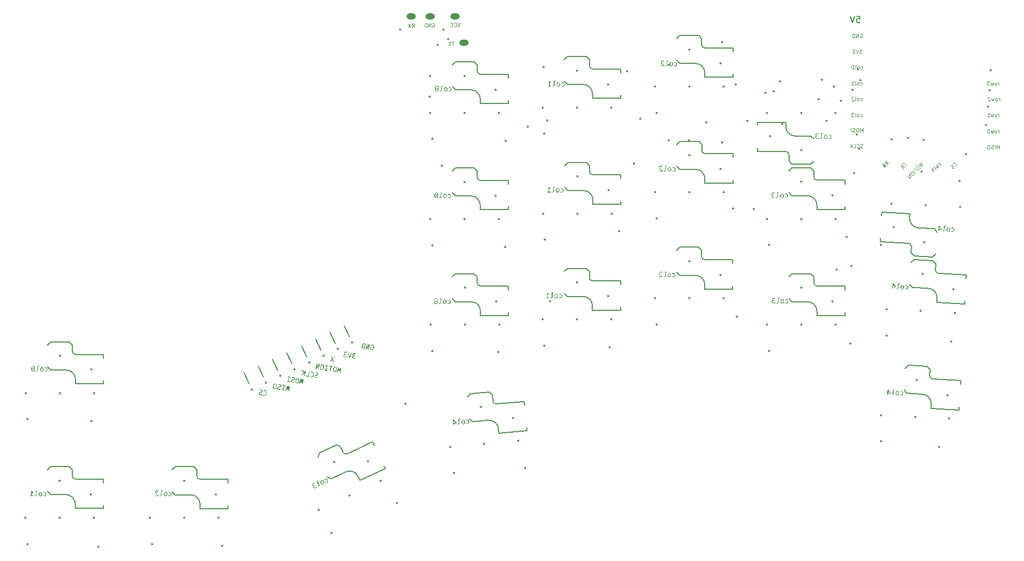
<source format=gbo>
%TF.GenerationSoftware,KiCad,Pcbnew,7.0.7*%
%TF.CreationDate,2024-08-30T08:21:23+09:00*%
%TF.ProjectId,evoroll,65766f72-6f6c-46c2-9e6b-696361645f70,rev?*%
%TF.SameCoordinates,Original*%
%TF.FileFunction,Legend,Bot*%
%TF.FilePolarity,Positive*%
%FSLAX46Y46*%
G04 Gerber Fmt 4.6, Leading zero omitted, Abs format (unit mm)*
G04 Created by KiCad (PCBNEW 7.0.7) date 2024-08-30 08:21:23*
%MOMM*%
%LPD*%
G01*
G04 APERTURE LIST*
%ADD10C,0.100000*%
%ADD11C,0.187500*%
%ADD12C,0.150000*%
%ADD13C,0.200000*%
%ADD14C,0.350000*%
%ADD15O,1.500000X1.000000*%
G04 APERTURE END LIST*
D10*
X91200000Y-38172371D02*
X91000000Y-38772371D01*
X91000000Y-38772371D02*
X90800000Y-38172371D01*
X90257142Y-38715228D02*
X90285714Y-38743800D01*
X90285714Y-38743800D02*
X90371428Y-38772371D01*
X90371428Y-38772371D02*
X90428571Y-38772371D01*
X90428571Y-38772371D02*
X90514285Y-38743800D01*
X90514285Y-38743800D02*
X90571428Y-38686657D01*
X90571428Y-38686657D02*
X90599999Y-38629514D01*
X90599999Y-38629514D02*
X90628571Y-38515228D01*
X90628571Y-38515228D02*
X90628571Y-38429514D01*
X90628571Y-38429514D02*
X90599999Y-38315228D01*
X90599999Y-38315228D02*
X90571428Y-38258085D01*
X90571428Y-38258085D02*
X90514285Y-38200942D01*
X90514285Y-38200942D02*
X90428571Y-38172371D01*
X90428571Y-38172371D02*
X90371428Y-38172371D01*
X90371428Y-38172371D02*
X90285714Y-38200942D01*
X90285714Y-38200942D02*
X90257142Y-38229514D01*
X89657142Y-38715228D02*
X89685714Y-38743800D01*
X89685714Y-38743800D02*
X89771428Y-38772371D01*
X89771428Y-38772371D02*
X89828571Y-38772371D01*
X89828571Y-38772371D02*
X89914285Y-38743800D01*
X89914285Y-38743800D02*
X89971428Y-38686657D01*
X89971428Y-38686657D02*
X89999999Y-38629514D01*
X89999999Y-38629514D02*
X90028571Y-38515228D01*
X90028571Y-38515228D02*
X90028571Y-38429514D01*
X90028571Y-38429514D02*
X89999999Y-38315228D01*
X89999999Y-38315228D02*
X89971428Y-38258085D01*
X89971428Y-38258085D02*
X89914285Y-38200942D01*
X89914285Y-38200942D02*
X89828571Y-38172371D01*
X89828571Y-38172371D02*
X89771428Y-38172371D01*
X89771428Y-38172371D02*
X89685714Y-38200942D01*
X89685714Y-38200942D02*
X89657142Y-38229514D01*
X86807142Y-38250942D02*
X86864285Y-38222371D01*
X86864285Y-38222371D02*
X86949999Y-38222371D01*
X86949999Y-38222371D02*
X87035713Y-38250942D01*
X87035713Y-38250942D02*
X87092856Y-38308085D01*
X87092856Y-38308085D02*
X87121427Y-38365228D01*
X87121427Y-38365228D02*
X87149999Y-38479514D01*
X87149999Y-38479514D02*
X87149999Y-38565228D01*
X87149999Y-38565228D02*
X87121427Y-38679514D01*
X87121427Y-38679514D02*
X87092856Y-38736657D01*
X87092856Y-38736657D02*
X87035713Y-38793800D01*
X87035713Y-38793800D02*
X86949999Y-38822371D01*
X86949999Y-38822371D02*
X86892856Y-38822371D01*
X86892856Y-38822371D02*
X86807142Y-38793800D01*
X86807142Y-38793800D02*
X86778570Y-38765228D01*
X86778570Y-38765228D02*
X86778570Y-38565228D01*
X86778570Y-38565228D02*
X86892856Y-38565228D01*
X86521427Y-38822371D02*
X86521427Y-38222371D01*
X86521427Y-38222371D02*
X86178570Y-38822371D01*
X86178570Y-38822371D02*
X86178570Y-38222371D01*
X85892856Y-38822371D02*
X85892856Y-38222371D01*
X85892856Y-38222371D02*
X85749999Y-38222371D01*
X85749999Y-38222371D02*
X85664285Y-38250942D01*
X85664285Y-38250942D02*
X85607142Y-38308085D01*
X85607142Y-38308085D02*
X85578571Y-38365228D01*
X85578571Y-38365228D02*
X85549999Y-38479514D01*
X85549999Y-38479514D02*
X85549999Y-38565228D01*
X85549999Y-38565228D02*
X85578571Y-38679514D01*
X85578571Y-38679514D02*
X85607142Y-38736657D01*
X85607142Y-38736657D02*
X85664285Y-38793800D01*
X85664285Y-38793800D02*
X85749999Y-38822371D01*
X85749999Y-38822371D02*
X85892856Y-38822371D01*
X90257143Y-41172371D02*
X89914286Y-41172371D01*
X90085714Y-41772371D02*
X90085714Y-41172371D01*
X89771428Y-41172371D02*
X89371428Y-41772371D01*
X89371428Y-41172371D02*
X89771428Y-41772371D01*
X83524999Y-38872371D02*
X83724999Y-38586657D01*
X83867856Y-38872371D02*
X83867856Y-38272371D01*
X83867856Y-38272371D02*
X83639285Y-38272371D01*
X83639285Y-38272371D02*
X83582142Y-38300942D01*
X83582142Y-38300942D02*
X83553571Y-38329514D01*
X83553571Y-38329514D02*
X83524999Y-38386657D01*
X83524999Y-38386657D02*
X83524999Y-38472371D01*
X83524999Y-38472371D02*
X83553571Y-38529514D01*
X83553571Y-38529514D02*
X83582142Y-38558085D01*
X83582142Y-38558085D02*
X83639285Y-38586657D01*
X83639285Y-38586657D02*
X83867856Y-38586657D01*
X83324999Y-38272371D02*
X82924999Y-38872371D01*
X82924999Y-38272371D02*
X83324999Y-38872371D01*
X177639285Y-48147371D02*
X177639285Y-47747371D01*
X177639285Y-47861657D02*
X177610714Y-47804514D01*
X177610714Y-47804514D02*
X177582143Y-47775942D01*
X177582143Y-47775942D02*
X177525000Y-47747371D01*
X177525000Y-47747371D02*
X177467857Y-47747371D01*
X177182142Y-48147371D02*
X177239285Y-48118800D01*
X177239285Y-48118800D02*
X177267856Y-48090228D01*
X177267856Y-48090228D02*
X177296428Y-48033085D01*
X177296428Y-48033085D02*
X177296428Y-47861657D01*
X177296428Y-47861657D02*
X177267856Y-47804514D01*
X177267856Y-47804514D02*
X177239285Y-47775942D01*
X177239285Y-47775942D02*
X177182142Y-47747371D01*
X177182142Y-47747371D02*
X177096428Y-47747371D01*
X177096428Y-47747371D02*
X177039285Y-47775942D01*
X177039285Y-47775942D02*
X177010714Y-47804514D01*
X177010714Y-47804514D02*
X176982142Y-47861657D01*
X176982142Y-47861657D02*
X176982142Y-48033085D01*
X176982142Y-48033085D02*
X177010714Y-48090228D01*
X177010714Y-48090228D02*
X177039285Y-48118800D01*
X177039285Y-48118800D02*
X177096428Y-48147371D01*
X177096428Y-48147371D02*
X177182142Y-48147371D01*
X176782142Y-47747371D02*
X176667857Y-48147371D01*
X176667857Y-48147371D02*
X176553571Y-47861657D01*
X176553571Y-47861657D02*
X176439285Y-48147371D01*
X176439285Y-48147371D02*
X176324999Y-47747371D01*
X176153571Y-47547371D02*
X175782143Y-47547371D01*
X175782143Y-47547371D02*
X175982143Y-47775942D01*
X175982143Y-47775942D02*
X175896428Y-47775942D01*
X175896428Y-47775942D02*
X175839286Y-47804514D01*
X175839286Y-47804514D02*
X175810714Y-47833085D01*
X175810714Y-47833085D02*
X175782143Y-47890228D01*
X175782143Y-47890228D02*
X175782143Y-48033085D01*
X175782143Y-48033085D02*
X175810714Y-48090228D01*
X175810714Y-48090228D02*
X175839286Y-48118800D01*
X175839286Y-48118800D02*
X175896428Y-48147371D01*
X175896428Y-48147371D02*
X176067857Y-48147371D01*
X176067857Y-48147371D02*
X176125000Y-48118800D01*
X176125000Y-48118800D02*
X176153571Y-48090228D01*
X177764285Y-50672371D02*
X177764285Y-50272371D01*
X177764285Y-50386657D02*
X177735714Y-50329514D01*
X177735714Y-50329514D02*
X177707143Y-50300942D01*
X177707143Y-50300942D02*
X177650000Y-50272371D01*
X177650000Y-50272371D02*
X177592857Y-50272371D01*
X177307142Y-50672371D02*
X177364285Y-50643800D01*
X177364285Y-50643800D02*
X177392856Y-50615228D01*
X177392856Y-50615228D02*
X177421428Y-50558085D01*
X177421428Y-50558085D02*
X177421428Y-50386657D01*
X177421428Y-50386657D02*
X177392856Y-50329514D01*
X177392856Y-50329514D02*
X177364285Y-50300942D01*
X177364285Y-50300942D02*
X177307142Y-50272371D01*
X177307142Y-50272371D02*
X177221428Y-50272371D01*
X177221428Y-50272371D02*
X177164285Y-50300942D01*
X177164285Y-50300942D02*
X177135714Y-50329514D01*
X177135714Y-50329514D02*
X177107142Y-50386657D01*
X177107142Y-50386657D02*
X177107142Y-50558085D01*
X177107142Y-50558085D02*
X177135714Y-50615228D01*
X177135714Y-50615228D02*
X177164285Y-50643800D01*
X177164285Y-50643800D02*
X177221428Y-50672371D01*
X177221428Y-50672371D02*
X177307142Y-50672371D01*
X176907142Y-50272371D02*
X176792857Y-50672371D01*
X176792857Y-50672371D02*
X176678571Y-50386657D01*
X176678571Y-50386657D02*
X176564285Y-50672371D01*
X176564285Y-50672371D02*
X176449999Y-50272371D01*
X176250000Y-50129514D02*
X176221428Y-50100942D01*
X176221428Y-50100942D02*
X176164286Y-50072371D01*
X176164286Y-50072371D02*
X176021428Y-50072371D01*
X176021428Y-50072371D02*
X175964286Y-50100942D01*
X175964286Y-50100942D02*
X175935714Y-50129514D01*
X175935714Y-50129514D02*
X175907143Y-50186657D01*
X175907143Y-50186657D02*
X175907143Y-50243800D01*
X175907143Y-50243800D02*
X175935714Y-50329514D01*
X175935714Y-50329514D02*
X176278571Y-50672371D01*
X176278571Y-50672371D02*
X175907143Y-50672371D01*
X177664285Y-53222371D02*
X177664285Y-52822371D01*
X177664285Y-52936657D02*
X177635714Y-52879514D01*
X177635714Y-52879514D02*
X177607143Y-52850942D01*
X177607143Y-52850942D02*
X177550000Y-52822371D01*
X177550000Y-52822371D02*
X177492857Y-52822371D01*
X177207142Y-53222371D02*
X177264285Y-53193800D01*
X177264285Y-53193800D02*
X177292856Y-53165228D01*
X177292856Y-53165228D02*
X177321428Y-53108085D01*
X177321428Y-53108085D02*
X177321428Y-52936657D01*
X177321428Y-52936657D02*
X177292856Y-52879514D01*
X177292856Y-52879514D02*
X177264285Y-52850942D01*
X177264285Y-52850942D02*
X177207142Y-52822371D01*
X177207142Y-52822371D02*
X177121428Y-52822371D01*
X177121428Y-52822371D02*
X177064285Y-52850942D01*
X177064285Y-52850942D02*
X177035714Y-52879514D01*
X177035714Y-52879514D02*
X177007142Y-52936657D01*
X177007142Y-52936657D02*
X177007142Y-53108085D01*
X177007142Y-53108085D02*
X177035714Y-53165228D01*
X177035714Y-53165228D02*
X177064285Y-53193800D01*
X177064285Y-53193800D02*
X177121428Y-53222371D01*
X177121428Y-53222371D02*
X177207142Y-53222371D01*
X176807142Y-52822371D02*
X176692857Y-53222371D01*
X176692857Y-53222371D02*
X176578571Y-52936657D01*
X176578571Y-52936657D02*
X176464285Y-53222371D01*
X176464285Y-53222371D02*
X176349999Y-52822371D01*
X175807143Y-53222371D02*
X176150000Y-53222371D01*
X175978571Y-53222371D02*
X175978571Y-52622371D01*
X175978571Y-52622371D02*
X176035714Y-52708085D01*
X176035714Y-52708085D02*
X176092857Y-52765228D01*
X176092857Y-52765228D02*
X176150000Y-52793800D01*
X177639285Y-55797371D02*
X177639285Y-55397371D01*
X177639285Y-55511657D02*
X177610714Y-55454514D01*
X177610714Y-55454514D02*
X177582143Y-55425942D01*
X177582143Y-55425942D02*
X177525000Y-55397371D01*
X177525000Y-55397371D02*
X177467857Y-55397371D01*
X177182142Y-55797371D02*
X177239285Y-55768800D01*
X177239285Y-55768800D02*
X177267856Y-55740228D01*
X177267856Y-55740228D02*
X177296428Y-55683085D01*
X177296428Y-55683085D02*
X177296428Y-55511657D01*
X177296428Y-55511657D02*
X177267856Y-55454514D01*
X177267856Y-55454514D02*
X177239285Y-55425942D01*
X177239285Y-55425942D02*
X177182142Y-55397371D01*
X177182142Y-55397371D02*
X177096428Y-55397371D01*
X177096428Y-55397371D02*
X177039285Y-55425942D01*
X177039285Y-55425942D02*
X177010714Y-55454514D01*
X177010714Y-55454514D02*
X176982142Y-55511657D01*
X176982142Y-55511657D02*
X176982142Y-55683085D01*
X176982142Y-55683085D02*
X177010714Y-55740228D01*
X177010714Y-55740228D02*
X177039285Y-55768800D01*
X177039285Y-55768800D02*
X177096428Y-55797371D01*
X177096428Y-55797371D02*
X177182142Y-55797371D01*
X176782142Y-55397371D02*
X176667857Y-55797371D01*
X176667857Y-55797371D02*
X176553571Y-55511657D01*
X176553571Y-55511657D02*
X176439285Y-55797371D01*
X176439285Y-55797371D02*
X176324999Y-55397371D01*
X175982143Y-55197371D02*
X175925000Y-55197371D01*
X175925000Y-55197371D02*
X175867857Y-55225942D01*
X175867857Y-55225942D02*
X175839286Y-55254514D01*
X175839286Y-55254514D02*
X175810714Y-55311657D01*
X175810714Y-55311657D02*
X175782143Y-55425942D01*
X175782143Y-55425942D02*
X175782143Y-55568800D01*
X175782143Y-55568800D02*
X175810714Y-55683085D01*
X175810714Y-55683085D02*
X175839286Y-55740228D01*
X175839286Y-55740228D02*
X175867857Y-55768800D01*
X175867857Y-55768800D02*
X175925000Y-55797371D01*
X175925000Y-55797371D02*
X175982143Y-55797371D01*
X175982143Y-55797371D02*
X176039286Y-55768800D01*
X176039286Y-55768800D02*
X176067857Y-55740228D01*
X176067857Y-55740228D02*
X176096428Y-55683085D01*
X176096428Y-55683085D02*
X176125000Y-55568800D01*
X176125000Y-55568800D02*
X176125000Y-55425942D01*
X176125000Y-55425942D02*
X176096428Y-55311657D01*
X176096428Y-55311657D02*
X176067857Y-55254514D01*
X176067857Y-55254514D02*
X176039286Y-55225942D01*
X176039286Y-55225942D02*
X175982143Y-55197371D01*
X177717856Y-58372371D02*
X177717856Y-57772371D01*
X177717856Y-57772371D02*
X177517856Y-58200942D01*
X177517856Y-58200942D02*
X177317856Y-57772371D01*
X177317856Y-57772371D02*
X177317856Y-58372371D01*
X177032142Y-58372371D02*
X177032142Y-57772371D01*
X176775000Y-58343800D02*
X176689286Y-58372371D01*
X176689286Y-58372371D02*
X176546428Y-58372371D01*
X176546428Y-58372371D02*
X176489286Y-58343800D01*
X176489286Y-58343800D02*
X176460714Y-58315228D01*
X176460714Y-58315228D02*
X176432143Y-58258085D01*
X176432143Y-58258085D02*
X176432143Y-58200942D01*
X176432143Y-58200942D02*
X176460714Y-58143800D01*
X176460714Y-58143800D02*
X176489286Y-58115228D01*
X176489286Y-58115228D02*
X176546428Y-58086657D01*
X176546428Y-58086657D02*
X176660714Y-58058085D01*
X176660714Y-58058085D02*
X176717857Y-58029514D01*
X176717857Y-58029514D02*
X176746428Y-58000942D01*
X176746428Y-58000942D02*
X176775000Y-57943800D01*
X176775000Y-57943800D02*
X176775000Y-57886657D01*
X176775000Y-57886657D02*
X176746428Y-57829514D01*
X176746428Y-57829514D02*
X176717857Y-57800942D01*
X176717857Y-57800942D02*
X176660714Y-57772371D01*
X176660714Y-57772371D02*
X176517857Y-57772371D01*
X176517857Y-57772371D02*
X176432143Y-57800942D01*
X176060714Y-57772371D02*
X175946428Y-57772371D01*
X175946428Y-57772371D02*
X175889285Y-57800942D01*
X175889285Y-57800942D02*
X175832142Y-57858085D01*
X175832142Y-57858085D02*
X175803571Y-57972371D01*
X175803571Y-57972371D02*
X175803571Y-58172371D01*
X175803571Y-58172371D02*
X175832142Y-58286657D01*
X175832142Y-58286657D02*
X175889285Y-58343800D01*
X175889285Y-58343800D02*
X175946428Y-58372371D01*
X175946428Y-58372371D02*
X176060714Y-58372371D01*
X176060714Y-58372371D02*
X176117857Y-58343800D01*
X176117857Y-58343800D02*
X176174999Y-58286657D01*
X176174999Y-58286657D02*
X176203571Y-58172371D01*
X176203571Y-58172371D02*
X176203571Y-57972371D01*
X176203571Y-57972371D02*
X176174999Y-57858085D01*
X176174999Y-57858085D02*
X176117857Y-57800942D01*
X176117857Y-57800942D02*
X176060714Y-57772371D01*
X170647900Y-61131479D02*
X170688306Y-61131479D01*
X170688306Y-61131479D02*
X170769118Y-61091073D01*
X170769118Y-61091073D02*
X170809524Y-61050666D01*
X170809524Y-61050666D02*
X170849930Y-60969854D01*
X170849930Y-60969854D02*
X170849930Y-60889042D01*
X170849930Y-60889042D02*
X170829727Y-60828433D01*
X170829727Y-60828433D02*
X170769118Y-60727418D01*
X170769118Y-60727418D02*
X170708509Y-60666808D01*
X170708509Y-60666808D02*
X170607493Y-60606199D01*
X170607493Y-60606199D02*
X170546884Y-60585996D01*
X170546884Y-60585996D02*
X170466072Y-60585996D01*
X170466072Y-60585996D02*
X170385260Y-60626402D01*
X170385260Y-60626402D02*
X170344854Y-60666808D01*
X170344854Y-60666808D02*
X170304448Y-60747621D01*
X170304448Y-60747621D02*
X170304448Y-60788027D01*
X170506478Y-61313306D02*
X170466072Y-61394118D01*
X170466072Y-61394118D02*
X170365057Y-61495134D01*
X170365057Y-61495134D02*
X170304448Y-61515337D01*
X170304448Y-61515337D02*
X170264042Y-61515337D01*
X170264042Y-61515337D02*
X170203432Y-61495134D01*
X170203432Y-61495134D02*
X170163026Y-61454727D01*
X170163026Y-61454727D02*
X170142823Y-61394118D01*
X170142823Y-61394118D02*
X170142823Y-61353712D01*
X170142823Y-61353712D02*
X170163026Y-61293103D01*
X170163026Y-61293103D02*
X170223635Y-61192088D01*
X170223635Y-61192088D02*
X170243839Y-61131479D01*
X170243839Y-61131479D02*
X170243839Y-61091073D01*
X170243839Y-61091073D02*
X170223635Y-61030463D01*
X170223635Y-61030463D02*
X170183229Y-60990057D01*
X170183229Y-60990057D02*
X170122620Y-60969854D01*
X170122620Y-60969854D02*
X170082214Y-60969854D01*
X170082214Y-60969854D02*
X170021605Y-60990057D01*
X170021605Y-60990057D02*
X169920590Y-61091073D01*
X169920590Y-61091073D02*
X169880184Y-61171885D01*
X168126453Y-61043331D02*
X168187063Y-61023128D01*
X168187063Y-61023128D02*
X168267875Y-60942316D01*
X168267875Y-60942316D02*
X168288078Y-60881706D01*
X168288078Y-60881706D02*
X168288078Y-60841300D01*
X168288078Y-60841300D02*
X168267875Y-60780691D01*
X168267875Y-60780691D02*
X168146657Y-60659473D01*
X168146657Y-60659473D02*
X168086047Y-60639270D01*
X168086047Y-60639270D02*
X168045641Y-60639270D01*
X168045641Y-60639270D02*
X167985032Y-60659473D01*
X167985032Y-60659473D02*
X167904220Y-60740285D01*
X167904220Y-60740285D02*
X167884017Y-60800894D01*
X167904220Y-61305971D02*
X167924423Y-61245362D01*
X167924423Y-61245362D02*
X167924423Y-61204955D01*
X167924423Y-61204955D02*
X167904220Y-61144346D01*
X167904220Y-61144346D02*
X167783001Y-61023128D01*
X167783001Y-61023128D02*
X167722392Y-61002925D01*
X167722392Y-61002925D02*
X167681986Y-61002925D01*
X167681986Y-61002925D02*
X167621377Y-61023128D01*
X167621377Y-61023128D02*
X167560768Y-61083737D01*
X167560768Y-61083737D02*
X167540565Y-61144346D01*
X167540565Y-61144346D02*
X167540565Y-61184752D01*
X167540565Y-61184752D02*
X167560768Y-61245362D01*
X167560768Y-61245362D02*
X167681986Y-61366580D01*
X167681986Y-61366580D02*
X167742595Y-61386783D01*
X167742595Y-61386783D02*
X167783001Y-61386783D01*
X167783001Y-61386783D02*
X167843611Y-61366580D01*
X167843611Y-61366580D02*
X167904220Y-61305971D01*
X167520362Y-61689829D02*
X167540565Y-61629219D01*
X167540565Y-61629219D02*
X167520362Y-61568610D01*
X167520362Y-61568610D02*
X167156707Y-61204955D01*
X166894067Y-61750438D02*
X167176910Y-62033281D01*
X166833458Y-61487798D02*
X167237519Y-61689829D01*
X167237519Y-61689829D02*
X166974879Y-61952468D01*
X165538356Y-60971834D02*
X165114092Y-60547570D01*
X165114092Y-60547570D02*
X165275717Y-60992037D01*
X165275717Y-60992037D02*
X164831249Y-60830413D01*
X164831249Y-60830413D02*
X165255514Y-61254677D01*
X164548407Y-61113255D02*
X164467595Y-61194067D01*
X164467595Y-61194067D02*
X164447392Y-61254677D01*
X164447392Y-61254677D02*
X164447392Y-61335489D01*
X164447392Y-61335489D02*
X164508001Y-61436504D01*
X164508001Y-61436504D02*
X164649422Y-61577925D01*
X164649422Y-61577925D02*
X164750437Y-61638535D01*
X164750437Y-61638535D02*
X164831250Y-61638535D01*
X164831250Y-61638535D02*
X164891859Y-61618332D01*
X164891859Y-61618332D02*
X164972671Y-61537519D01*
X164972671Y-61537519D02*
X164992874Y-61476910D01*
X164992874Y-61476910D02*
X164992874Y-61396098D01*
X164992874Y-61396098D02*
X164932265Y-61295083D01*
X164932265Y-61295083D02*
X164790844Y-61153661D01*
X164790844Y-61153661D02*
X164689828Y-61093052D01*
X164689828Y-61093052D02*
X164609016Y-61093052D01*
X164609016Y-61093052D02*
X164548407Y-61113255D01*
X164245362Y-61416301D02*
X164002925Y-61658737D01*
X164548407Y-61961783D02*
X164124143Y-61537519D01*
X164285768Y-62224423D02*
X163861503Y-61800159D01*
X163578661Y-62083001D02*
X163497849Y-62163813D01*
X163497849Y-62163813D02*
X163477646Y-62224423D01*
X163477646Y-62224423D02*
X163477646Y-62305235D01*
X163477646Y-62305235D02*
X163538255Y-62406250D01*
X163538255Y-62406250D02*
X163679676Y-62547671D01*
X163679676Y-62547671D02*
X163780691Y-62608281D01*
X163780691Y-62608281D02*
X163861504Y-62608281D01*
X163861504Y-62608281D02*
X163922113Y-62588078D01*
X163922113Y-62588078D02*
X164002925Y-62507265D01*
X164002925Y-62507265D02*
X164023128Y-62446656D01*
X164023128Y-62446656D02*
X164023128Y-62365844D01*
X164023128Y-62365844D02*
X163962519Y-62264829D01*
X163962519Y-62264829D02*
X163821098Y-62123407D01*
X163821098Y-62123407D02*
X163720082Y-62062798D01*
X163720082Y-62062798D02*
X163639270Y-62062798D01*
X163639270Y-62062798D02*
X163578661Y-62083001D01*
X163639270Y-62870920D02*
X163215006Y-62446656D01*
X163215006Y-62446656D02*
X163396834Y-63113357D01*
X163396834Y-63113357D02*
X162972570Y-62689093D01*
X162491580Y-60520082D02*
X162249144Y-60762519D01*
X162794626Y-61065564D02*
X162370362Y-60641300D01*
X162148128Y-60863534D02*
X162289550Y-61570641D01*
X161865285Y-61146377D02*
X162572392Y-61287798D01*
X159763306Y-60946885D02*
X159702697Y-60603433D01*
X160005742Y-60704448D02*
X159581478Y-60280184D01*
X159581478Y-60280184D02*
X159419854Y-60441808D01*
X159419854Y-60441808D02*
X159399651Y-60502418D01*
X159399651Y-60502418D02*
X159399651Y-60542824D01*
X159399651Y-60542824D02*
X159419854Y-60603433D01*
X159419854Y-60603433D02*
X159480463Y-60664042D01*
X159480463Y-60664042D02*
X159541072Y-60684245D01*
X159541072Y-60684245D02*
X159581478Y-60684245D01*
X159581478Y-60684245D02*
X159642087Y-60664042D01*
X159642087Y-60664042D02*
X159803712Y-60502418D01*
X159197620Y-60664042D02*
X159339042Y-61371149D01*
X158914778Y-60946885D02*
X159621884Y-61088306D01*
X155814285Y-58168800D02*
X155728571Y-58197371D01*
X155728571Y-58197371D02*
X155585713Y-58197371D01*
X155585713Y-58197371D02*
X155528571Y-58168800D01*
X155528571Y-58168800D02*
X155499999Y-58140228D01*
X155499999Y-58140228D02*
X155471428Y-58083085D01*
X155471428Y-58083085D02*
X155471428Y-58025942D01*
X155471428Y-58025942D02*
X155499999Y-57968800D01*
X155499999Y-57968800D02*
X155528571Y-57940228D01*
X155528571Y-57940228D02*
X155585713Y-57911657D01*
X155585713Y-57911657D02*
X155699999Y-57883085D01*
X155699999Y-57883085D02*
X155757142Y-57854514D01*
X155757142Y-57854514D02*
X155785713Y-57825942D01*
X155785713Y-57825942D02*
X155814285Y-57768800D01*
X155814285Y-57768800D02*
X155814285Y-57711657D01*
X155814285Y-57711657D02*
X155785713Y-57654514D01*
X155785713Y-57654514D02*
X155757142Y-57625942D01*
X155757142Y-57625942D02*
X155699999Y-57597371D01*
X155699999Y-57597371D02*
X155557142Y-57597371D01*
X155557142Y-57597371D02*
X155471428Y-57625942D01*
X154871427Y-58140228D02*
X154899999Y-58168800D01*
X154899999Y-58168800D02*
X154985713Y-58197371D01*
X154985713Y-58197371D02*
X155042856Y-58197371D01*
X155042856Y-58197371D02*
X155128570Y-58168800D01*
X155128570Y-58168800D02*
X155185713Y-58111657D01*
X155185713Y-58111657D02*
X155214284Y-58054514D01*
X155214284Y-58054514D02*
X155242856Y-57940228D01*
X155242856Y-57940228D02*
X155242856Y-57854514D01*
X155242856Y-57854514D02*
X155214284Y-57740228D01*
X155214284Y-57740228D02*
X155185713Y-57683085D01*
X155185713Y-57683085D02*
X155128570Y-57625942D01*
X155128570Y-57625942D02*
X155042856Y-57597371D01*
X155042856Y-57597371D02*
X154985713Y-57597371D01*
X154985713Y-57597371D02*
X154899999Y-57625942D01*
X154899999Y-57625942D02*
X154871427Y-57654514D01*
X154328570Y-58197371D02*
X154614284Y-58197371D01*
X154614284Y-58197371D02*
X154614284Y-57597371D01*
X154128570Y-58197371D02*
X154128570Y-57597371D01*
X153785713Y-58197371D02*
X154042856Y-57854514D01*
X153785713Y-57597371D02*
X154128570Y-57940228D01*
X155842856Y-55672371D02*
X155842856Y-55072371D01*
X155842856Y-55072371D02*
X155642856Y-55500942D01*
X155642856Y-55500942D02*
X155442856Y-55072371D01*
X155442856Y-55072371D02*
X155442856Y-55672371D01*
X155042857Y-55072371D02*
X154928571Y-55072371D01*
X154928571Y-55072371D02*
X154871428Y-55100942D01*
X154871428Y-55100942D02*
X154814285Y-55158085D01*
X154814285Y-55158085D02*
X154785714Y-55272371D01*
X154785714Y-55272371D02*
X154785714Y-55472371D01*
X154785714Y-55472371D02*
X154814285Y-55586657D01*
X154814285Y-55586657D02*
X154871428Y-55643800D01*
X154871428Y-55643800D02*
X154928571Y-55672371D01*
X154928571Y-55672371D02*
X155042857Y-55672371D01*
X155042857Y-55672371D02*
X155100000Y-55643800D01*
X155100000Y-55643800D02*
X155157142Y-55586657D01*
X155157142Y-55586657D02*
X155185714Y-55472371D01*
X155185714Y-55472371D02*
X155185714Y-55272371D01*
X155185714Y-55272371D02*
X155157142Y-55158085D01*
X155157142Y-55158085D02*
X155100000Y-55100942D01*
X155100000Y-55100942D02*
X155042857Y-55072371D01*
X154557143Y-55643800D02*
X154471429Y-55672371D01*
X154471429Y-55672371D02*
X154328571Y-55672371D01*
X154328571Y-55672371D02*
X154271429Y-55643800D01*
X154271429Y-55643800D02*
X154242857Y-55615228D01*
X154242857Y-55615228D02*
X154214286Y-55558085D01*
X154214286Y-55558085D02*
X154214286Y-55500942D01*
X154214286Y-55500942D02*
X154242857Y-55443800D01*
X154242857Y-55443800D02*
X154271429Y-55415228D01*
X154271429Y-55415228D02*
X154328571Y-55386657D01*
X154328571Y-55386657D02*
X154442857Y-55358085D01*
X154442857Y-55358085D02*
X154500000Y-55329514D01*
X154500000Y-55329514D02*
X154528571Y-55300942D01*
X154528571Y-55300942D02*
X154557143Y-55243800D01*
X154557143Y-55243800D02*
X154557143Y-55186657D01*
X154557143Y-55186657D02*
X154528571Y-55129514D01*
X154528571Y-55129514D02*
X154500000Y-55100942D01*
X154500000Y-55100942D02*
X154442857Y-55072371D01*
X154442857Y-55072371D02*
X154300000Y-55072371D01*
X154300000Y-55072371D02*
X154214286Y-55100942D01*
X153957142Y-55672371D02*
X153957142Y-55072371D01*
X155446429Y-53193800D02*
X155503571Y-53222371D01*
X155503571Y-53222371D02*
X155617857Y-53222371D01*
X155617857Y-53222371D02*
X155675000Y-53193800D01*
X155675000Y-53193800D02*
X155703571Y-53165228D01*
X155703571Y-53165228D02*
X155732143Y-53108085D01*
X155732143Y-53108085D02*
X155732143Y-52936657D01*
X155732143Y-52936657D02*
X155703571Y-52879514D01*
X155703571Y-52879514D02*
X155675000Y-52850942D01*
X155675000Y-52850942D02*
X155617857Y-52822371D01*
X155617857Y-52822371D02*
X155503571Y-52822371D01*
X155503571Y-52822371D02*
X155446429Y-52850942D01*
X155103571Y-53222371D02*
X155160714Y-53193800D01*
X155160714Y-53193800D02*
X155189285Y-53165228D01*
X155189285Y-53165228D02*
X155217857Y-53108085D01*
X155217857Y-53108085D02*
X155217857Y-52936657D01*
X155217857Y-52936657D02*
X155189285Y-52879514D01*
X155189285Y-52879514D02*
X155160714Y-52850942D01*
X155160714Y-52850942D02*
X155103571Y-52822371D01*
X155103571Y-52822371D02*
X155017857Y-52822371D01*
X155017857Y-52822371D02*
X154960714Y-52850942D01*
X154960714Y-52850942D02*
X154932143Y-52879514D01*
X154932143Y-52879514D02*
X154903571Y-52936657D01*
X154903571Y-52936657D02*
X154903571Y-53108085D01*
X154903571Y-53108085D02*
X154932143Y-53165228D01*
X154932143Y-53165228D02*
X154960714Y-53193800D01*
X154960714Y-53193800D02*
X155017857Y-53222371D01*
X155017857Y-53222371D02*
X155103571Y-53222371D01*
X154560714Y-53222371D02*
X154617857Y-53193800D01*
X154617857Y-53193800D02*
X154646428Y-53136657D01*
X154646428Y-53136657D02*
X154646428Y-52622371D01*
X154389285Y-52622371D02*
X154017857Y-52622371D01*
X154017857Y-52622371D02*
X154217857Y-52850942D01*
X154217857Y-52850942D02*
X154132142Y-52850942D01*
X154132142Y-52850942D02*
X154075000Y-52879514D01*
X154075000Y-52879514D02*
X154046428Y-52908085D01*
X154046428Y-52908085D02*
X154017857Y-52965228D01*
X154017857Y-52965228D02*
X154017857Y-53108085D01*
X154017857Y-53108085D02*
X154046428Y-53165228D01*
X154046428Y-53165228D02*
X154075000Y-53193800D01*
X154075000Y-53193800D02*
X154132142Y-53222371D01*
X154132142Y-53222371D02*
X154303571Y-53222371D01*
X154303571Y-53222371D02*
X154360714Y-53193800D01*
X154360714Y-53193800D02*
X154389285Y-53165228D01*
X155446429Y-50593800D02*
X155503571Y-50622371D01*
X155503571Y-50622371D02*
X155617857Y-50622371D01*
X155617857Y-50622371D02*
X155675000Y-50593800D01*
X155675000Y-50593800D02*
X155703571Y-50565228D01*
X155703571Y-50565228D02*
X155732143Y-50508085D01*
X155732143Y-50508085D02*
X155732143Y-50336657D01*
X155732143Y-50336657D02*
X155703571Y-50279514D01*
X155703571Y-50279514D02*
X155675000Y-50250942D01*
X155675000Y-50250942D02*
X155617857Y-50222371D01*
X155617857Y-50222371D02*
X155503571Y-50222371D01*
X155503571Y-50222371D02*
X155446429Y-50250942D01*
X155103571Y-50622371D02*
X155160714Y-50593800D01*
X155160714Y-50593800D02*
X155189285Y-50565228D01*
X155189285Y-50565228D02*
X155217857Y-50508085D01*
X155217857Y-50508085D02*
X155217857Y-50336657D01*
X155217857Y-50336657D02*
X155189285Y-50279514D01*
X155189285Y-50279514D02*
X155160714Y-50250942D01*
X155160714Y-50250942D02*
X155103571Y-50222371D01*
X155103571Y-50222371D02*
X155017857Y-50222371D01*
X155017857Y-50222371D02*
X154960714Y-50250942D01*
X154960714Y-50250942D02*
X154932143Y-50279514D01*
X154932143Y-50279514D02*
X154903571Y-50336657D01*
X154903571Y-50336657D02*
X154903571Y-50508085D01*
X154903571Y-50508085D02*
X154932143Y-50565228D01*
X154932143Y-50565228D02*
X154960714Y-50593800D01*
X154960714Y-50593800D02*
X155017857Y-50622371D01*
X155017857Y-50622371D02*
X155103571Y-50622371D01*
X154560714Y-50622371D02*
X154617857Y-50593800D01*
X154617857Y-50593800D02*
X154646428Y-50536657D01*
X154646428Y-50536657D02*
X154646428Y-50022371D01*
X154360714Y-50079514D02*
X154332142Y-50050942D01*
X154332142Y-50050942D02*
X154275000Y-50022371D01*
X154275000Y-50022371D02*
X154132142Y-50022371D01*
X154132142Y-50022371D02*
X154075000Y-50050942D01*
X154075000Y-50050942D02*
X154046428Y-50079514D01*
X154046428Y-50079514D02*
X154017857Y-50136657D01*
X154017857Y-50136657D02*
X154017857Y-50193800D01*
X154017857Y-50193800D02*
X154046428Y-50279514D01*
X154046428Y-50279514D02*
X154389285Y-50622371D01*
X154389285Y-50622371D02*
X154017857Y-50622371D01*
X155421429Y-48093800D02*
X155478571Y-48122371D01*
X155478571Y-48122371D02*
X155592857Y-48122371D01*
X155592857Y-48122371D02*
X155650000Y-48093800D01*
X155650000Y-48093800D02*
X155678571Y-48065228D01*
X155678571Y-48065228D02*
X155707143Y-48008085D01*
X155707143Y-48008085D02*
X155707143Y-47836657D01*
X155707143Y-47836657D02*
X155678571Y-47779514D01*
X155678571Y-47779514D02*
X155650000Y-47750942D01*
X155650000Y-47750942D02*
X155592857Y-47722371D01*
X155592857Y-47722371D02*
X155478571Y-47722371D01*
X155478571Y-47722371D02*
X155421429Y-47750942D01*
X155078571Y-48122371D02*
X155135714Y-48093800D01*
X155135714Y-48093800D02*
X155164285Y-48065228D01*
X155164285Y-48065228D02*
X155192857Y-48008085D01*
X155192857Y-48008085D02*
X155192857Y-47836657D01*
X155192857Y-47836657D02*
X155164285Y-47779514D01*
X155164285Y-47779514D02*
X155135714Y-47750942D01*
X155135714Y-47750942D02*
X155078571Y-47722371D01*
X155078571Y-47722371D02*
X154992857Y-47722371D01*
X154992857Y-47722371D02*
X154935714Y-47750942D01*
X154935714Y-47750942D02*
X154907143Y-47779514D01*
X154907143Y-47779514D02*
X154878571Y-47836657D01*
X154878571Y-47836657D02*
X154878571Y-48008085D01*
X154878571Y-48008085D02*
X154907143Y-48065228D01*
X154907143Y-48065228D02*
X154935714Y-48093800D01*
X154935714Y-48093800D02*
X154992857Y-48122371D01*
X154992857Y-48122371D02*
X155078571Y-48122371D01*
X154535714Y-48122371D02*
X154592857Y-48093800D01*
X154592857Y-48093800D02*
X154621428Y-48036657D01*
X154621428Y-48036657D02*
X154621428Y-47522371D01*
X153992857Y-48122371D02*
X154335714Y-48122371D01*
X154164285Y-48122371D02*
X154164285Y-47522371D01*
X154164285Y-47522371D02*
X154221428Y-47608085D01*
X154221428Y-47608085D02*
X154278571Y-47665228D01*
X154278571Y-47665228D02*
X154335714Y-47693800D01*
X155471429Y-45518800D02*
X155528571Y-45547371D01*
X155528571Y-45547371D02*
X155642857Y-45547371D01*
X155642857Y-45547371D02*
X155700000Y-45518800D01*
X155700000Y-45518800D02*
X155728571Y-45490228D01*
X155728571Y-45490228D02*
X155757143Y-45433085D01*
X155757143Y-45433085D02*
X155757143Y-45261657D01*
X155757143Y-45261657D02*
X155728571Y-45204514D01*
X155728571Y-45204514D02*
X155700000Y-45175942D01*
X155700000Y-45175942D02*
X155642857Y-45147371D01*
X155642857Y-45147371D02*
X155528571Y-45147371D01*
X155528571Y-45147371D02*
X155471429Y-45175942D01*
X155128571Y-45547371D02*
X155185714Y-45518800D01*
X155185714Y-45518800D02*
X155214285Y-45490228D01*
X155214285Y-45490228D02*
X155242857Y-45433085D01*
X155242857Y-45433085D02*
X155242857Y-45261657D01*
X155242857Y-45261657D02*
X155214285Y-45204514D01*
X155214285Y-45204514D02*
X155185714Y-45175942D01*
X155185714Y-45175942D02*
X155128571Y-45147371D01*
X155128571Y-45147371D02*
X155042857Y-45147371D01*
X155042857Y-45147371D02*
X154985714Y-45175942D01*
X154985714Y-45175942D02*
X154957143Y-45204514D01*
X154957143Y-45204514D02*
X154928571Y-45261657D01*
X154928571Y-45261657D02*
X154928571Y-45433085D01*
X154928571Y-45433085D02*
X154957143Y-45490228D01*
X154957143Y-45490228D02*
X154985714Y-45518800D01*
X154985714Y-45518800D02*
X155042857Y-45547371D01*
X155042857Y-45547371D02*
X155128571Y-45547371D01*
X154585714Y-45547371D02*
X154642857Y-45518800D01*
X154642857Y-45518800D02*
X154671428Y-45461657D01*
X154671428Y-45461657D02*
X154671428Y-44947371D01*
X154242857Y-44947371D02*
X154185714Y-44947371D01*
X154185714Y-44947371D02*
X154128571Y-44975942D01*
X154128571Y-44975942D02*
X154100000Y-45004514D01*
X154100000Y-45004514D02*
X154071428Y-45061657D01*
X154071428Y-45061657D02*
X154042857Y-45175942D01*
X154042857Y-45175942D02*
X154042857Y-45318800D01*
X154042857Y-45318800D02*
X154071428Y-45433085D01*
X154071428Y-45433085D02*
X154100000Y-45490228D01*
X154100000Y-45490228D02*
X154128571Y-45518800D01*
X154128571Y-45518800D02*
X154185714Y-45547371D01*
X154185714Y-45547371D02*
X154242857Y-45547371D01*
X154242857Y-45547371D02*
X154300000Y-45518800D01*
X154300000Y-45518800D02*
X154328571Y-45490228D01*
X154328571Y-45490228D02*
X154357142Y-45433085D01*
X154357142Y-45433085D02*
X154385714Y-45318800D01*
X154385714Y-45318800D02*
X154385714Y-45175942D01*
X154385714Y-45175942D02*
X154357142Y-45061657D01*
X154357142Y-45061657D02*
X154328571Y-45004514D01*
X154328571Y-45004514D02*
X154300000Y-44975942D01*
X154300000Y-44975942D02*
X154242857Y-44947371D01*
X155717857Y-42472371D02*
X155346429Y-42472371D01*
X155346429Y-42472371D02*
X155546429Y-42700942D01*
X155546429Y-42700942D02*
X155460714Y-42700942D01*
X155460714Y-42700942D02*
X155403572Y-42729514D01*
X155403572Y-42729514D02*
X155375000Y-42758085D01*
X155375000Y-42758085D02*
X155346429Y-42815228D01*
X155346429Y-42815228D02*
X155346429Y-42958085D01*
X155346429Y-42958085D02*
X155375000Y-43015228D01*
X155375000Y-43015228D02*
X155403572Y-43043800D01*
X155403572Y-43043800D02*
X155460714Y-43072371D01*
X155460714Y-43072371D02*
X155632143Y-43072371D01*
X155632143Y-43072371D02*
X155689286Y-43043800D01*
X155689286Y-43043800D02*
X155717857Y-43015228D01*
X155175000Y-42472371D02*
X154975000Y-43072371D01*
X154975000Y-43072371D02*
X154775000Y-42472371D01*
X154632142Y-42472371D02*
X154260714Y-42472371D01*
X154260714Y-42472371D02*
X154460714Y-42700942D01*
X154460714Y-42700942D02*
X154374999Y-42700942D01*
X154374999Y-42700942D02*
X154317857Y-42729514D01*
X154317857Y-42729514D02*
X154289285Y-42758085D01*
X154289285Y-42758085D02*
X154260714Y-42815228D01*
X154260714Y-42815228D02*
X154260714Y-42958085D01*
X154260714Y-42958085D02*
X154289285Y-43015228D01*
X154289285Y-43015228D02*
X154317857Y-43043800D01*
X154317857Y-43043800D02*
X154374999Y-43072371D01*
X154374999Y-43072371D02*
X154546428Y-43072371D01*
X154546428Y-43072371D02*
X154603571Y-43043800D01*
X154603571Y-43043800D02*
X154632142Y-43015228D01*
X155432142Y-39950942D02*
X155489285Y-39922371D01*
X155489285Y-39922371D02*
X155574999Y-39922371D01*
X155574999Y-39922371D02*
X155660713Y-39950942D01*
X155660713Y-39950942D02*
X155717856Y-40008085D01*
X155717856Y-40008085D02*
X155746427Y-40065228D01*
X155746427Y-40065228D02*
X155774999Y-40179514D01*
X155774999Y-40179514D02*
X155774999Y-40265228D01*
X155774999Y-40265228D02*
X155746427Y-40379514D01*
X155746427Y-40379514D02*
X155717856Y-40436657D01*
X155717856Y-40436657D02*
X155660713Y-40493800D01*
X155660713Y-40493800D02*
X155574999Y-40522371D01*
X155574999Y-40522371D02*
X155517856Y-40522371D01*
X155517856Y-40522371D02*
X155432142Y-40493800D01*
X155432142Y-40493800D02*
X155403570Y-40465228D01*
X155403570Y-40465228D02*
X155403570Y-40265228D01*
X155403570Y-40265228D02*
X155517856Y-40265228D01*
X155146427Y-40522371D02*
X155146427Y-39922371D01*
X155146427Y-39922371D02*
X154803570Y-40522371D01*
X154803570Y-40522371D02*
X154803570Y-39922371D01*
X154517856Y-40522371D02*
X154517856Y-39922371D01*
X154517856Y-39922371D02*
X154374999Y-39922371D01*
X154374999Y-39922371D02*
X154289285Y-39950942D01*
X154289285Y-39950942D02*
X154232142Y-40008085D01*
X154232142Y-40008085D02*
X154203571Y-40065228D01*
X154203571Y-40065228D02*
X154174999Y-40179514D01*
X154174999Y-40179514D02*
X154174999Y-40265228D01*
X154174999Y-40265228D02*
X154203571Y-40379514D01*
X154203571Y-40379514D02*
X154232142Y-40436657D01*
X154232142Y-40436657D02*
X154289285Y-40493800D01*
X154289285Y-40493800D02*
X154374999Y-40522371D01*
X154374999Y-40522371D02*
X154517856Y-40522371D01*
D11*
G36*
X70819145Y-92082204D02*
G01*
X71134369Y-91726336D01*
X71011216Y-91704621D01*
X70769683Y-91991390D01*
X70635265Y-91638331D01*
X70512112Y-91616616D01*
X70695993Y-92060488D01*
X70344965Y-92461877D01*
X70468117Y-92483592D01*
X70740843Y-92154952D01*
X70899632Y-92559680D01*
X71023987Y-92581607D01*
X70819145Y-92082204D01*
G37*
G36*
X59804502Y-97974505D02*
G01*
X59814440Y-97976143D01*
X59824292Y-97977537D01*
X59834057Y-97978687D01*
X59848542Y-97979955D01*
X59862832Y-97980674D01*
X59876926Y-97980845D01*
X59890825Y-97980466D01*
X59904528Y-97979539D01*
X59918037Y-97978062D01*
X59931350Y-97976037D01*
X59944467Y-97973463D01*
X59953104Y-97971442D01*
X59965848Y-97967887D01*
X59978375Y-97963758D01*
X59990686Y-97959055D01*
X60002779Y-97953776D01*
X60014655Y-97947924D01*
X60026315Y-97941497D01*
X60037757Y-97934495D01*
X60048983Y-97926919D01*
X60059991Y-97918768D01*
X60070783Y-97910043D01*
X60077857Y-97903908D01*
X60091286Y-97890936D01*
X60104144Y-97877131D01*
X60116429Y-97862492D01*
X60128143Y-97847021D01*
X60133785Y-97838972D01*
X60139285Y-97830716D01*
X60144641Y-97822251D01*
X60149854Y-97813577D01*
X60154925Y-97804696D01*
X60159852Y-97795606D01*
X60164637Y-97786308D01*
X60169278Y-97776801D01*
X60173777Y-97767087D01*
X60178132Y-97757164D01*
X60182345Y-97747032D01*
X60186414Y-97736692D01*
X60190341Y-97726144D01*
X60194124Y-97715388D01*
X60197765Y-97704423D01*
X60201263Y-97693250D01*
X60204617Y-97681869D01*
X60207829Y-97670279D01*
X60210898Y-97658481D01*
X60213824Y-97646475D01*
X60216606Y-97634261D01*
X60219246Y-97621838D01*
X60221743Y-97609207D01*
X60224097Y-97596367D01*
X60226981Y-97579089D01*
X60229493Y-97562070D01*
X60231634Y-97545312D01*
X60233404Y-97528813D01*
X60234803Y-97512575D01*
X60235830Y-97496597D01*
X60236485Y-97480878D01*
X60236770Y-97465420D01*
X60236683Y-97450222D01*
X60236224Y-97435284D01*
X60235395Y-97420605D01*
X60234193Y-97406187D01*
X60232621Y-97392029D01*
X60230677Y-97378131D01*
X60228362Y-97364493D01*
X60225675Y-97351115D01*
X60222598Y-97338020D01*
X60219170Y-97325241D01*
X60215392Y-97312777D01*
X60211264Y-97300630D01*
X60206786Y-97288799D01*
X60201957Y-97277284D01*
X60196778Y-97266086D01*
X60191249Y-97255203D01*
X60185370Y-97244636D01*
X60179140Y-97234386D01*
X60172560Y-97224451D01*
X60165630Y-97214832D01*
X60158350Y-97205530D01*
X60150719Y-97196544D01*
X60142738Y-97187873D01*
X60134407Y-97179519D01*
X60125755Y-97171477D01*
X60116799Y-97163801D01*
X60107541Y-97156492D01*
X60097979Y-97149550D01*
X60088115Y-97142976D01*
X60077947Y-97136768D01*
X60067476Y-97130928D01*
X60056703Y-97125454D01*
X60045626Y-97120348D01*
X60034246Y-97115608D01*
X60022563Y-97111235D01*
X60010577Y-97107230D01*
X59998288Y-97103592D01*
X59985696Y-97100320D01*
X59972801Y-97097416D01*
X59959603Y-97094878D01*
X59949272Y-97093155D01*
X59939115Y-97091658D01*
X59929131Y-97090388D01*
X59919320Y-97089345D01*
X59906510Y-97088307D01*
X59894008Y-97087672D01*
X59881815Y-97087440D01*
X59869931Y-97087611D01*
X59858355Y-97088186D01*
X59846825Y-97089160D01*
X59835199Y-97090551D01*
X59823475Y-97092359D01*
X59811655Y-97094584D01*
X59799738Y-97097226D01*
X59787724Y-97100285D01*
X59775614Y-97103761D01*
X59763406Y-97107654D01*
X59742624Y-97225514D01*
X59751463Y-97220440D01*
X59760413Y-97215700D01*
X59769474Y-97211293D01*
X59778646Y-97207220D01*
X59787929Y-97203480D01*
X59797324Y-97200074D01*
X59806830Y-97197001D01*
X59816447Y-97194261D01*
X59826175Y-97191855D01*
X59836014Y-97189783D01*
X59842636Y-97188587D01*
X59852339Y-97186841D01*
X59865193Y-97185027D01*
X59877952Y-97183800D01*
X59890614Y-97183161D01*
X59903180Y-97183110D01*
X59915651Y-97183647D01*
X59928026Y-97184771D01*
X59940305Y-97186482D01*
X59943360Y-97187002D01*
X59956944Y-97189746D01*
X59969978Y-97193091D01*
X59982460Y-97197035D01*
X59994390Y-97201580D01*
X60005769Y-97206726D01*
X60016597Y-97212471D01*
X60026873Y-97218817D01*
X60036597Y-97225763D01*
X60045770Y-97233310D01*
X60054392Y-97241457D01*
X60062462Y-97250204D01*
X60069980Y-97259551D01*
X60076947Y-97269499D01*
X60083363Y-97280046D01*
X60089227Y-97291195D01*
X60094539Y-97302943D01*
X60099270Y-97315291D01*
X60103447Y-97328249D01*
X60107070Y-97341817D01*
X60110141Y-97355994D01*
X60112659Y-97370781D01*
X60114623Y-97386177D01*
X60116034Y-97402183D01*
X60116893Y-97418799D01*
X60117198Y-97436025D01*
X60116949Y-97453860D01*
X60116148Y-97472305D01*
X60114794Y-97491360D01*
X60113909Y-97501116D01*
X60112886Y-97511024D01*
X60111725Y-97521085D01*
X60110425Y-97531298D01*
X60108988Y-97541664D01*
X60107411Y-97552182D01*
X60105697Y-97562853D01*
X60103844Y-97573675D01*
X60099869Y-97594947D01*
X60095577Y-97615464D01*
X60090968Y-97635229D01*
X60086043Y-97654240D01*
X60080800Y-97672498D01*
X60075242Y-97690002D01*
X60069366Y-97706753D01*
X60063174Y-97722751D01*
X60056665Y-97737995D01*
X60049839Y-97752486D01*
X60042697Y-97766224D01*
X60035238Y-97779208D01*
X60027463Y-97791438D01*
X60019370Y-97802916D01*
X60010961Y-97813640D01*
X60002236Y-97823611D01*
X59993193Y-97832828D01*
X59983834Y-97841292D01*
X59974159Y-97849002D01*
X59964166Y-97855960D01*
X59953857Y-97862163D01*
X59943231Y-97867614D01*
X59932289Y-97872311D01*
X59921030Y-97876255D01*
X59909454Y-97879445D01*
X59897562Y-97881882D01*
X59885353Y-97883566D01*
X59872827Y-97884496D01*
X59859984Y-97884673D01*
X59846825Y-97884096D01*
X59833349Y-97882766D01*
X59819557Y-97880683D01*
X59807454Y-97878266D01*
X59795441Y-97875300D01*
X59783518Y-97871783D01*
X59771683Y-97867716D01*
X59759938Y-97863099D01*
X59748282Y-97857932D01*
X59736715Y-97852214D01*
X59728098Y-97847566D01*
X59725237Y-97845947D01*
X59716848Y-97840661D01*
X59708643Y-97835142D01*
X59700624Y-97829390D01*
X59692790Y-97823404D01*
X59685140Y-97817185D01*
X59677676Y-97810732D01*
X59670396Y-97804046D01*
X59663302Y-97797127D01*
X59656393Y-97789975D01*
X59649668Y-97782589D01*
X59645288Y-97777536D01*
X59624549Y-97895156D01*
X59634741Y-97902731D01*
X59644986Y-97909967D01*
X59655284Y-97916863D01*
X59665633Y-97923419D01*
X59676034Y-97929636D01*
X59686488Y-97935513D01*
X59696994Y-97941051D01*
X59707551Y-97946249D01*
X59718751Y-97950840D01*
X59730213Y-97955128D01*
X59741938Y-97959114D01*
X59753926Y-97962797D01*
X59766176Y-97966177D01*
X59778688Y-97969256D01*
X59788245Y-97971366D01*
X59797950Y-97973306D01*
X59804502Y-97974505D01*
G37*
G36*
X59211590Y-97869958D02*
G01*
X59223016Y-97871855D01*
X59234474Y-97873523D01*
X59245963Y-97874960D01*
X59257485Y-97876168D01*
X59269038Y-97877145D01*
X59280623Y-97877893D01*
X59292240Y-97878412D01*
X59303889Y-97878700D01*
X59315570Y-97878759D01*
X59327282Y-97878587D01*
X59335108Y-97878345D01*
X59346831Y-97877830D01*
X59358607Y-97877089D01*
X59370436Y-97876121D01*
X59382317Y-97874928D01*
X59394252Y-97873508D01*
X59406240Y-97871863D01*
X59418280Y-97869991D01*
X59430374Y-97867893D01*
X59442520Y-97865569D01*
X59454719Y-97863019D01*
X59462882Y-97861194D01*
X59484385Y-97739244D01*
X59471189Y-97744593D01*
X59458103Y-97749595D01*
X59445125Y-97754250D01*
X59432257Y-97758558D01*
X59419498Y-97762519D01*
X59406848Y-97766133D01*
X59394307Y-97769400D01*
X59381875Y-97772321D01*
X59369552Y-97774894D01*
X59357339Y-97777120D01*
X59349257Y-97778412D01*
X59337956Y-97779876D01*
X59326671Y-97781004D01*
X59315402Y-97781793D01*
X59304148Y-97782246D01*
X59292911Y-97782362D01*
X59281689Y-97782140D01*
X59270483Y-97781581D01*
X59259293Y-97780685D01*
X59248119Y-97779451D01*
X59236961Y-97777880D01*
X59229531Y-97776646D01*
X59218881Y-97774616D01*
X59208577Y-97772343D01*
X59198621Y-97769827D01*
X59189012Y-97767068D01*
X59175249Y-97762473D01*
X59162266Y-97757332D01*
X59150065Y-97751644D01*
X59138644Y-97745410D01*
X59128004Y-97738629D01*
X59118145Y-97731301D01*
X59109067Y-97723426D01*
X59100770Y-97715004D01*
X59093436Y-97705824D01*
X59087061Y-97696198D01*
X59081645Y-97686126D01*
X59077188Y-97675609D01*
X59073691Y-97664646D01*
X59071152Y-97653238D01*
X59069573Y-97641384D01*
X59068953Y-97629085D01*
X59069292Y-97616340D01*
X59070591Y-97603149D01*
X59071989Y-97594108D01*
X59074255Y-97583000D01*
X59077030Y-97572496D01*
X59080312Y-97562596D01*
X59084103Y-97553300D01*
X59089947Y-97541844D01*
X59096695Y-97531463D01*
X59104347Y-97522155D01*
X59112902Y-97513922D01*
X59122360Y-97506762D01*
X59130513Y-97501105D01*
X59139290Y-97496064D01*
X59148691Y-97491638D01*
X59158715Y-97487829D01*
X59169363Y-97484635D01*
X59173052Y-97483707D01*
X59182713Y-97481524D01*
X59193056Y-97479595D01*
X59204080Y-97477919D01*
X59215787Y-97476497D01*
X59225643Y-97475542D01*
X59235936Y-97474749D01*
X59246665Y-97474118D01*
X59311098Y-97471590D01*
X59322121Y-97470875D01*
X59332921Y-97470012D01*
X59343499Y-97469001D01*
X59353855Y-97467841D01*
X59363988Y-97466534D01*
X59373899Y-97465078D01*
X59383588Y-97463473D01*
X59396160Y-97461104D01*
X59408337Y-97458471D01*
X59417210Y-97456323D01*
X59428695Y-97453125D01*
X59439760Y-97449573D01*
X59450408Y-97445669D01*
X59460637Y-97441412D01*
X59470448Y-97436802D01*
X59479841Y-97431839D01*
X59488815Y-97426524D01*
X59497371Y-97420856D01*
X59508631Y-97412047D01*
X59519078Y-97402432D01*
X59528713Y-97392011D01*
X59537535Y-97380785D01*
X59545544Y-97368752D01*
X59550432Y-97360283D01*
X59554959Y-97351455D01*
X59559125Y-97342269D01*
X59562929Y-97332725D01*
X59566373Y-97322823D01*
X59569455Y-97312562D01*
X59572176Y-97301943D01*
X59574536Y-97290967D01*
X59575580Y-97285344D01*
X59577781Y-97271103D01*
X59579316Y-97257125D01*
X59580184Y-97243409D01*
X59580386Y-97229955D01*
X59579922Y-97216763D01*
X59578792Y-97203834D01*
X59576995Y-97191167D01*
X59574532Y-97178762D01*
X59571403Y-97166620D01*
X59567608Y-97154740D01*
X59563146Y-97143122D01*
X59558018Y-97131767D01*
X59552224Y-97120673D01*
X59545763Y-97109842D01*
X59538636Y-97099274D01*
X59530843Y-97088967D01*
X59522872Y-97079432D01*
X59514374Y-97070284D01*
X59505351Y-97061524D01*
X59495803Y-97053151D01*
X59485728Y-97045167D01*
X59475129Y-97037571D01*
X59466834Y-97032128D01*
X59458243Y-97026903D01*
X59452352Y-97023541D01*
X59443264Y-97018703D01*
X59433873Y-97014130D01*
X59424178Y-97009821D01*
X59414179Y-97005777D01*
X59403876Y-97001998D01*
X59393269Y-96998484D01*
X59382358Y-96995234D01*
X59371143Y-96992248D01*
X59359625Y-96989528D01*
X59347802Y-96987072D01*
X59339752Y-96985582D01*
X59327432Y-96983584D01*
X59314888Y-96981895D01*
X59302118Y-96980515D01*
X59289124Y-96979445D01*
X59279230Y-96978845D01*
X59269210Y-96978418D01*
X59259063Y-96978166D01*
X59248790Y-96978087D01*
X59238390Y-96978183D01*
X59234895Y-96978253D01*
X59224769Y-96978703D01*
X59214423Y-96979305D01*
X59203859Y-96980061D01*
X59193076Y-96980970D01*
X59182074Y-96982033D01*
X59178358Y-96982421D01*
X59167079Y-96983606D01*
X59155578Y-96984961D01*
X59145824Y-96986220D01*
X59135916Y-96987597D01*
X59125854Y-96989093D01*
X59115639Y-96990706D01*
X59095111Y-97107124D01*
X59104860Y-97103325D01*
X59114432Y-97099772D01*
X59123827Y-97096468D01*
X59134867Y-97092828D01*
X59145654Y-97089545D01*
X59154447Y-97087081D01*
X59164885Y-97084327D01*
X59175271Y-97081860D01*
X59185607Y-97079680D01*
X59195892Y-97077788D01*
X59206126Y-97076183D01*
X59209526Y-97075712D01*
X59219957Y-97074316D01*
X59230332Y-97073228D01*
X59240654Y-97072449D01*
X59250921Y-97071979D01*
X59261133Y-97071817D01*
X59271291Y-97071964D01*
X59281395Y-97072419D01*
X59291444Y-97073183D01*
X59301439Y-97074256D01*
X59311379Y-97075638D01*
X59317976Y-97076730D01*
X59327979Y-97078649D01*
X59337665Y-97080822D01*
X59351597Y-97084557D01*
X59364813Y-97088864D01*
X59377315Y-97093742D01*
X59389100Y-97099192D01*
X59400171Y-97105213D01*
X59410525Y-97111805D01*
X59420165Y-97118969D01*
X59429089Y-97126704D01*
X59437297Y-97135010D01*
X59439874Y-97137906D01*
X59447027Y-97146860D01*
X59453260Y-97156158D01*
X59458574Y-97165800D01*
X59462968Y-97175785D01*
X59466443Y-97186114D01*
X59468999Y-97196786D01*
X59470635Y-97207802D01*
X59471351Y-97219161D01*
X59471149Y-97230864D01*
X59470026Y-97242911D01*
X59468768Y-97251133D01*
X59466657Y-97261422D01*
X59464079Y-97271000D01*
X59460480Y-97281277D01*
X59456244Y-97290587D01*
X59452107Y-97297798D01*
X59445930Y-97306458D01*
X59439011Y-97314399D01*
X59431352Y-97321621D01*
X59422951Y-97328122D01*
X59412763Y-97333859D01*
X59401065Y-97339020D01*
X59391299Y-97342512D01*
X59380685Y-97345680D01*
X59369221Y-97348524D01*
X59356907Y-97351043D01*
X59343743Y-97353239D01*
X59329730Y-97355110D01*
X59319916Y-97356177D01*
X59309724Y-97357101D01*
X59299155Y-97357880D01*
X59235925Y-97360619D01*
X59220843Y-97361599D01*
X59206199Y-97362926D01*
X59191993Y-97364603D01*
X59178226Y-97366628D01*
X59164897Y-97369002D01*
X59152007Y-97371724D01*
X59139555Y-97374795D01*
X59127542Y-97378214D01*
X59115967Y-97381982D01*
X59104831Y-97386098D01*
X59094133Y-97390563D01*
X59083873Y-97395377D01*
X59074052Y-97400539D01*
X59064669Y-97406050D01*
X59055725Y-97411909D01*
X59047219Y-97418117D01*
X59039177Y-97424381D01*
X59031508Y-97431068D01*
X59024211Y-97438180D01*
X59017288Y-97445716D01*
X59010737Y-97453677D01*
X59004559Y-97462061D01*
X58998754Y-97470870D01*
X58993321Y-97480103D01*
X58988262Y-97489760D01*
X58983575Y-97499841D01*
X58979261Y-97510346D01*
X58975319Y-97521276D01*
X58971751Y-97532630D01*
X58968555Y-97544408D01*
X58965732Y-97556610D01*
X58963282Y-97569236D01*
X58961345Y-97581273D01*
X58959827Y-97593032D01*
X58958730Y-97604511D01*
X58958052Y-97615711D01*
X58957794Y-97626632D01*
X58957955Y-97637274D01*
X58958537Y-97647636D01*
X58959538Y-97657720D01*
X58960959Y-97667525D01*
X58963507Y-97680163D01*
X58964260Y-97683245D01*
X58967574Y-97695238D01*
X58971402Y-97706826D01*
X58975743Y-97718008D01*
X58980597Y-97728784D01*
X58985965Y-97739155D01*
X58991846Y-97749120D01*
X58998240Y-97758680D01*
X59005147Y-97767834D01*
X59013346Y-97777239D01*
X59022173Y-97786240D01*
X59031626Y-97794839D01*
X59041707Y-97803034D01*
X59052414Y-97810827D01*
X59063749Y-97818217D01*
X59075711Y-97825204D01*
X59088300Y-97831788D01*
X59101517Y-97837970D01*
X59115360Y-97843748D01*
X59129830Y-97849124D01*
X59144928Y-97854096D01*
X59160653Y-97858666D01*
X59177005Y-97862833D01*
X59193983Y-97866597D01*
X59211590Y-97869958D01*
G37*
G36*
X65400257Y-96037810D02*
G01*
X65507293Y-96056683D01*
X65705690Y-95381611D01*
X65717443Y-95853664D01*
X65830974Y-95873683D01*
X66003724Y-95432675D01*
X65959013Y-96136334D01*
X66066050Y-96155207D01*
X66095131Y-95285601D01*
X65992424Y-95267491D01*
X65793760Y-95752788D01*
X65773059Y-95228811D01*
X65670352Y-95210701D01*
X65400257Y-96037810D01*
G37*
G36*
X65146171Y-95106629D02*
G01*
X65158476Y-95107166D01*
X65170964Y-95108202D01*
X65183634Y-95109736D01*
X65196487Y-95111769D01*
X65213906Y-95115277D01*
X65230626Y-95119533D01*
X65246646Y-95124537D01*
X65261966Y-95130290D01*
X65276587Y-95136792D01*
X65290508Y-95144042D01*
X65303729Y-95152041D01*
X65316251Y-95160788D01*
X65328073Y-95170284D01*
X65339195Y-95180528D01*
X65349617Y-95191521D01*
X65359340Y-95203262D01*
X65368363Y-95215752D01*
X65376687Y-95228991D01*
X65384310Y-95242978D01*
X65391234Y-95257713D01*
X65394343Y-95265353D01*
X65400029Y-95281232D01*
X65405009Y-95297913D01*
X65409281Y-95315395D01*
X65412847Y-95333679D01*
X65415705Y-95352765D01*
X65416869Y-95362608D01*
X65417856Y-95372652D01*
X65418667Y-95382896D01*
X65419300Y-95393340D01*
X65419757Y-95403985D01*
X65420037Y-95414830D01*
X65420140Y-95425875D01*
X65420067Y-95437121D01*
X65419817Y-95448567D01*
X65419390Y-95460214D01*
X65418786Y-95472061D01*
X65418005Y-95484108D01*
X65417048Y-95496356D01*
X65415914Y-95508804D01*
X65414603Y-95521453D01*
X65413115Y-95534301D01*
X65411451Y-95547351D01*
X65409610Y-95560600D01*
X65407592Y-95574050D01*
X65405397Y-95587701D01*
X65403026Y-95601551D01*
X65400517Y-95615378D01*
X65397911Y-95628955D01*
X65395207Y-95642284D01*
X65392405Y-95655365D01*
X65389506Y-95668196D01*
X65386510Y-95680779D01*
X65383415Y-95693113D01*
X65380224Y-95705198D01*
X65376934Y-95717035D01*
X65373547Y-95728623D01*
X65370063Y-95739962D01*
X65366481Y-95751052D01*
X65362801Y-95761893D01*
X65359024Y-95772486D01*
X65355149Y-95782830D01*
X65351176Y-95792925D01*
X65347106Y-95802772D01*
X65342939Y-95812370D01*
X65338674Y-95821719D01*
X65334311Y-95830819D01*
X65325292Y-95848273D01*
X65315884Y-95864733D01*
X65306085Y-95880197D01*
X65295896Y-95894666D01*
X65285316Y-95908141D01*
X65274346Y-95920620D01*
X65263105Y-95932183D01*
X65251421Y-95942793D01*
X65239294Y-95952452D01*
X65226726Y-95961159D01*
X65213714Y-95968914D01*
X65200260Y-95975717D01*
X65186364Y-95981569D01*
X65172025Y-95986468D01*
X65157244Y-95990415D01*
X65142020Y-95993411D01*
X65126354Y-95995455D01*
X65110245Y-95996547D01*
X65093694Y-95996687D01*
X65076700Y-95995875D01*
X65059264Y-95994111D01*
X65041385Y-95991396D01*
X65032832Y-95989784D01*
X65020287Y-95987028D01*
X65008084Y-95983865D01*
X64996223Y-95980297D01*
X64984704Y-95976322D01*
X64973527Y-95971941D01*
X64962692Y-95967154D01*
X64952199Y-95961961D01*
X64942047Y-95956361D01*
X64932238Y-95950356D01*
X64922770Y-95943944D01*
X64916663Y-95939424D01*
X64907839Y-95932231D01*
X64899422Y-95924543D01*
X64891409Y-95916360D01*
X64883803Y-95907681D01*
X64876602Y-95898508D01*
X64869806Y-95888839D01*
X64863416Y-95878675D01*
X64857432Y-95868015D01*
X64851853Y-95856861D01*
X64846680Y-95845211D01*
X64843584Y-95837499D01*
X64837921Y-95821488D01*
X64832961Y-95804694D01*
X64828705Y-95787118D01*
X64825153Y-95768759D01*
X64822305Y-95749617D01*
X64821144Y-95739753D01*
X64820160Y-95729693D01*
X64819352Y-95719437D01*
X64818719Y-95708985D01*
X64818433Y-95702314D01*
X64935861Y-95702314D01*
X64935977Y-95718149D01*
X64936545Y-95733157D01*
X64937566Y-95747338D01*
X64939038Y-95760692D01*
X64940962Y-95773218D01*
X64943338Y-95784918D01*
X64946166Y-95795790D01*
X64947796Y-95801144D01*
X64951417Y-95811431D01*
X64955518Y-95821160D01*
X64960100Y-95830331D01*
X64965161Y-95838943D01*
X64973654Y-95850813D01*
X64983227Y-95861426D01*
X64993881Y-95870783D01*
X65005615Y-95878883D01*
X65018429Y-95885726D01*
X65027572Y-95889589D01*
X65037196Y-95892894D01*
X65047299Y-95895641D01*
X65057883Y-95897829D01*
X65063263Y-95898697D01*
X65073826Y-95899916D01*
X65084130Y-95900446D01*
X65094173Y-95900288D01*
X65108751Y-95898757D01*
X65122742Y-95895676D01*
X65136149Y-95891044D01*
X65148970Y-95884862D01*
X65161205Y-95877129D01*
X65169037Y-95871112D01*
X65176609Y-95864406D01*
X65183920Y-95857011D01*
X65190971Y-95848927D01*
X65197763Y-95840154D01*
X65204223Y-95830425D01*
X65210531Y-95819828D01*
X65216685Y-95808364D01*
X65222686Y-95796031D01*
X65228534Y-95782831D01*
X65234229Y-95768763D01*
X65239771Y-95753826D01*
X65245160Y-95738022D01*
X65250396Y-95721350D01*
X65255479Y-95703810D01*
X65260408Y-95685403D01*
X65262816Y-95675873D01*
X65265185Y-95666127D01*
X65267515Y-95656164D01*
X65269808Y-95645983D01*
X65272062Y-95635586D01*
X65274278Y-95624972D01*
X65276456Y-95614141D01*
X65278595Y-95603092D01*
X65280697Y-95591827D01*
X65282759Y-95580345D01*
X65284746Y-95568864D01*
X65286622Y-95557574D01*
X65288388Y-95546473D01*
X65290044Y-95535561D01*
X65291590Y-95524840D01*
X65293026Y-95514309D01*
X65294352Y-95503967D01*
X65295568Y-95493816D01*
X65296674Y-95483854D01*
X65297670Y-95474082D01*
X65299332Y-95455108D01*
X65300554Y-95436893D01*
X65301335Y-95419437D01*
X65301677Y-95402741D01*
X65301579Y-95386805D01*
X65301041Y-95371628D01*
X65300062Y-95357210D01*
X65298644Y-95343552D01*
X65296785Y-95330653D01*
X65294487Y-95318514D01*
X65291748Y-95307134D01*
X65290131Y-95301707D01*
X65286535Y-95291278D01*
X65282457Y-95281418D01*
X65277897Y-95272125D01*
X65272855Y-95263401D01*
X65264389Y-95251379D01*
X65254839Y-95240635D01*
X65244205Y-95231169D01*
X65232486Y-95222981D01*
X65219684Y-95216071D01*
X65210546Y-95212175D01*
X65200927Y-95208846D01*
X65190826Y-95206086D01*
X65180243Y-95203893D01*
X65174863Y-95203026D01*
X65164298Y-95201816D01*
X65153991Y-95201305D01*
X65143942Y-95201492D01*
X65129355Y-95203082D01*
X65115349Y-95206244D01*
X65101924Y-95210978D01*
X65089081Y-95217284D01*
X65076820Y-95225161D01*
X65068970Y-95231286D01*
X65061377Y-95238110D01*
X65054043Y-95245631D01*
X65046968Y-95253852D01*
X65040151Y-95262771D01*
X65033746Y-95272190D01*
X65027485Y-95282517D01*
X65021371Y-95293755D01*
X65015403Y-95305901D01*
X65009580Y-95318957D01*
X65003903Y-95332922D01*
X64998372Y-95347796D01*
X64992987Y-95363579D01*
X64987748Y-95380272D01*
X64982654Y-95397874D01*
X64977706Y-95416385D01*
X64975287Y-95425981D01*
X64972904Y-95435805D01*
X64970558Y-95445857D01*
X64968248Y-95456135D01*
X64965975Y-95466641D01*
X64963738Y-95477374D01*
X64961537Y-95488334D01*
X64959373Y-95499522D01*
X64957246Y-95510937D01*
X64955155Y-95522579D01*
X64953122Y-95534322D01*
X64951203Y-95545858D01*
X64949397Y-95557188D01*
X64947703Y-95568310D01*
X64946123Y-95579226D01*
X64944656Y-95589935D01*
X64943301Y-95600437D01*
X64942060Y-95610732D01*
X64940932Y-95620821D01*
X64939916Y-95630703D01*
X64938224Y-95649846D01*
X64936985Y-95668163D01*
X64936197Y-95685652D01*
X64935861Y-95702314D01*
X64818433Y-95702314D01*
X64818263Y-95698338D01*
X64817982Y-95687496D01*
X64817878Y-95676457D01*
X64817949Y-95665223D01*
X64818197Y-95653793D01*
X64818620Y-95642168D01*
X64819219Y-95630347D01*
X64819994Y-95618330D01*
X64820945Y-95606117D01*
X64822072Y-95593709D01*
X64823375Y-95581105D01*
X64824854Y-95568306D01*
X64826509Y-95555311D01*
X64828340Y-95542120D01*
X64830347Y-95528733D01*
X64832530Y-95515151D01*
X64834888Y-95501373D01*
X64837382Y-95487634D01*
X64839974Y-95474138D01*
X64842664Y-95460885D01*
X64845453Y-95447875D01*
X64848341Y-95435109D01*
X64851327Y-95422585D01*
X64854412Y-95410305D01*
X64857595Y-95398267D01*
X64860877Y-95386473D01*
X64864257Y-95374922D01*
X64867736Y-95363614D01*
X64871314Y-95352549D01*
X64874990Y-95341727D01*
X64878765Y-95331149D01*
X64882638Y-95320813D01*
X64886610Y-95310721D01*
X64890681Y-95300871D01*
X64894850Y-95291265D01*
X64899118Y-95281902D01*
X64903484Y-95272782D01*
X64912512Y-95255271D01*
X64921935Y-95238733D01*
X64931752Y-95223167D01*
X64941963Y-95208574D01*
X64952568Y-95194953D01*
X64963568Y-95182304D01*
X64969437Y-95176148D01*
X64978416Y-95167413D01*
X64987609Y-95159278D01*
X64997013Y-95151742D01*
X65006631Y-95144807D01*
X65016460Y-95138471D01*
X65026503Y-95132736D01*
X65036757Y-95127600D01*
X65047224Y-95123064D01*
X65057904Y-95119127D01*
X65068796Y-95115791D01*
X65076169Y-95113878D01*
X65087380Y-95111423D01*
X65098773Y-95109467D01*
X65110349Y-95108010D01*
X65122108Y-95107051D01*
X65134048Y-95106591D01*
X65146171Y-95106629D01*
G37*
G36*
X64372705Y-95873489D02*
G01*
X64384131Y-95875386D01*
X64395589Y-95877054D01*
X64407079Y-95878491D01*
X64418601Y-95879699D01*
X64430154Y-95880677D01*
X64441739Y-95881425D01*
X64453356Y-95881943D01*
X64465005Y-95882231D01*
X64476685Y-95882290D01*
X64488398Y-95882118D01*
X64496224Y-95881877D01*
X64507947Y-95881361D01*
X64519722Y-95880620D01*
X64531551Y-95879653D01*
X64543433Y-95878459D01*
X64555368Y-95877039D01*
X64567355Y-95875394D01*
X64579396Y-95873522D01*
X64591489Y-95871424D01*
X64603636Y-95869100D01*
X64615835Y-95866550D01*
X64623997Y-95864725D01*
X64645500Y-95742775D01*
X64632305Y-95748124D01*
X64619218Y-95753126D01*
X64606241Y-95757781D01*
X64593372Y-95762089D01*
X64580613Y-95766050D01*
X64567963Y-95769664D01*
X64555422Y-95772932D01*
X64542990Y-95775852D01*
X64530668Y-95778425D01*
X64518454Y-95780651D01*
X64510373Y-95781943D01*
X64499072Y-95783407D01*
X64487786Y-95784535D01*
X64476517Y-95785325D01*
X64465264Y-95785777D01*
X64454026Y-95785893D01*
X64442805Y-95785671D01*
X64431599Y-95785112D01*
X64420409Y-95784216D01*
X64409235Y-95782982D01*
X64398077Y-95781411D01*
X64390647Y-95780177D01*
X64379996Y-95778147D01*
X64369693Y-95775874D01*
X64359737Y-95773358D01*
X64350127Y-95770599D01*
X64336364Y-95766004D01*
X64323382Y-95760863D01*
X64311180Y-95755176D01*
X64299760Y-95748941D01*
X64289120Y-95742160D01*
X64279261Y-95734832D01*
X64270183Y-95726957D01*
X64261886Y-95718535D01*
X64254552Y-95709355D01*
X64248176Y-95699729D01*
X64242760Y-95689657D01*
X64238304Y-95679140D01*
X64234806Y-95668177D01*
X64232268Y-95656769D01*
X64230689Y-95644915D01*
X64230069Y-95632616D01*
X64230408Y-95619871D01*
X64231706Y-95606681D01*
X64233105Y-95597639D01*
X64235371Y-95586531D01*
X64238145Y-95576027D01*
X64241428Y-95566127D01*
X64245218Y-95556831D01*
X64251063Y-95545375D01*
X64257811Y-95534994D01*
X64265462Y-95525687D01*
X64274017Y-95517453D01*
X64283476Y-95510293D01*
X64291629Y-95504636D01*
X64300406Y-95499595D01*
X64309806Y-95495169D01*
X64319831Y-95491360D01*
X64330479Y-95488166D01*
X64334167Y-95487238D01*
X64343828Y-95485055D01*
X64354171Y-95483126D01*
X64365196Y-95481450D01*
X64376903Y-95480028D01*
X64386759Y-95479073D01*
X64397052Y-95478280D01*
X64407781Y-95477649D01*
X64472213Y-95475122D01*
X64483236Y-95474407D01*
X64494037Y-95473543D01*
X64504615Y-95472532D01*
X64514970Y-95471372D01*
X64525104Y-95470065D01*
X64535015Y-95468609D01*
X64544703Y-95467004D01*
X64557276Y-95464635D01*
X64569453Y-95462002D01*
X64578326Y-95459855D01*
X64589810Y-95456656D01*
X64600876Y-95453104D01*
X64611524Y-95449200D01*
X64621753Y-95444943D01*
X64631564Y-95440333D01*
X64640957Y-95435371D01*
X64649931Y-95430055D01*
X64658487Y-95424387D01*
X64669747Y-95415578D01*
X64680194Y-95405963D01*
X64689829Y-95395543D01*
X64698650Y-95384316D01*
X64706660Y-95372283D01*
X64711548Y-95363814D01*
X64716075Y-95354986D01*
X64720240Y-95345800D01*
X64724045Y-95336256D01*
X64727488Y-95326354D01*
X64730570Y-95316093D01*
X64733291Y-95305475D01*
X64735651Y-95294498D01*
X64736696Y-95288875D01*
X64738897Y-95274634D01*
X64740431Y-95260656D01*
X64741300Y-95246940D01*
X64741502Y-95233486D01*
X64741038Y-95220294D01*
X64739908Y-95207365D01*
X64738111Y-95194698D01*
X64735648Y-95182294D01*
X64732519Y-95170151D01*
X64728723Y-95158271D01*
X64724262Y-95146653D01*
X64719134Y-95135298D01*
X64713339Y-95124204D01*
X64706879Y-95113373D01*
X64699752Y-95102805D01*
X64691959Y-95092498D01*
X64683987Y-95082963D01*
X64675490Y-95073815D01*
X64666467Y-95065055D01*
X64656918Y-95056683D01*
X64646844Y-95048698D01*
X64636244Y-95041102D01*
X64627949Y-95035659D01*
X64619359Y-95030434D01*
X64613467Y-95027072D01*
X64604380Y-95022234D01*
X64594989Y-95017661D01*
X64585293Y-95013352D01*
X64575294Y-95009308D01*
X64564991Y-95005529D01*
X64554384Y-95002015D01*
X64543473Y-94998765D01*
X64532259Y-94995780D01*
X64520740Y-94993059D01*
X64508918Y-94990603D01*
X64500867Y-94989113D01*
X64488548Y-94987115D01*
X64476003Y-94985426D01*
X64463234Y-94984046D01*
X64450239Y-94982976D01*
X64440346Y-94982376D01*
X64430326Y-94981949D01*
X64420179Y-94981697D01*
X64409906Y-94981619D01*
X64399506Y-94981714D01*
X64396011Y-94981784D01*
X64385885Y-94982234D01*
X64375539Y-94982836D01*
X64364975Y-94983592D01*
X64354192Y-94984501D01*
X64343190Y-94985564D01*
X64339474Y-94985952D01*
X64328195Y-94987137D01*
X64316693Y-94988492D01*
X64306940Y-94989751D01*
X64297032Y-94991128D01*
X64286970Y-94992624D01*
X64276754Y-94994238D01*
X64256227Y-95110655D01*
X64265975Y-95106856D01*
X64275547Y-95103303D01*
X64284942Y-95099999D01*
X64295983Y-95096359D01*
X64306769Y-95093076D01*
X64315563Y-95090612D01*
X64326000Y-95087858D01*
X64336387Y-95085391D01*
X64346722Y-95083211D01*
X64357008Y-95081319D01*
X64367242Y-95079714D01*
X64370642Y-95079243D01*
X64381072Y-95077847D01*
X64391448Y-95076759D01*
X64401769Y-95075980D01*
X64412036Y-95075510D01*
X64422249Y-95075348D01*
X64432407Y-95075495D01*
X64442510Y-95075950D01*
X64452560Y-95076714D01*
X64462554Y-95077787D01*
X64472495Y-95079169D01*
X64479091Y-95080261D01*
X64489095Y-95082180D01*
X64498780Y-95084353D01*
X64512712Y-95088088D01*
X64525929Y-95092395D01*
X64538430Y-95097273D01*
X64550216Y-95102723D01*
X64561286Y-95108744D01*
X64571641Y-95115336D01*
X64581280Y-95122500D01*
X64590204Y-95130235D01*
X64598413Y-95138541D01*
X64600990Y-95141437D01*
X64608143Y-95150391D01*
X64614376Y-95159689D01*
X64619690Y-95169331D01*
X64624084Y-95179316D01*
X64627559Y-95189645D01*
X64630114Y-95200317D01*
X64631750Y-95211333D01*
X64632467Y-95222692D01*
X64632264Y-95234396D01*
X64631142Y-95246442D01*
X64629883Y-95254664D01*
X64627773Y-95264953D01*
X64625194Y-95274531D01*
X64621595Y-95284808D01*
X64617360Y-95294118D01*
X64613223Y-95301329D01*
X64607045Y-95309989D01*
X64600127Y-95317930D01*
X64592467Y-95325152D01*
X64584067Y-95331653D01*
X64573879Y-95337390D01*
X64562180Y-95342551D01*
X64552415Y-95346043D01*
X64541800Y-95349211D01*
X64530336Y-95352055D01*
X64518022Y-95354574D01*
X64504859Y-95356770D01*
X64490846Y-95358641D01*
X64481031Y-95359708D01*
X64470840Y-95360632D01*
X64460270Y-95361411D01*
X64397041Y-95364150D01*
X64381958Y-95365130D01*
X64367314Y-95366458D01*
X64353109Y-95368134D01*
X64339342Y-95370159D01*
X64326013Y-95372533D01*
X64313123Y-95375255D01*
X64300671Y-95378326D01*
X64288658Y-95381745D01*
X64277083Y-95385513D01*
X64265946Y-95389629D01*
X64255248Y-95394094D01*
X64244989Y-95398908D01*
X64235167Y-95404070D01*
X64225785Y-95409581D01*
X64216840Y-95415440D01*
X64208334Y-95421648D01*
X64200293Y-95427912D01*
X64192623Y-95434600D01*
X64185327Y-95441711D01*
X64178403Y-95449248D01*
X64171853Y-95457208D01*
X64165675Y-95465592D01*
X64159869Y-95474401D01*
X64154437Y-95483634D01*
X64149377Y-95493291D01*
X64144690Y-95503372D01*
X64140376Y-95513877D01*
X64136435Y-95524807D01*
X64132866Y-95536161D01*
X64129671Y-95547939D01*
X64126848Y-95560141D01*
X64124398Y-95572767D01*
X64122460Y-95584804D01*
X64120943Y-95596563D01*
X64119845Y-95608042D01*
X64119167Y-95619242D01*
X64118909Y-95630163D01*
X64119071Y-95640805D01*
X64119652Y-95651168D01*
X64120654Y-95661251D01*
X64122075Y-95671056D01*
X64124622Y-95683694D01*
X64125376Y-95686776D01*
X64128690Y-95698769D01*
X64132518Y-95710357D01*
X64136859Y-95721539D01*
X64141713Y-95732315D01*
X64147081Y-95742686D01*
X64152961Y-95752651D01*
X64159355Y-95762211D01*
X64166263Y-95771365D01*
X64174462Y-95780770D01*
X64183288Y-95789771D01*
X64192742Y-95798370D01*
X64202822Y-95806565D01*
X64213530Y-95814358D01*
X64224865Y-95821748D01*
X64236827Y-95828735D01*
X64249416Y-95835320D01*
X64262632Y-95841501D01*
X64276476Y-95847279D01*
X64290946Y-95852655D01*
X64306044Y-95857628D01*
X64321768Y-95862197D01*
X64338120Y-95866364D01*
X64355099Y-95870128D01*
X64372705Y-95873489D01*
G37*
G36*
X63920106Y-95677863D02*
G01*
X63742834Y-95646605D01*
X63858577Y-94990193D01*
X64035850Y-95021451D01*
X64052772Y-94925478D01*
X63582051Y-94842477D01*
X63565128Y-94938450D01*
X63742400Y-94969708D01*
X63626657Y-95626120D01*
X63449385Y-95594862D01*
X63432462Y-95690835D01*
X63903184Y-95773835D01*
X63920106Y-95677863D01*
G37*
G36*
X63200257Y-97187810D02*
G01*
X63307293Y-97206683D01*
X63505690Y-96531611D01*
X63517443Y-97003664D01*
X63630974Y-97023683D01*
X63803724Y-96582675D01*
X63759013Y-97286334D01*
X63866050Y-97305207D01*
X63895131Y-96435601D01*
X63792424Y-96417491D01*
X63593760Y-96902788D01*
X63573059Y-96378811D01*
X63470352Y-96360701D01*
X63200257Y-97187810D01*
G37*
G36*
X63097875Y-97070801D02*
G01*
X62920603Y-97039543D01*
X63036346Y-96383131D01*
X63213618Y-96414388D01*
X63230541Y-96318416D01*
X62759819Y-96235415D01*
X62742897Y-96331387D01*
X62920169Y-96362645D01*
X62804426Y-97019058D01*
X62627154Y-96987800D01*
X62610231Y-97083772D01*
X63080953Y-97166773D01*
X63097875Y-97070801D01*
G37*
G36*
X62172705Y-97023489D02*
G01*
X62184131Y-97025386D01*
X62195589Y-97027054D01*
X62207079Y-97028491D01*
X62218601Y-97029699D01*
X62230154Y-97030677D01*
X62241739Y-97031425D01*
X62253356Y-97031943D01*
X62265005Y-97032231D01*
X62276685Y-97032290D01*
X62288398Y-97032118D01*
X62296224Y-97031877D01*
X62307947Y-97031361D01*
X62319722Y-97030620D01*
X62331551Y-97029653D01*
X62343433Y-97028459D01*
X62355368Y-97027039D01*
X62367355Y-97025394D01*
X62379396Y-97023522D01*
X62391489Y-97021424D01*
X62403636Y-97019100D01*
X62415835Y-97016550D01*
X62423997Y-97014725D01*
X62445500Y-96892775D01*
X62432305Y-96898124D01*
X62419218Y-96903126D01*
X62406241Y-96907781D01*
X62393372Y-96912089D01*
X62380613Y-96916050D01*
X62367963Y-96919664D01*
X62355422Y-96922932D01*
X62342990Y-96925852D01*
X62330668Y-96928425D01*
X62318454Y-96930651D01*
X62310373Y-96931943D01*
X62299072Y-96933407D01*
X62287786Y-96934535D01*
X62276517Y-96935325D01*
X62265264Y-96935777D01*
X62254026Y-96935893D01*
X62242805Y-96935671D01*
X62231599Y-96935112D01*
X62220409Y-96934216D01*
X62209235Y-96932982D01*
X62198077Y-96931411D01*
X62190647Y-96930177D01*
X62179996Y-96928147D01*
X62169693Y-96925874D01*
X62159737Y-96923358D01*
X62150127Y-96920599D01*
X62136364Y-96916004D01*
X62123382Y-96910863D01*
X62111180Y-96905176D01*
X62099760Y-96898941D01*
X62089120Y-96892160D01*
X62079261Y-96884832D01*
X62070183Y-96876957D01*
X62061886Y-96868535D01*
X62054552Y-96859355D01*
X62048176Y-96849729D01*
X62042760Y-96839657D01*
X62038304Y-96829140D01*
X62034806Y-96818177D01*
X62032268Y-96806769D01*
X62030689Y-96794915D01*
X62030069Y-96782616D01*
X62030408Y-96769871D01*
X62031706Y-96756681D01*
X62033105Y-96747639D01*
X62035371Y-96736531D01*
X62038145Y-96726027D01*
X62041428Y-96716127D01*
X62045218Y-96706831D01*
X62051063Y-96695375D01*
X62057811Y-96684994D01*
X62065462Y-96675687D01*
X62074017Y-96667453D01*
X62083476Y-96660293D01*
X62091629Y-96654636D01*
X62100406Y-96649595D01*
X62109806Y-96645169D01*
X62119831Y-96641360D01*
X62130479Y-96638166D01*
X62134167Y-96637238D01*
X62143828Y-96635055D01*
X62154171Y-96633126D01*
X62165196Y-96631450D01*
X62176903Y-96630028D01*
X62186759Y-96629073D01*
X62197052Y-96628280D01*
X62207781Y-96627649D01*
X62272213Y-96625122D01*
X62283236Y-96624407D01*
X62294037Y-96623543D01*
X62304615Y-96622532D01*
X62314970Y-96621372D01*
X62325104Y-96620065D01*
X62335015Y-96618609D01*
X62344703Y-96617004D01*
X62357276Y-96614635D01*
X62369453Y-96612002D01*
X62378326Y-96609855D01*
X62389810Y-96606656D01*
X62400876Y-96603104D01*
X62411524Y-96599200D01*
X62421753Y-96594943D01*
X62431564Y-96590333D01*
X62440957Y-96585371D01*
X62449931Y-96580055D01*
X62458487Y-96574387D01*
X62469747Y-96565578D01*
X62480194Y-96555963D01*
X62489829Y-96545543D01*
X62498650Y-96534316D01*
X62506660Y-96522283D01*
X62511548Y-96513814D01*
X62516075Y-96504986D01*
X62520240Y-96495800D01*
X62524045Y-96486256D01*
X62527488Y-96476354D01*
X62530570Y-96466093D01*
X62533291Y-96455475D01*
X62535651Y-96444498D01*
X62536696Y-96438875D01*
X62538897Y-96424634D01*
X62540431Y-96410656D01*
X62541300Y-96396940D01*
X62541502Y-96383486D01*
X62541038Y-96370294D01*
X62539908Y-96357365D01*
X62538111Y-96344698D01*
X62535648Y-96332294D01*
X62532519Y-96320151D01*
X62528723Y-96308271D01*
X62524262Y-96296653D01*
X62519134Y-96285298D01*
X62513339Y-96274204D01*
X62506879Y-96263373D01*
X62499752Y-96252805D01*
X62491959Y-96242498D01*
X62483987Y-96232963D01*
X62475490Y-96223815D01*
X62466467Y-96215055D01*
X62456918Y-96206683D01*
X62446844Y-96198698D01*
X62436244Y-96191102D01*
X62427949Y-96185659D01*
X62419359Y-96180434D01*
X62413467Y-96177072D01*
X62404380Y-96172234D01*
X62394989Y-96167661D01*
X62385293Y-96163352D01*
X62375294Y-96159308D01*
X62364991Y-96155529D01*
X62354384Y-96152015D01*
X62343473Y-96148765D01*
X62332259Y-96145780D01*
X62320740Y-96143059D01*
X62308918Y-96140603D01*
X62300867Y-96139113D01*
X62288548Y-96137115D01*
X62276003Y-96135426D01*
X62263234Y-96134046D01*
X62250239Y-96132976D01*
X62240346Y-96132376D01*
X62230326Y-96131949D01*
X62220179Y-96131697D01*
X62209906Y-96131619D01*
X62199506Y-96131714D01*
X62196011Y-96131784D01*
X62185885Y-96132234D01*
X62175539Y-96132836D01*
X62164975Y-96133592D01*
X62154192Y-96134501D01*
X62143190Y-96135564D01*
X62139474Y-96135952D01*
X62128195Y-96137137D01*
X62116693Y-96138492D01*
X62106940Y-96139751D01*
X62097032Y-96141128D01*
X62086970Y-96142624D01*
X62076754Y-96144238D01*
X62056227Y-96260655D01*
X62065975Y-96256856D01*
X62075547Y-96253303D01*
X62084942Y-96249999D01*
X62095983Y-96246359D01*
X62106769Y-96243076D01*
X62115563Y-96240612D01*
X62126000Y-96237858D01*
X62136387Y-96235391D01*
X62146722Y-96233211D01*
X62157008Y-96231319D01*
X62167242Y-96229714D01*
X62170642Y-96229243D01*
X62181072Y-96227847D01*
X62191448Y-96226759D01*
X62201769Y-96225980D01*
X62212036Y-96225510D01*
X62222249Y-96225348D01*
X62232407Y-96225495D01*
X62242510Y-96225950D01*
X62252560Y-96226714D01*
X62262554Y-96227787D01*
X62272495Y-96229169D01*
X62279091Y-96230261D01*
X62289095Y-96232180D01*
X62298780Y-96234353D01*
X62312712Y-96238088D01*
X62325929Y-96242395D01*
X62338430Y-96247273D01*
X62350216Y-96252723D01*
X62361286Y-96258744D01*
X62371641Y-96265336D01*
X62381280Y-96272500D01*
X62390204Y-96280235D01*
X62398413Y-96288541D01*
X62400990Y-96291437D01*
X62408143Y-96300391D01*
X62414376Y-96309689D01*
X62419690Y-96319331D01*
X62424084Y-96329316D01*
X62427559Y-96339645D01*
X62430114Y-96350317D01*
X62431750Y-96361333D01*
X62432467Y-96372692D01*
X62432264Y-96384396D01*
X62431142Y-96396442D01*
X62429883Y-96404664D01*
X62427773Y-96414953D01*
X62425194Y-96424531D01*
X62421595Y-96434808D01*
X62417360Y-96444118D01*
X62413223Y-96451329D01*
X62407045Y-96459989D01*
X62400127Y-96467930D01*
X62392467Y-96475152D01*
X62384067Y-96481653D01*
X62373879Y-96487390D01*
X62362180Y-96492551D01*
X62352415Y-96496043D01*
X62341800Y-96499211D01*
X62330336Y-96502055D01*
X62318022Y-96504574D01*
X62304859Y-96506770D01*
X62290846Y-96508641D01*
X62281031Y-96509708D01*
X62270840Y-96510632D01*
X62260270Y-96511411D01*
X62197041Y-96514150D01*
X62181958Y-96515130D01*
X62167314Y-96516458D01*
X62153109Y-96518134D01*
X62139342Y-96520159D01*
X62126013Y-96522533D01*
X62113123Y-96525255D01*
X62100671Y-96528326D01*
X62088658Y-96531745D01*
X62077083Y-96535513D01*
X62065946Y-96539629D01*
X62055248Y-96544094D01*
X62044989Y-96548908D01*
X62035167Y-96554070D01*
X62025785Y-96559581D01*
X62016840Y-96565440D01*
X62008334Y-96571648D01*
X62000293Y-96577912D01*
X61992623Y-96584600D01*
X61985327Y-96591711D01*
X61978403Y-96599248D01*
X61971853Y-96607208D01*
X61965675Y-96615592D01*
X61959869Y-96624401D01*
X61954437Y-96633634D01*
X61949377Y-96643291D01*
X61944690Y-96653372D01*
X61940376Y-96663877D01*
X61936435Y-96674807D01*
X61932866Y-96686161D01*
X61929671Y-96697939D01*
X61926848Y-96710141D01*
X61924398Y-96722767D01*
X61922460Y-96734804D01*
X61920943Y-96746563D01*
X61919845Y-96758042D01*
X61919167Y-96769242D01*
X61918909Y-96780163D01*
X61919071Y-96790805D01*
X61919652Y-96801168D01*
X61920654Y-96811251D01*
X61922075Y-96821056D01*
X61924622Y-96833694D01*
X61925376Y-96836776D01*
X61928690Y-96848769D01*
X61932518Y-96860357D01*
X61936859Y-96871539D01*
X61941713Y-96882315D01*
X61947081Y-96892686D01*
X61952961Y-96902651D01*
X61959355Y-96912211D01*
X61966263Y-96921365D01*
X61974462Y-96930770D01*
X61983288Y-96939771D01*
X61992742Y-96948370D01*
X62002822Y-96956565D01*
X62013530Y-96964358D01*
X62024865Y-96971748D01*
X62036827Y-96978735D01*
X62049416Y-96985320D01*
X62062632Y-96991501D01*
X62076476Y-96997279D01*
X62090946Y-97002655D01*
X62106044Y-97007628D01*
X62121768Y-97012197D01*
X62138120Y-97016364D01*
X62155099Y-97020128D01*
X62172705Y-97023489D01*
G37*
G36*
X61568402Y-96013691D02*
G01*
X61580708Y-96014228D01*
X61593195Y-96015264D01*
X61605866Y-96016798D01*
X61618718Y-96018831D01*
X61636137Y-96022339D01*
X61652857Y-96026595D01*
X61668877Y-96031600D01*
X61684198Y-96037353D01*
X61698818Y-96043854D01*
X61712739Y-96051104D01*
X61725961Y-96059103D01*
X61738482Y-96067850D01*
X61750304Y-96077346D01*
X61761426Y-96087590D01*
X61771849Y-96098583D01*
X61781571Y-96110325D01*
X61790595Y-96122815D01*
X61798918Y-96136053D01*
X61806542Y-96150040D01*
X61813466Y-96164776D01*
X61816574Y-96172415D01*
X61822261Y-96188294D01*
X61827240Y-96204975D01*
X61831513Y-96222458D01*
X61835078Y-96240742D01*
X61837936Y-96259827D01*
X61839100Y-96269670D01*
X61840087Y-96279714D01*
X61840898Y-96289958D01*
X61841532Y-96300402D01*
X61841988Y-96311047D01*
X61842268Y-96321892D01*
X61842372Y-96332938D01*
X61842298Y-96344183D01*
X61842048Y-96355630D01*
X61841621Y-96367276D01*
X61841017Y-96379123D01*
X61840237Y-96391171D01*
X61839279Y-96403418D01*
X61838145Y-96415866D01*
X61836834Y-96428515D01*
X61835347Y-96441364D01*
X61833682Y-96454413D01*
X61831841Y-96467662D01*
X61829823Y-96481112D01*
X61827628Y-96494763D01*
X61825257Y-96508613D01*
X61822748Y-96522440D01*
X61820142Y-96536018D01*
X61817438Y-96549347D01*
X61814637Y-96562427D01*
X61811737Y-96575258D01*
X61808741Y-96587841D01*
X61805647Y-96600175D01*
X61802455Y-96612260D01*
X61799166Y-96624097D01*
X61795779Y-96635685D01*
X61792294Y-96647024D01*
X61788712Y-96658114D01*
X61785032Y-96668956D01*
X61781255Y-96679548D01*
X61777380Y-96689892D01*
X61773408Y-96699988D01*
X61769338Y-96709834D01*
X61765170Y-96719432D01*
X61760905Y-96728781D01*
X61756542Y-96737881D01*
X61747524Y-96755336D01*
X61738115Y-96771795D01*
X61728316Y-96787259D01*
X61718127Y-96801729D01*
X61707547Y-96815203D01*
X61696577Y-96827682D01*
X61685336Y-96839245D01*
X61673652Y-96849856D01*
X61661526Y-96859514D01*
X61648957Y-96868221D01*
X61635946Y-96875976D01*
X61622492Y-96882779D01*
X61608595Y-96888631D01*
X61594257Y-96893530D01*
X61579475Y-96897478D01*
X61564251Y-96900473D01*
X61548585Y-96902517D01*
X61532476Y-96903609D01*
X61515925Y-96903749D01*
X61498931Y-96902937D01*
X61481495Y-96901174D01*
X61463616Y-96898458D01*
X61455063Y-96896846D01*
X61442518Y-96894090D01*
X61430315Y-96890928D01*
X61418455Y-96887359D01*
X61406936Y-96883384D01*
X61395758Y-96879003D01*
X61384923Y-96874216D01*
X61374430Y-96869023D01*
X61364279Y-96863423D01*
X61354469Y-96857418D01*
X61345002Y-96851006D01*
X61338894Y-96846486D01*
X61330071Y-96839293D01*
X61321653Y-96831605D01*
X61313641Y-96823422D01*
X61306034Y-96814744D01*
X61298833Y-96805570D01*
X61292037Y-96795901D01*
X61285647Y-96785737D01*
X61279663Y-96775078D01*
X61274084Y-96763923D01*
X61268911Y-96752273D01*
X61265815Y-96744561D01*
X61260152Y-96728550D01*
X61255192Y-96711757D01*
X61250936Y-96694180D01*
X61247384Y-96675821D01*
X61244536Y-96656679D01*
X61243376Y-96646815D01*
X61242391Y-96636755D01*
X61241583Y-96626499D01*
X61240951Y-96616048D01*
X61240665Y-96609376D01*
X61358092Y-96609376D01*
X61358209Y-96625211D01*
X61358777Y-96640219D01*
X61359797Y-96654400D01*
X61361269Y-96667754D01*
X61363193Y-96680280D01*
X61365569Y-96691980D01*
X61368397Y-96702853D01*
X61370027Y-96708206D01*
X61373648Y-96718493D01*
X61377750Y-96728222D01*
X61382331Y-96737393D01*
X61387392Y-96746005D01*
X61395885Y-96757875D01*
X61405458Y-96768489D01*
X61416112Y-96777845D01*
X61427846Y-96785945D01*
X61440660Y-96792788D01*
X61449804Y-96796651D01*
X61459427Y-96799957D01*
X61469531Y-96802703D01*
X61480115Y-96804891D01*
X61485494Y-96805759D01*
X61496058Y-96806978D01*
X61506361Y-96807509D01*
X61516405Y-96807350D01*
X61530982Y-96805819D01*
X61544974Y-96802738D01*
X61558380Y-96798106D01*
X61571201Y-96791924D01*
X61583437Y-96784191D01*
X61591268Y-96778174D01*
X61598840Y-96771468D01*
X61606151Y-96764073D01*
X61613203Y-96755989D01*
X61619994Y-96747216D01*
X61626454Y-96737487D01*
X61632762Y-96726890D01*
X61638916Y-96715426D01*
X61644917Y-96703093D01*
X61650766Y-96689893D01*
X61656461Y-96675825D01*
X61662003Y-96660889D01*
X61667392Y-96645085D01*
X61672627Y-96628413D01*
X61677710Y-96610873D01*
X61682640Y-96592465D01*
X61685047Y-96582936D01*
X61687416Y-96573189D01*
X61689747Y-96563226D01*
X61692039Y-96553046D01*
X61694294Y-96542648D01*
X61696510Y-96532034D01*
X61698687Y-96521203D01*
X61700827Y-96510155D01*
X61702928Y-96498889D01*
X61704991Y-96487407D01*
X61706977Y-96475927D01*
X61708853Y-96464636D01*
X61710619Y-96453535D01*
X61712275Y-96442624D01*
X61713821Y-96431902D01*
X61715257Y-96421371D01*
X61716583Y-96411030D01*
X61717799Y-96400878D01*
X61718905Y-96390916D01*
X61719901Y-96381144D01*
X61721563Y-96362170D01*
X61722785Y-96343955D01*
X61723567Y-96326500D01*
X61723908Y-96309804D01*
X61723810Y-96293867D01*
X61723272Y-96278690D01*
X61722293Y-96264272D01*
X61720875Y-96250614D01*
X61719017Y-96237716D01*
X61716718Y-96225576D01*
X61713979Y-96214196D01*
X61712362Y-96208769D01*
X61708766Y-96198340D01*
X61704688Y-96188480D01*
X61700128Y-96179187D01*
X61695087Y-96170463D01*
X61686621Y-96158441D01*
X61677071Y-96147697D01*
X61666436Y-96138231D01*
X61654718Y-96130043D01*
X61641915Y-96123134D01*
X61632778Y-96119237D01*
X61623158Y-96115908D01*
X61613057Y-96113148D01*
X61602474Y-96110955D01*
X61597094Y-96110088D01*
X61586529Y-96108878D01*
X61576222Y-96108367D01*
X61566174Y-96108554D01*
X61551586Y-96110144D01*
X61537580Y-96113307D01*
X61524155Y-96118041D01*
X61511313Y-96124346D01*
X61499052Y-96132224D01*
X61491201Y-96138348D01*
X61483609Y-96145172D01*
X61476275Y-96152694D01*
X61469199Y-96160914D01*
X61462383Y-96169833D01*
X61455977Y-96179252D01*
X61449717Y-96189580D01*
X61443602Y-96200817D01*
X61437634Y-96212963D01*
X61431811Y-96226019D01*
X61426135Y-96239984D01*
X61420603Y-96254858D01*
X61415218Y-96270641D01*
X61409979Y-96287334D01*
X61404885Y-96304936D01*
X61399937Y-96323447D01*
X61397518Y-96333044D01*
X61395136Y-96342868D01*
X61392789Y-96352919D01*
X61390479Y-96363197D01*
X61388206Y-96373703D01*
X61385969Y-96384436D01*
X61383769Y-96395397D01*
X61381605Y-96406584D01*
X61379477Y-96417999D01*
X61377386Y-96429642D01*
X61375353Y-96441384D01*
X61373434Y-96452921D01*
X61371628Y-96464250D01*
X61369935Y-96475372D01*
X61368354Y-96486288D01*
X61366887Y-96496997D01*
X61365533Y-96507499D01*
X61364291Y-96517795D01*
X61363163Y-96527883D01*
X61362147Y-96537765D01*
X61360456Y-96556909D01*
X61359216Y-96575225D01*
X61358428Y-96592714D01*
X61358092Y-96609376D01*
X61240665Y-96609376D01*
X61240494Y-96605401D01*
X61240214Y-96594558D01*
X61240109Y-96583519D01*
X61240181Y-96572285D01*
X61240428Y-96560855D01*
X61240851Y-96549230D01*
X61241450Y-96537409D01*
X61242226Y-96525392D01*
X61243177Y-96513180D01*
X61244304Y-96500771D01*
X61245607Y-96488168D01*
X61247086Y-96475368D01*
X61248741Y-96462373D01*
X61250571Y-96449182D01*
X61252578Y-96435796D01*
X61254761Y-96422213D01*
X61257120Y-96408435D01*
X61259613Y-96394696D01*
X61262205Y-96381200D01*
X61264895Y-96367947D01*
X61267684Y-96354938D01*
X61270572Y-96342171D01*
X61273558Y-96329647D01*
X61276643Y-96317367D01*
X61279826Y-96305330D01*
X61283108Y-96293535D01*
X61286489Y-96281984D01*
X61289968Y-96270676D01*
X61293545Y-96259611D01*
X61297222Y-96248790D01*
X61300996Y-96238211D01*
X61304870Y-96227875D01*
X61308842Y-96217783D01*
X61312912Y-96207934D01*
X61317081Y-96198327D01*
X61321349Y-96188964D01*
X61325715Y-96179844D01*
X61334743Y-96162333D01*
X61344166Y-96145795D01*
X61353983Y-96130229D01*
X61364194Y-96115636D01*
X61374800Y-96102015D01*
X61385799Y-96089366D01*
X61391668Y-96083210D01*
X61400648Y-96074475D01*
X61409840Y-96066340D01*
X61419245Y-96058804D01*
X61428862Y-96051869D01*
X61438692Y-96045533D01*
X61448734Y-96039798D01*
X61458988Y-96034662D01*
X61469456Y-96030126D01*
X61480135Y-96026190D01*
X61491027Y-96022853D01*
X61498400Y-96020940D01*
X61509611Y-96018485D01*
X61521005Y-96016529D01*
X61532581Y-96015072D01*
X61544339Y-96014113D01*
X61556279Y-96013653D01*
X61568402Y-96013691D01*
G37*
G36*
X68125474Y-95141427D02*
G01*
X68136900Y-95143324D01*
X68148358Y-95144992D01*
X68159848Y-95146429D01*
X68171369Y-95147637D01*
X68182923Y-95148614D01*
X68194508Y-95149362D01*
X68206125Y-95149880D01*
X68217774Y-95150169D01*
X68229454Y-95150227D01*
X68241167Y-95150056D01*
X68248992Y-95149814D01*
X68260715Y-95149299D01*
X68272491Y-95148558D01*
X68284320Y-95147590D01*
X68296202Y-95146397D01*
X68308136Y-95144977D01*
X68320124Y-95143332D01*
X68332164Y-95141460D01*
X68344258Y-95139362D01*
X68356404Y-95137038D01*
X68368604Y-95134488D01*
X68376766Y-95132663D01*
X68398269Y-95010713D01*
X68385073Y-95016062D01*
X68371987Y-95021064D01*
X68359009Y-95025719D01*
X68346141Y-95030027D01*
X68333382Y-95033988D01*
X68320732Y-95037602D01*
X68308191Y-95040869D01*
X68295759Y-95043790D01*
X68283437Y-95046363D01*
X68271223Y-95048589D01*
X68263141Y-95049881D01*
X68251840Y-95051345D01*
X68240555Y-95052472D01*
X68229286Y-95053262D01*
X68218033Y-95053715D01*
X68206795Y-95053831D01*
X68195573Y-95053609D01*
X68184368Y-95053050D01*
X68173178Y-95052154D01*
X68162004Y-95050920D01*
X68150845Y-95049349D01*
X68143416Y-95048115D01*
X68132765Y-95046085D01*
X68122462Y-95043812D01*
X68112505Y-95041295D01*
X68102896Y-95038536D01*
X68089133Y-95033942D01*
X68076151Y-95028801D01*
X68063949Y-95023113D01*
X68052528Y-95016879D01*
X68041889Y-95010098D01*
X68032030Y-95002769D01*
X68022952Y-94994895D01*
X68014655Y-94986473D01*
X68007320Y-94977293D01*
X68000945Y-94967667D01*
X67995529Y-94957595D01*
X67991072Y-94947078D01*
X67987575Y-94936115D01*
X67985037Y-94924707D01*
X67983457Y-94912853D01*
X67982837Y-94900554D01*
X67983177Y-94887809D01*
X67984475Y-94874618D01*
X67985874Y-94865577D01*
X67988140Y-94854469D01*
X67990914Y-94843965D01*
X67994196Y-94834065D01*
X67997987Y-94824768D01*
X68003832Y-94813313D01*
X68010580Y-94802932D01*
X68018231Y-94793624D01*
X68026786Y-94785391D01*
X68036245Y-94778231D01*
X68044398Y-94772574D01*
X68053174Y-94767533D01*
X68062575Y-94763107D01*
X68072600Y-94759298D01*
X68083248Y-94756103D01*
X68086936Y-94755176D01*
X68096597Y-94752993D01*
X68106940Y-94751064D01*
X68117965Y-94749388D01*
X68129671Y-94747966D01*
X68139528Y-94747011D01*
X68149821Y-94746218D01*
X68160550Y-94745587D01*
X68224982Y-94743059D01*
X68236005Y-94742344D01*
X68246805Y-94741481D01*
X68257384Y-94740470D01*
X68267739Y-94739310D01*
X68277873Y-94738002D01*
X68287784Y-94736546D01*
X68297472Y-94734942D01*
X68310044Y-94732573D01*
X68322221Y-94729940D01*
X68331095Y-94727792D01*
X68342579Y-94724594D01*
X68353645Y-94721042D01*
X68364292Y-94717138D01*
X68374522Y-94712881D01*
X68384333Y-94708271D01*
X68393725Y-94703308D01*
X68402700Y-94697993D01*
X68411256Y-94692325D01*
X68422516Y-94683516D01*
X68432963Y-94673901D01*
X68442597Y-94663480D01*
X68451419Y-94652254D01*
X68459428Y-94640221D01*
X68464316Y-94631751D01*
X68468843Y-94622924D01*
X68473009Y-94613738D01*
X68476814Y-94604194D01*
X68480257Y-94594291D01*
X68483339Y-94584031D01*
X68486060Y-94573412D01*
X68488420Y-94562435D01*
X68489464Y-94556813D01*
X68491665Y-94542572D01*
X68493200Y-94528594D01*
X68494069Y-94514878D01*
X68494271Y-94501424D01*
X68493807Y-94488232D01*
X68492676Y-94475303D01*
X68490880Y-94462636D01*
X68488417Y-94450231D01*
X68485288Y-94438089D01*
X68481492Y-94426209D01*
X68477030Y-94414591D01*
X68471902Y-94403236D01*
X68466108Y-94392142D01*
X68459648Y-94381311D01*
X68452521Y-94370743D01*
X68444728Y-94360436D01*
X68436756Y-94350900D01*
X68428259Y-94341753D01*
X68419236Y-94332993D01*
X68409687Y-94324620D01*
X68399613Y-94316636D01*
X68389013Y-94309039D01*
X68380718Y-94303597D01*
X68372127Y-94298372D01*
X68366236Y-94295010D01*
X68357149Y-94290172D01*
X68347757Y-94285599D01*
X68338062Y-94281290D01*
X68328063Y-94277246D01*
X68317760Y-94273467D01*
X68307153Y-94269952D01*
X68296242Y-94266703D01*
X68285028Y-94263717D01*
X68273509Y-94260997D01*
X68261687Y-94258541D01*
X68253636Y-94257051D01*
X68241317Y-94255053D01*
X68228772Y-94253364D01*
X68216003Y-94251984D01*
X68203008Y-94250914D01*
X68193115Y-94250314D01*
X68183094Y-94249887D01*
X68172948Y-94249635D01*
X68162674Y-94249556D01*
X68152275Y-94249652D01*
X68148780Y-94249722D01*
X68138653Y-94250172D01*
X68128308Y-94250774D01*
X68117744Y-94251530D01*
X68106960Y-94252439D01*
X68095959Y-94253502D01*
X68092243Y-94253890D01*
X68080963Y-94255075D01*
X68069462Y-94256430D01*
X68059708Y-94257689D01*
X68049801Y-94259066D01*
X68039739Y-94260562D01*
X68029523Y-94262175D01*
X68008995Y-94378593D01*
X68018744Y-94374793D01*
X68028316Y-94371241D01*
X68037711Y-94367936D01*
X68048752Y-94364297D01*
X68059538Y-94361014D01*
X68068332Y-94358550D01*
X68078769Y-94355796D01*
X68089155Y-94353329D01*
X68099491Y-94351149D01*
X68109776Y-94349257D01*
X68120011Y-94347652D01*
X68123411Y-94347181D01*
X68133841Y-94345785D01*
X68144217Y-94344697D01*
X68154538Y-94343918D01*
X68164805Y-94343448D01*
X68175017Y-94343286D01*
X68185175Y-94343433D01*
X68195279Y-94343888D01*
X68205328Y-94344652D01*
X68215323Y-94345725D01*
X68225263Y-94347107D01*
X68231860Y-94348199D01*
X68241864Y-94350118D01*
X68251549Y-94352291D01*
X68265481Y-94356026D01*
X68278698Y-94360333D01*
X68291199Y-94365211D01*
X68302985Y-94370661D01*
X68314055Y-94376682D01*
X68324410Y-94383274D01*
X68334049Y-94390438D01*
X68342973Y-94398173D01*
X68351182Y-94406479D01*
X68353759Y-94409375D01*
X68360911Y-94418329D01*
X68367145Y-94427627D01*
X68372458Y-94437269D01*
X68376853Y-94447254D01*
X68380328Y-94457583D01*
X68382883Y-94468255D01*
X68384519Y-94479271D01*
X68385236Y-94490630D01*
X68385033Y-94502333D01*
X68383911Y-94514380D01*
X68382652Y-94522602D01*
X68380541Y-94532890D01*
X68377963Y-94542469D01*
X68374364Y-94552746D01*
X68370128Y-94562056D01*
X68365991Y-94569266D01*
X68359814Y-94577927D01*
X68352896Y-94585868D01*
X68345236Y-94593089D01*
X68336835Y-94599591D01*
X68326647Y-94605328D01*
X68314949Y-94610488D01*
X68305184Y-94613981D01*
X68294569Y-94617149D01*
X68283105Y-94619993D01*
X68270791Y-94622512D01*
X68257627Y-94624708D01*
X68243614Y-94626579D01*
X68233800Y-94627646D01*
X68223608Y-94628569D01*
X68213039Y-94629349D01*
X68149809Y-94632088D01*
X68134727Y-94633067D01*
X68120083Y-94634395D01*
X68105877Y-94636072D01*
X68092110Y-94638097D01*
X68078782Y-94640471D01*
X68065892Y-94643193D01*
X68053440Y-94646264D01*
X68041426Y-94649683D01*
X68029851Y-94653451D01*
X68018715Y-94657567D01*
X68008017Y-94662032D01*
X67997757Y-94666846D01*
X67987936Y-94672008D01*
X67978553Y-94677519D01*
X67969609Y-94683378D01*
X67961103Y-94689586D01*
X67953061Y-94695850D01*
X67945392Y-94702537D01*
X67938096Y-94709649D01*
X67931172Y-94717185D01*
X67924621Y-94725146D01*
X67918443Y-94733530D01*
X67912638Y-94742339D01*
X67907206Y-94751572D01*
X67902146Y-94761229D01*
X67897459Y-94771310D01*
X67893145Y-94781815D01*
X67889204Y-94792745D01*
X67885635Y-94804098D01*
X67882439Y-94815876D01*
X67879617Y-94828079D01*
X67877166Y-94840705D01*
X67875229Y-94852742D01*
X67873712Y-94864501D01*
X67872614Y-94875980D01*
X67871936Y-94887180D01*
X67871678Y-94898101D01*
X67871840Y-94908743D01*
X67872421Y-94919105D01*
X67873422Y-94929189D01*
X67874843Y-94938994D01*
X67877391Y-94951632D01*
X67878144Y-94954714D01*
X67881459Y-94966707D01*
X67885287Y-94978295D01*
X67889628Y-94989476D01*
X67894482Y-95000253D01*
X67899849Y-95010624D01*
X67905730Y-95020589D01*
X67912124Y-95030149D01*
X67919032Y-95039303D01*
X67927231Y-95048707D01*
X67936057Y-95057709D01*
X67945511Y-95066308D01*
X67955591Y-95074503D01*
X67966299Y-95082296D01*
X67977634Y-95089686D01*
X67989596Y-95096673D01*
X68002185Y-95103257D01*
X68015401Y-95109439D01*
X68029244Y-95115217D01*
X68043715Y-95120593D01*
X68058812Y-95125565D01*
X68074537Y-95130135D01*
X68090889Y-95134302D01*
X68107868Y-95138066D01*
X68125474Y-95141427D01*
G37*
G36*
X67340617Y-95003036D02*
G01*
X67350556Y-95004674D01*
X67360408Y-95006068D01*
X67370173Y-95007218D01*
X67384658Y-95008486D01*
X67398947Y-95009206D01*
X67413041Y-95009376D01*
X67426940Y-95008997D01*
X67440644Y-95008070D01*
X67454152Y-95006593D01*
X67467465Y-95004568D01*
X67480583Y-95001994D01*
X67489220Y-94999973D01*
X67501964Y-94996418D01*
X67514491Y-94992289D01*
X67526801Y-94987586D01*
X67538895Y-94982307D01*
X67550771Y-94976455D01*
X67562430Y-94970028D01*
X67573873Y-94963026D01*
X67585099Y-94955450D01*
X67596107Y-94947300D01*
X67606899Y-94938575D01*
X67613973Y-94932439D01*
X67627402Y-94919467D01*
X67640259Y-94905662D01*
X67652545Y-94891023D01*
X67664259Y-94875552D01*
X67669901Y-94867503D01*
X67675400Y-94859247D01*
X67680757Y-94850782D01*
X67685970Y-94842109D01*
X67691040Y-94833227D01*
X67695968Y-94824137D01*
X67700752Y-94814839D01*
X67705394Y-94805333D01*
X67709892Y-94795618D01*
X67714248Y-94785695D01*
X67718460Y-94775563D01*
X67722530Y-94765223D01*
X67726457Y-94754675D01*
X67730240Y-94743919D01*
X67733881Y-94732954D01*
X67737378Y-94721781D01*
X67740733Y-94710400D01*
X67743945Y-94698811D01*
X67747013Y-94687013D01*
X67749939Y-94675006D01*
X67752722Y-94662792D01*
X67755362Y-94650369D01*
X67757858Y-94637738D01*
X67760212Y-94624898D01*
X67763096Y-94607620D01*
X67765609Y-94590601D01*
X67767750Y-94573843D01*
X67769520Y-94557344D01*
X67770918Y-94541106D01*
X67771945Y-94525128D01*
X67772601Y-94509409D01*
X67772885Y-94493951D01*
X67772798Y-94478753D01*
X67772340Y-94463815D01*
X67771510Y-94449137D01*
X67770309Y-94434718D01*
X67768737Y-94420560D01*
X67766793Y-94406662D01*
X67764478Y-94393024D01*
X67761791Y-94379646D01*
X67758714Y-94366551D01*
X67755286Y-94353772D01*
X67751508Y-94341309D01*
X67747380Y-94329161D01*
X67742901Y-94317330D01*
X67738073Y-94305816D01*
X67732894Y-94294617D01*
X67727365Y-94283734D01*
X67721485Y-94273167D01*
X67715256Y-94262917D01*
X67708676Y-94252982D01*
X67701746Y-94243364D01*
X67694465Y-94234061D01*
X67686835Y-94225075D01*
X67678854Y-94216405D01*
X67670523Y-94208050D01*
X67661870Y-94200008D01*
X67652915Y-94192332D01*
X67643656Y-94185023D01*
X67634095Y-94178082D01*
X67624230Y-94171507D01*
X67614063Y-94165299D01*
X67603592Y-94159459D01*
X67592818Y-94153985D01*
X67581741Y-94148879D01*
X67570362Y-94144139D01*
X67558679Y-94139767D01*
X67546693Y-94135761D01*
X67534404Y-94132123D01*
X67521812Y-94128851D01*
X67508917Y-94125947D01*
X67495719Y-94123409D01*
X67485388Y-94121686D01*
X67475230Y-94120189D01*
X67465246Y-94118919D01*
X67455436Y-94117876D01*
X67442625Y-94116838D01*
X67430124Y-94116203D01*
X67417931Y-94115971D01*
X67406046Y-94116142D01*
X67394471Y-94116717D01*
X67382941Y-94117691D01*
X67371314Y-94119082D01*
X67359591Y-94120890D01*
X67347771Y-94123115D01*
X67335854Y-94125757D01*
X67323840Y-94128816D01*
X67311729Y-94132292D01*
X67299522Y-94136185D01*
X67278740Y-94254045D01*
X67287579Y-94248972D01*
X67296528Y-94244231D01*
X67305589Y-94239824D01*
X67314761Y-94235751D01*
X67324045Y-94232011D01*
X67333439Y-94228605D01*
X67342945Y-94225532D01*
X67352562Y-94222792D01*
X67362291Y-94220386D01*
X67372130Y-94218314D01*
X67378751Y-94217118D01*
X67388455Y-94215372D01*
X67401309Y-94213558D01*
X67414067Y-94212331D01*
X67426730Y-94211692D01*
X67439296Y-94211641D01*
X67451767Y-94212178D01*
X67464141Y-94213302D01*
X67476420Y-94215014D01*
X67479475Y-94215533D01*
X67493060Y-94218277D01*
X67506094Y-94221622D01*
X67518575Y-94225567D01*
X67530506Y-94230112D01*
X67541885Y-94235257D01*
X67552712Y-94241002D01*
X67562988Y-94247348D01*
X67572713Y-94254295D01*
X67581886Y-94261841D01*
X67590507Y-94269988D01*
X67598577Y-94278735D01*
X67606096Y-94288082D01*
X67613063Y-94298030D01*
X67619478Y-94308578D01*
X67625342Y-94319726D01*
X67630655Y-94331474D01*
X67635385Y-94343822D01*
X67639562Y-94356780D01*
X67643186Y-94370348D01*
X67646257Y-94384525D01*
X67648774Y-94399312D01*
X67650739Y-94414708D01*
X67652150Y-94430715D01*
X67653008Y-94447331D01*
X67653313Y-94464556D01*
X67653065Y-94482391D01*
X67652264Y-94500836D01*
X67650909Y-94519891D01*
X67650025Y-94529647D01*
X67649002Y-94539555D01*
X67647841Y-94549616D01*
X67646541Y-94559829D01*
X67645103Y-94570195D01*
X67643527Y-94580713D01*
X67641813Y-94591384D01*
X67639960Y-94602207D01*
X67635985Y-94623478D01*
X67631692Y-94643996D01*
X67627084Y-94663760D01*
X67622158Y-94682771D01*
X67616916Y-94701029D01*
X67611357Y-94718533D01*
X67605482Y-94735284D01*
X67599289Y-94751282D01*
X67592781Y-94766526D01*
X67585955Y-94781017D01*
X67578813Y-94794755D01*
X67571354Y-94807739D01*
X67563578Y-94819970D01*
X67555486Y-94831447D01*
X67547077Y-94842171D01*
X67538351Y-94852142D01*
X67529309Y-94861359D01*
X67519950Y-94869823D01*
X67510274Y-94877534D01*
X67500282Y-94884491D01*
X67489973Y-94890695D01*
X67479347Y-94896145D01*
X67468405Y-94900842D01*
X67457146Y-94904786D01*
X67445570Y-94907976D01*
X67433677Y-94910413D01*
X67421468Y-94912097D01*
X67408942Y-94913027D01*
X67396100Y-94913204D01*
X67382941Y-94912627D01*
X67369465Y-94911298D01*
X67355672Y-94909214D01*
X67343570Y-94906797D01*
X67331557Y-94903831D01*
X67319633Y-94900314D01*
X67307799Y-94896247D01*
X67296053Y-94891630D01*
X67284397Y-94886463D01*
X67272831Y-94880746D01*
X67264214Y-94876097D01*
X67261353Y-94874478D01*
X67252964Y-94869193D01*
X67244759Y-94863673D01*
X67236740Y-94857921D01*
X67228905Y-94851935D01*
X67221256Y-94845716D01*
X67213791Y-94839263D01*
X67206512Y-94832578D01*
X67199418Y-94825658D01*
X67192508Y-94818506D01*
X67185784Y-94811120D01*
X67181404Y-94806067D01*
X67160664Y-94923687D01*
X67170857Y-94931262D01*
X67181102Y-94938498D01*
X67191399Y-94945394D01*
X67201749Y-94951950D01*
X67212150Y-94958167D01*
X67222604Y-94964045D01*
X67233109Y-94969582D01*
X67243667Y-94974780D01*
X67254867Y-94979371D01*
X67266329Y-94983659D01*
X67278054Y-94987645D01*
X67290041Y-94991328D01*
X67302291Y-94994709D01*
X67314804Y-94997787D01*
X67324361Y-94999897D01*
X67334065Y-95001837D01*
X67340617Y-95003036D01*
G37*
G36*
X67143837Y-94076740D02*
G01*
X67028862Y-94056467D01*
X66896197Y-94808851D01*
X66486089Y-94736538D01*
X66469167Y-94832511D01*
X66994248Y-94925097D01*
X67143837Y-94076740D01*
G37*
G36*
X66500894Y-93963372D02*
G01*
X66385920Y-93943098D01*
X66319375Y-94320494D01*
X66027286Y-93879862D01*
X65892107Y-93856026D01*
X66161043Y-94260582D01*
X65732897Y-94702687D01*
X65872406Y-94727286D01*
X66223197Y-94351153D01*
X66294775Y-94460002D01*
X66236331Y-94791456D01*
X66351306Y-94811729D01*
X66500894Y-93963372D01*
G37*
G36*
X71450257Y-94237810D02*
G01*
X71557293Y-94256683D01*
X71755690Y-93581611D01*
X71767443Y-94053664D01*
X71880974Y-94073683D01*
X72053724Y-93632675D01*
X72009013Y-94336334D01*
X72116050Y-94355207D01*
X72145131Y-93485601D01*
X72042424Y-93467491D01*
X71843760Y-93952788D01*
X71823059Y-93428811D01*
X71720352Y-93410701D01*
X71450257Y-94237810D01*
G37*
G36*
X71196171Y-93306629D02*
G01*
X71208476Y-93307166D01*
X71220964Y-93308202D01*
X71233634Y-93309736D01*
X71246487Y-93311769D01*
X71263906Y-93315277D01*
X71280626Y-93319533D01*
X71296646Y-93324537D01*
X71311966Y-93330290D01*
X71326587Y-93336792D01*
X71340508Y-93344042D01*
X71353729Y-93352041D01*
X71366251Y-93360788D01*
X71378073Y-93370284D01*
X71389195Y-93380528D01*
X71399617Y-93391521D01*
X71409340Y-93403262D01*
X71418363Y-93415752D01*
X71426687Y-93428991D01*
X71434310Y-93442978D01*
X71441234Y-93457713D01*
X71444343Y-93465353D01*
X71450029Y-93481232D01*
X71455009Y-93497913D01*
X71459281Y-93515395D01*
X71462847Y-93533679D01*
X71465705Y-93552765D01*
X71466869Y-93562608D01*
X71467856Y-93572652D01*
X71468667Y-93582896D01*
X71469300Y-93593340D01*
X71469757Y-93603985D01*
X71470037Y-93614830D01*
X71470140Y-93625875D01*
X71470067Y-93637121D01*
X71469817Y-93648567D01*
X71469390Y-93660214D01*
X71468786Y-93672061D01*
X71468005Y-93684108D01*
X71467048Y-93696356D01*
X71465914Y-93708804D01*
X71464603Y-93721453D01*
X71463115Y-93734301D01*
X71461451Y-93747351D01*
X71459610Y-93760600D01*
X71457592Y-93774050D01*
X71455397Y-93787701D01*
X71453026Y-93801551D01*
X71450517Y-93815378D01*
X71447911Y-93828955D01*
X71445207Y-93842284D01*
X71442405Y-93855365D01*
X71439506Y-93868196D01*
X71436510Y-93880779D01*
X71433415Y-93893113D01*
X71430224Y-93905198D01*
X71426934Y-93917035D01*
X71423547Y-93928623D01*
X71420063Y-93939962D01*
X71416481Y-93951052D01*
X71412801Y-93961893D01*
X71409024Y-93972486D01*
X71405149Y-93982830D01*
X71401176Y-93992925D01*
X71397106Y-94002772D01*
X71392939Y-94012370D01*
X71388674Y-94021719D01*
X71384311Y-94030819D01*
X71375292Y-94048273D01*
X71365884Y-94064733D01*
X71356085Y-94080197D01*
X71345896Y-94094666D01*
X71335316Y-94108141D01*
X71324346Y-94120620D01*
X71313105Y-94132183D01*
X71301421Y-94142793D01*
X71289294Y-94152452D01*
X71276726Y-94161159D01*
X71263714Y-94168914D01*
X71250260Y-94175717D01*
X71236364Y-94181569D01*
X71222025Y-94186468D01*
X71207244Y-94190415D01*
X71192020Y-94193411D01*
X71176354Y-94195455D01*
X71160245Y-94196547D01*
X71143694Y-94196687D01*
X71126700Y-94195875D01*
X71109264Y-94194111D01*
X71091385Y-94191396D01*
X71082832Y-94189784D01*
X71070287Y-94187028D01*
X71058084Y-94183865D01*
X71046223Y-94180297D01*
X71034704Y-94176322D01*
X71023527Y-94171941D01*
X71012692Y-94167154D01*
X71002199Y-94161961D01*
X70992047Y-94156361D01*
X70982238Y-94150356D01*
X70972770Y-94143944D01*
X70966663Y-94139424D01*
X70957839Y-94132231D01*
X70949422Y-94124543D01*
X70941409Y-94116360D01*
X70933803Y-94107681D01*
X70926602Y-94098508D01*
X70919806Y-94088839D01*
X70913416Y-94078675D01*
X70907432Y-94068015D01*
X70901853Y-94056861D01*
X70896680Y-94045211D01*
X70893584Y-94037499D01*
X70887921Y-94021488D01*
X70882961Y-94004694D01*
X70878705Y-93987118D01*
X70875153Y-93968759D01*
X70872305Y-93949617D01*
X70871144Y-93939753D01*
X70870160Y-93929693D01*
X70869352Y-93919437D01*
X70868719Y-93908985D01*
X70868433Y-93902314D01*
X70985861Y-93902314D01*
X70985977Y-93918149D01*
X70986545Y-93933157D01*
X70987566Y-93947338D01*
X70989038Y-93960692D01*
X70990962Y-93973218D01*
X70993338Y-93984918D01*
X70996166Y-93995790D01*
X70997796Y-94001144D01*
X71001417Y-94011431D01*
X71005518Y-94021160D01*
X71010100Y-94030331D01*
X71015161Y-94038943D01*
X71023654Y-94050813D01*
X71033227Y-94061426D01*
X71043881Y-94070783D01*
X71055615Y-94078883D01*
X71068429Y-94085726D01*
X71077572Y-94089589D01*
X71087196Y-94092894D01*
X71097299Y-94095641D01*
X71107883Y-94097829D01*
X71113263Y-94098697D01*
X71123826Y-94099916D01*
X71134130Y-94100446D01*
X71144173Y-94100288D01*
X71158751Y-94098757D01*
X71172742Y-94095676D01*
X71186149Y-94091044D01*
X71198970Y-94084862D01*
X71211205Y-94077129D01*
X71219037Y-94071112D01*
X71226609Y-94064406D01*
X71233920Y-94057011D01*
X71240971Y-94048927D01*
X71247763Y-94040154D01*
X71254223Y-94030425D01*
X71260531Y-94019828D01*
X71266685Y-94008364D01*
X71272686Y-93996031D01*
X71278534Y-93982831D01*
X71284229Y-93968763D01*
X71289771Y-93953826D01*
X71295160Y-93938022D01*
X71300396Y-93921350D01*
X71305479Y-93903810D01*
X71310408Y-93885403D01*
X71312816Y-93875873D01*
X71315185Y-93866127D01*
X71317515Y-93856164D01*
X71319808Y-93845983D01*
X71322062Y-93835586D01*
X71324278Y-93824972D01*
X71326456Y-93814141D01*
X71328595Y-93803092D01*
X71330697Y-93791827D01*
X71332759Y-93780345D01*
X71334746Y-93768864D01*
X71336622Y-93757574D01*
X71338388Y-93746473D01*
X71340044Y-93735561D01*
X71341590Y-93724840D01*
X71343026Y-93714309D01*
X71344352Y-93703967D01*
X71345568Y-93693816D01*
X71346674Y-93683854D01*
X71347670Y-93674082D01*
X71349332Y-93655108D01*
X71350554Y-93636893D01*
X71351335Y-93619437D01*
X71351677Y-93602741D01*
X71351579Y-93586805D01*
X71351041Y-93571628D01*
X71350062Y-93557210D01*
X71348644Y-93543552D01*
X71346785Y-93530653D01*
X71344487Y-93518514D01*
X71341748Y-93507134D01*
X71340131Y-93501707D01*
X71336535Y-93491278D01*
X71332457Y-93481418D01*
X71327897Y-93472125D01*
X71322855Y-93463401D01*
X71314389Y-93451379D01*
X71304839Y-93440635D01*
X71294205Y-93431169D01*
X71282486Y-93422981D01*
X71269684Y-93416071D01*
X71260546Y-93412175D01*
X71250927Y-93408846D01*
X71240826Y-93406086D01*
X71230243Y-93403893D01*
X71224863Y-93403026D01*
X71214298Y-93401816D01*
X71203991Y-93401305D01*
X71193942Y-93401492D01*
X71179355Y-93403082D01*
X71165349Y-93406244D01*
X71151924Y-93410978D01*
X71139081Y-93417284D01*
X71126820Y-93425161D01*
X71118970Y-93431286D01*
X71111377Y-93438110D01*
X71104043Y-93445631D01*
X71096968Y-93453852D01*
X71090151Y-93462771D01*
X71083746Y-93472190D01*
X71077485Y-93482517D01*
X71071371Y-93493755D01*
X71065403Y-93505901D01*
X71059580Y-93518957D01*
X71053903Y-93532922D01*
X71048372Y-93547796D01*
X71042987Y-93563579D01*
X71037748Y-93580272D01*
X71032654Y-93597874D01*
X71027706Y-93616385D01*
X71025287Y-93625981D01*
X71022904Y-93635805D01*
X71020558Y-93645857D01*
X71018248Y-93656135D01*
X71015975Y-93666641D01*
X71013738Y-93677374D01*
X71011537Y-93688334D01*
X71009373Y-93699522D01*
X71007246Y-93710937D01*
X71005155Y-93722579D01*
X71003122Y-93734322D01*
X71001203Y-93745858D01*
X70999397Y-93757188D01*
X70997703Y-93768310D01*
X70996123Y-93779226D01*
X70994656Y-93789935D01*
X70993301Y-93800437D01*
X70992060Y-93810732D01*
X70990932Y-93820821D01*
X70989916Y-93830703D01*
X70988224Y-93849846D01*
X70986985Y-93868163D01*
X70986197Y-93885652D01*
X70985861Y-93902314D01*
X70868433Y-93902314D01*
X70868263Y-93898338D01*
X70867982Y-93887496D01*
X70867878Y-93876457D01*
X70867949Y-93865223D01*
X70868197Y-93853793D01*
X70868620Y-93842168D01*
X70869219Y-93830347D01*
X70869994Y-93818330D01*
X70870945Y-93806117D01*
X70872072Y-93793709D01*
X70873375Y-93781105D01*
X70874854Y-93768306D01*
X70876509Y-93755311D01*
X70878340Y-93742120D01*
X70880347Y-93728733D01*
X70882530Y-93715151D01*
X70884888Y-93701373D01*
X70887382Y-93687634D01*
X70889974Y-93674138D01*
X70892664Y-93660885D01*
X70895453Y-93647875D01*
X70898341Y-93635109D01*
X70901327Y-93622585D01*
X70904412Y-93610305D01*
X70907595Y-93598267D01*
X70910877Y-93586473D01*
X70914257Y-93574922D01*
X70917736Y-93563614D01*
X70921314Y-93552549D01*
X70924990Y-93541727D01*
X70928765Y-93531149D01*
X70932638Y-93520813D01*
X70936610Y-93510721D01*
X70940681Y-93500871D01*
X70944850Y-93491265D01*
X70949118Y-93481902D01*
X70953484Y-93472782D01*
X70962512Y-93455271D01*
X70971935Y-93438733D01*
X70981752Y-93423167D01*
X70991963Y-93408574D01*
X71002568Y-93394953D01*
X71013568Y-93382304D01*
X71019437Y-93376148D01*
X71028416Y-93367413D01*
X71037609Y-93359278D01*
X71047013Y-93351742D01*
X71056631Y-93344807D01*
X71066460Y-93338471D01*
X71076503Y-93332736D01*
X71086757Y-93327600D01*
X71097224Y-93323064D01*
X71107904Y-93319127D01*
X71118796Y-93315791D01*
X71126169Y-93313878D01*
X71137380Y-93311423D01*
X71148773Y-93309467D01*
X71160349Y-93308010D01*
X71172108Y-93307051D01*
X71184048Y-93306591D01*
X71196171Y-93306629D01*
G37*
G36*
X70596259Y-93311450D02*
G01*
X70862769Y-93358442D01*
X70879691Y-93262470D01*
X70232900Y-93148423D01*
X70215978Y-93244396D01*
X70481285Y-93291176D01*
X70348619Y-94043561D01*
X70463593Y-94063834D01*
X70596259Y-93311450D01*
G37*
G36*
X69970106Y-93877863D02*
G01*
X69792834Y-93846605D01*
X69908577Y-93190193D01*
X70085850Y-93221451D01*
X70102772Y-93125478D01*
X69632051Y-93042477D01*
X69615128Y-93138450D01*
X69792400Y-93169708D01*
X69676657Y-93826120D01*
X69499385Y-93794862D01*
X69482462Y-93890835D01*
X69953184Y-93973835D01*
X69970106Y-93877863D01*
G37*
G36*
X69129518Y-92942222D02*
G01*
X69141823Y-92942759D01*
X69154311Y-92943795D01*
X69166981Y-92945330D01*
X69179834Y-92947363D01*
X69197253Y-92950870D01*
X69213973Y-92955126D01*
X69229993Y-92960131D01*
X69245313Y-92965884D01*
X69259934Y-92972385D01*
X69273855Y-92979636D01*
X69287076Y-92987634D01*
X69299598Y-92996381D01*
X69311420Y-93005877D01*
X69322542Y-93016122D01*
X69332964Y-93027114D01*
X69342687Y-93038856D01*
X69351710Y-93051346D01*
X69360034Y-93064584D01*
X69367657Y-93078571D01*
X69374581Y-93093307D01*
X69377690Y-93100946D01*
X69383376Y-93116825D01*
X69388356Y-93133506D01*
X69392628Y-93150989D01*
X69396194Y-93169273D01*
X69399052Y-93188358D01*
X69400216Y-93198201D01*
X69401203Y-93208245D01*
X69402014Y-93218489D01*
X69402647Y-93228933D01*
X69403104Y-93239578D01*
X69403384Y-93250423D01*
X69403487Y-93261469D01*
X69403414Y-93272715D01*
X69403164Y-93284161D01*
X69402737Y-93295807D01*
X69402133Y-93307654D01*
X69401352Y-93319702D01*
X69400395Y-93331949D01*
X69399261Y-93344397D01*
X69397950Y-93357046D01*
X69396462Y-93369895D01*
X69394798Y-93382944D01*
X69392957Y-93396194D01*
X69390939Y-93409644D01*
X69388744Y-93423294D01*
X69386372Y-93437144D01*
X69383864Y-93450971D01*
X69381257Y-93464549D01*
X69378554Y-93477878D01*
X69375752Y-93490958D01*
X69372853Y-93503790D01*
X69369857Y-93516372D01*
X69366762Y-93528706D01*
X69363571Y-93540792D01*
X69360281Y-93552628D01*
X69356894Y-93564216D01*
X69353410Y-93575555D01*
X69349828Y-93586645D01*
X69346148Y-93597487D01*
X69342371Y-93608079D01*
X69338496Y-93618423D01*
X69334523Y-93628519D01*
X69330453Y-93638365D01*
X69326286Y-93647963D01*
X69322020Y-93657312D01*
X69317658Y-93666412D01*
X69308639Y-93683867D01*
X69299231Y-93700326D01*
X69289432Y-93715790D01*
X69279242Y-93730260D01*
X69268663Y-93743734D01*
X69257693Y-93756214D01*
X69246452Y-93767776D01*
X69234768Y-93778387D01*
X69222641Y-93788045D01*
X69210073Y-93796752D01*
X69197061Y-93804507D01*
X69183607Y-93811311D01*
X69169711Y-93817162D01*
X69155372Y-93822061D01*
X69140591Y-93826009D01*
X69125367Y-93829004D01*
X69109701Y-93831048D01*
X69093592Y-93832140D01*
X69077041Y-93832280D01*
X69060047Y-93831468D01*
X69042611Y-93829705D01*
X69024732Y-93826989D01*
X69016179Y-93825377D01*
X69003634Y-93822621D01*
X68991431Y-93819459D01*
X68979570Y-93815890D01*
X68968051Y-93811915D01*
X68956874Y-93807534D01*
X68946039Y-93802747D01*
X68935546Y-93797554D01*
X68925394Y-93791954D01*
X68915585Y-93785949D01*
X68906117Y-93779537D01*
X68900010Y-93775017D01*
X68891186Y-93767824D01*
X68882769Y-93760136D01*
X68874756Y-93751953D01*
X68867150Y-93743275D01*
X68859949Y-93734101D01*
X68853153Y-93724432D01*
X68846763Y-93714268D01*
X68840779Y-93703609D01*
X68835200Y-93692454D01*
X68830027Y-93680804D01*
X68826931Y-93673092D01*
X68821267Y-93657081D01*
X68816308Y-93640288D01*
X68812052Y-93622711D01*
X68808500Y-93604352D01*
X68805652Y-93585210D01*
X68804491Y-93575346D01*
X68803507Y-93565286D01*
X68802699Y-93555030D01*
X68802066Y-93544579D01*
X68801780Y-93537907D01*
X68919208Y-93537907D01*
X68919324Y-93553742D01*
X68919892Y-93568750D01*
X68920912Y-93582931D01*
X68922385Y-93596285D01*
X68924309Y-93608812D01*
X68926685Y-93620511D01*
X68929513Y-93631384D01*
X68931143Y-93636737D01*
X68934764Y-93647025D01*
X68938865Y-93656754D01*
X68943446Y-93665924D01*
X68948508Y-93674536D01*
X68957001Y-93686406D01*
X68966574Y-93697020D01*
X68977227Y-93706376D01*
X68988961Y-93714476D01*
X69001776Y-93721319D01*
X69010919Y-93725183D01*
X69020543Y-93728488D01*
X69030646Y-93731234D01*
X69041230Y-93733422D01*
X69046610Y-93734290D01*
X69057173Y-93735510D01*
X69067477Y-93736040D01*
X69077520Y-93735881D01*
X69092098Y-93734350D01*
X69106089Y-93731269D01*
X69119496Y-93726637D01*
X69132317Y-93720455D01*
X69144552Y-93712722D01*
X69152384Y-93706705D01*
X69159956Y-93700000D01*
X69167267Y-93692604D01*
X69174318Y-93684520D01*
X69181109Y-93675747D01*
X69187570Y-93666018D01*
X69193877Y-93655422D01*
X69200032Y-93643957D01*
X69206033Y-93631625D01*
X69211881Y-93618424D01*
X69217576Y-93604356D01*
X69223118Y-93589420D01*
X69228507Y-93573616D01*
X69233743Y-93556944D01*
X69238826Y-93539404D01*
X69243755Y-93520996D01*
X69246163Y-93511467D01*
X69248532Y-93501720D01*
X69250862Y-93491757D01*
X69253155Y-93481577D01*
X69255409Y-93471179D01*
X69257625Y-93460565D01*
X69259803Y-93449734D01*
X69261942Y-93438686D01*
X69264043Y-93427420D01*
X69266106Y-93415938D01*
X69268092Y-93404458D01*
X69269969Y-93393167D01*
X69271735Y-93382066D01*
X69273391Y-93371155D01*
X69274937Y-93360434D01*
X69276373Y-93349902D01*
X69277699Y-93339561D01*
X69278915Y-93329409D01*
X69280021Y-93319447D01*
X69281017Y-93309675D01*
X69282679Y-93290701D01*
X69283900Y-93272486D01*
X69284682Y-93255031D01*
X69285024Y-93238335D01*
X69284926Y-93222398D01*
X69284387Y-93207221D01*
X69283409Y-93192804D01*
X69281991Y-93179145D01*
X69280132Y-93166247D01*
X69277834Y-93154107D01*
X69275095Y-93142727D01*
X69273478Y-93137300D01*
X69269882Y-93126872D01*
X69265804Y-93117011D01*
X69261244Y-93107718D01*
X69256202Y-93098994D01*
X69247736Y-93086972D01*
X69238186Y-93076228D01*
X69227552Y-93066762D01*
X69215833Y-93058575D01*
X69203031Y-93051665D01*
X69193893Y-93047768D01*
X69184274Y-93044440D01*
X69174173Y-93041679D01*
X69163590Y-93039486D01*
X69158210Y-93038619D01*
X69147645Y-93037409D01*
X69137338Y-93036898D01*
X69127289Y-93037085D01*
X69112702Y-93038676D01*
X69098695Y-93041838D01*
X69085271Y-93046572D01*
X69072428Y-93052877D01*
X69060167Y-93060755D01*
X69052316Y-93066879D01*
X69044724Y-93073703D01*
X69037390Y-93081225D01*
X69030315Y-93089445D01*
X69023498Y-93098364D01*
X69017092Y-93107783D01*
X69010832Y-93118111D01*
X69004718Y-93129348D01*
X68998750Y-93141494D01*
X68992927Y-93154550D01*
X68987250Y-93168515D01*
X68981719Y-93183389D01*
X68976334Y-93199172D01*
X68971094Y-93215865D01*
X68966001Y-93233467D01*
X68961053Y-93251978D01*
X68958634Y-93261575D01*
X68956251Y-93271399D01*
X68953905Y-93281450D01*
X68951595Y-93291728D01*
X68949322Y-93302234D01*
X68947085Y-93312967D01*
X68944884Y-93323928D01*
X68942720Y-93335115D01*
X68940593Y-93346530D01*
X68938501Y-93358173D01*
X68936469Y-93369916D01*
X68934550Y-93381452D01*
X68932743Y-93392781D01*
X68931050Y-93403903D01*
X68929470Y-93414819D01*
X68928002Y-93425528D01*
X68926648Y-93436030D01*
X68925407Y-93446326D01*
X68924278Y-93456414D01*
X68923263Y-93466296D01*
X68921571Y-93485440D01*
X68920332Y-93503756D01*
X68919544Y-93521245D01*
X68919208Y-93537907D01*
X68801780Y-93537907D01*
X68801610Y-93533932D01*
X68801329Y-93523089D01*
X68801225Y-93512050D01*
X68801296Y-93500816D01*
X68801544Y-93489387D01*
X68801967Y-93477761D01*
X68802566Y-93465940D01*
X68803341Y-93453923D01*
X68804292Y-93441711D01*
X68805419Y-93429303D01*
X68806722Y-93416699D01*
X68808201Y-93403899D01*
X68809856Y-93390904D01*
X68811687Y-93377713D01*
X68813694Y-93364327D01*
X68815877Y-93350744D01*
X68818235Y-93336967D01*
X68820729Y-93323227D01*
X68823320Y-93309731D01*
X68826011Y-93296479D01*
X68828800Y-93283469D01*
X68831688Y-93270702D01*
X68834674Y-93258179D01*
X68837759Y-93245898D01*
X68840942Y-93233861D01*
X68844224Y-93222067D01*
X68847604Y-93210515D01*
X68851083Y-93199207D01*
X68854661Y-93188142D01*
X68858337Y-93177321D01*
X68862112Y-93166742D01*
X68865985Y-93156406D01*
X68869957Y-93146314D01*
X68874028Y-93136465D01*
X68878197Y-93126858D01*
X68882465Y-93117495D01*
X68886831Y-93108375D01*
X68895859Y-93090864D01*
X68905282Y-93074326D01*
X68915099Y-93058760D01*
X68925310Y-93044167D01*
X68935915Y-93030546D01*
X68946915Y-93017898D01*
X68952783Y-93011741D01*
X68961763Y-93003006D01*
X68970956Y-92994871D01*
X68980360Y-92987336D01*
X68989978Y-92980400D01*
X68999807Y-92974065D01*
X69009849Y-92968329D01*
X69020104Y-92963193D01*
X69030571Y-92958657D01*
X69041251Y-92954721D01*
X69052143Y-92951384D01*
X69059516Y-92949471D01*
X69070727Y-92947016D01*
X69082120Y-92945060D01*
X69093696Y-92943603D01*
X69105454Y-92942644D01*
X69117395Y-92942184D01*
X69129518Y-92942222D01*
G37*
G36*
X68760362Y-92888775D02*
G01*
X68614118Y-92862988D01*
X68205483Y-93510910D01*
X68328606Y-92812645D01*
X68217721Y-92793093D01*
X68068133Y-93641450D01*
X68212933Y-93666982D01*
X68622770Y-93019273D01*
X68499648Y-93717538D01*
X68610773Y-93737132D01*
X68760362Y-92888775D01*
G37*
G36*
X74186298Y-92043336D02*
G01*
X74196601Y-92045048D01*
X74207127Y-92046590D01*
X74217874Y-92047962D01*
X74228843Y-92049164D01*
X74240033Y-92050195D01*
X74243813Y-92050501D01*
X74255158Y-92051383D01*
X74266654Y-92052099D01*
X74278302Y-92052650D01*
X74288124Y-92052983D01*
X74298050Y-92053202D01*
X74306067Y-92053294D01*
X74316200Y-92053351D01*
X74326756Y-92053187D01*
X74337735Y-92052801D01*
X74349136Y-92052192D01*
X74358960Y-92051516D01*
X74364996Y-92051036D01*
X74375160Y-92050127D01*
X74385359Y-92049090D01*
X74395592Y-92047926D01*
X74405860Y-92046635D01*
X74416163Y-92045218D01*
X74426500Y-92043672D01*
X74430644Y-92043019D01*
X74451172Y-91926601D01*
X74441492Y-91929633D01*
X74431835Y-91932536D01*
X74422200Y-91935309D01*
X74412589Y-91937953D01*
X74403000Y-91940468D01*
X74393434Y-91942854D01*
X74389614Y-91943772D01*
X74380029Y-91945860D01*
X74368586Y-91948121D01*
X74357208Y-91950114D01*
X74345894Y-91951839D01*
X74334645Y-91953297D01*
X74329045Y-91953925D01*
X74317998Y-91954485D01*
X74307034Y-91954869D01*
X74296154Y-91955075D01*
X74285358Y-91955104D01*
X74274645Y-91954956D01*
X74271092Y-91954867D01*
X74260367Y-91954409D01*
X74249659Y-91953657D01*
X74238968Y-91952612D01*
X74228293Y-91951273D01*
X74217636Y-91949641D01*
X74214087Y-91949031D01*
X74202473Y-91946809D01*
X74191265Y-91944310D01*
X74180463Y-91941533D01*
X74170065Y-91938479D01*
X74160074Y-91935148D01*
X74150487Y-91931539D01*
X74141306Y-91927654D01*
X74128295Y-91921305D01*
X74116196Y-91914332D01*
X74105009Y-91906736D01*
X74094734Y-91898516D01*
X74085371Y-91889672D01*
X74076921Y-91880203D01*
X74069249Y-91870173D01*
X74062582Y-91859705D01*
X74056922Y-91848800D01*
X74052267Y-91837457D01*
X74048618Y-91825677D01*
X74045974Y-91813460D01*
X74044336Y-91800805D01*
X74043704Y-91787713D01*
X74044078Y-91774184D01*
X74045457Y-91760217D01*
X74046936Y-91750663D01*
X74049830Y-91736819D01*
X74053503Y-91723702D01*
X74057955Y-91711310D01*
X74063186Y-91699644D01*
X74069196Y-91688704D01*
X74075984Y-91678490D01*
X74083551Y-91669002D01*
X74091897Y-91660239D01*
X74101022Y-91652203D01*
X74110926Y-91644892D01*
X74117961Y-91640421D01*
X74129040Y-91634397D01*
X74140653Y-91629251D01*
X74152799Y-91624984D01*
X74165480Y-91621597D01*
X74178695Y-91619088D01*
X74192443Y-91617457D01*
X74206725Y-91616706D01*
X74216543Y-91616693D01*
X74226598Y-91617071D01*
X74236891Y-91617840D01*
X74247421Y-91618999D01*
X74258188Y-91620549D01*
X74263660Y-91621470D01*
X74351455Y-91636951D01*
X74368123Y-91542421D01*
X74280328Y-91526941D01*
X74270508Y-91525067D01*
X74256383Y-91521829D01*
X74242985Y-91518078D01*
X74230313Y-91513814D01*
X74218369Y-91509038D01*
X74207151Y-91503749D01*
X74196661Y-91497947D01*
X74186897Y-91491632D01*
X74177860Y-91484805D01*
X74169550Y-91477466D01*
X74161967Y-91469613D01*
X74155390Y-91461671D01*
X74149666Y-91453334D01*
X74144797Y-91444603D01*
X74140783Y-91435477D01*
X74137622Y-91425957D01*
X74135316Y-91416043D01*
X74133864Y-91405735D01*
X74133266Y-91395032D01*
X74133523Y-91383935D01*
X74134633Y-91372443D01*
X74135848Y-91364563D01*
X74138304Y-91352724D01*
X74141378Y-91341561D01*
X74145069Y-91331073D01*
X74149378Y-91321261D01*
X74154304Y-91312124D01*
X74159849Y-91303663D01*
X74166010Y-91295878D01*
X74172790Y-91288769D01*
X74180187Y-91282335D01*
X74188201Y-91276576D01*
X74193887Y-91273113D01*
X74202958Y-91268241D01*
X74212605Y-91264108D01*
X74222829Y-91260712D01*
X74233628Y-91258055D01*
X74245003Y-91256136D01*
X74256955Y-91254954D01*
X74269482Y-91254511D01*
X74282586Y-91254806D01*
X74296266Y-91255839D01*
X74310522Y-91257610D01*
X74320346Y-91259201D01*
X74332027Y-91261435D01*
X74343979Y-91264066D01*
X74356202Y-91267093D01*
X74368697Y-91270517D01*
X74378245Y-91273345D01*
X74387947Y-91276396D01*
X74397800Y-91279670D01*
X74407806Y-91283168D01*
X74417965Y-91286888D01*
X74421385Y-91288178D01*
X74431190Y-91292121D01*
X74441024Y-91296314D01*
X74450889Y-91300756D01*
X74460784Y-91305448D01*
X74470710Y-91310390D01*
X74480665Y-91315580D01*
X74490650Y-91321020D01*
X74500666Y-91326710D01*
X74510712Y-91332649D01*
X74520787Y-91338838D01*
X74527521Y-91343102D01*
X74546395Y-91236065D01*
X74534150Y-91230586D01*
X74522142Y-91225296D01*
X74510371Y-91220196D01*
X74498837Y-91215287D01*
X74487539Y-91210567D01*
X74476478Y-91206037D01*
X74465654Y-91201697D01*
X74455067Y-91197548D01*
X74444717Y-91193588D01*
X74434603Y-91189818D01*
X74427993Y-91187410D01*
X74415887Y-91183299D01*
X74403864Y-91179467D01*
X74391923Y-91175912D01*
X74380066Y-91172635D01*
X74368291Y-91169637D01*
X74356598Y-91166916D01*
X74344989Y-91164474D01*
X74333462Y-91162310D01*
X74322339Y-91160484D01*
X74311338Y-91158949D01*
X74300461Y-91157707D01*
X74289706Y-91156757D01*
X74279075Y-91156098D01*
X74268566Y-91155732D01*
X74258180Y-91155658D01*
X74247917Y-91155875D01*
X74237777Y-91156385D01*
X74227760Y-91157186D01*
X74221150Y-91157883D01*
X74211357Y-91159185D01*
X74198551Y-91161420D01*
X74186031Y-91164225D01*
X74173799Y-91167600D01*
X74161854Y-91171545D01*
X74150196Y-91176060D01*
X74138825Y-91181144D01*
X74127741Y-91186799D01*
X74125014Y-91188302D01*
X74114818Y-91194522D01*
X74105130Y-91201183D01*
X74095952Y-91208285D01*
X74087284Y-91215828D01*
X74079125Y-91223810D01*
X74071475Y-91232234D01*
X74064335Y-91241098D01*
X74057704Y-91250402D01*
X74051582Y-91260147D01*
X74045970Y-91270332D01*
X74040868Y-91280958D01*
X74036275Y-91292025D01*
X74032191Y-91303532D01*
X74028616Y-91315480D01*
X74025551Y-91327868D01*
X74022996Y-91340696D01*
X74021272Y-91351914D01*
X74020104Y-91362866D01*
X74019491Y-91373552D01*
X74019434Y-91383974D01*
X74019932Y-91394130D01*
X74020985Y-91404020D01*
X74021562Y-91407902D01*
X74023776Y-91419328D01*
X74026690Y-91430442D01*
X74030305Y-91441243D01*
X74034620Y-91451731D01*
X74039636Y-91461907D01*
X74041463Y-91465230D01*
X74047400Y-91474914D01*
X74054090Y-91484243D01*
X74061530Y-91493217D01*
X74069722Y-91501834D01*
X74078666Y-91510096D01*
X74088361Y-91518002D01*
X74098808Y-91525552D01*
X74110006Y-91532746D01*
X74121956Y-91539585D01*
X74134658Y-91546068D01*
X74143543Y-91550192D01*
X74132673Y-91551381D01*
X74122066Y-91552877D01*
X74111723Y-91554678D01*
X74101644Y-91556786D01*
X74091829Y-91559200D01*
X74082278Y-91561920D01*
X74068445Y-91566574D01*
X74055206Y-91571916D01*
X74042561Y-91577948D01*
X74030509Y-91584668D01*
X74019051Y-91592078D01*
X74008186Y-91600176D01*
X74001272Y-91605957D01*
X73992686Y-91614205D01*
X73984648Y-91622852D01*
X73977156Y-91631899D01*
X73970212Y-91641344D01*
X73963815Y-91651189D01*
X73957965Y-91661433D01*
X73955779Y-91665643D01*
X73950665Y-91676410D01*
X73946038Y-91687505D01*
X73941899Y-91698929D01*
X73938938Y-91708304D01*
X73936288Y-91717889D01*
X73933951Y-91727684D01*
X73931925Y-91737689D01*
X73931468Y-91740223D01*
X73929242Y-91754639D01*
X73927695Y-91768781D01*
X73926829Y-91782649D01*
X73926643Y-91796244D01*
X73927136Y-91809566D01*
X73928309Y-91822614D01*
X73930163Y-91835389D01*
X73932696Y-91847890D01*
X73935909Y-91860118D01*
X73939802Y-91872073D01*
X73944374Y-91883754D01*
X73949627Y-91895161D01*
X73955559Y-91906295D01*
X73962171Y-91917156D01*
X73969464Y-91927743D01*
X73977436Y-91938057D01*
X73985822Y-91947658D01*
X73994842Y-91956875D01*
X74002023Y-91963535D01*
X74009560Y-91969979D01*
X74017453Y-91976207D01*
X74025703Y-91982219D01*
X74034309Y-91988015D01*
X74043272Y-91993594D01*
X74052590Y-91998958D01*
X74062266Y-92004105D01*
X74072252Y-92008968D01*
X74082578Y-92013586D01*
X74093243Y-92017959D01*
X74104248Y-92022087D01*
X74115593Y-92025969D01*
X74127278Y-92029606D01*
X74139302Y-92032998D01*
X74151666Y-92036144D01*
X74164370Y-92039046D01*
X74177414Y-92041701D01*
X74186298Y-92043336D01*
G37*
G36*
X73936841Y-91107751D02*
G01*
X73817777Y-91086757D01*
X73486191Y-91804067D01*
X73419937Y-91016607D01*
X73300874Y-90995613D01*
X73400236Y-91887867D01*
X73538302Y-91912212D01*
X73936841Y-91107751D01*
G37*
G36*
X72808529Y-91800398D02*
G01*
X72818833Y-91802110D01*
X72829358Y-91803652D01*
X72840105Y-91805024D01*
X72851074Y-91806226D01*
X72862265Y-91807257D01*
X72866044Y-91807563D01*
X72877389Y-91808445D01*
X72888886Y-91809161D01*
X72900533Y-91809712D01*
X72910355Y-91810045D01*
X72920282Y-91810264D01*
X72928299Y-91810356D01*
X72938432Y-91810414D01*
X72948988Y-91810249D01*
X72959966Y-91809863D01*
X72971368Y-91809254D01*
X72981192Y-91808578D01*
X72987227Y-91808098D01*
X72997391Y-91807189D01*
X73007590Y-91806152D01*
X73017824Y-91804988D01*
X73028092Y-91803698D01*
X73038394Y-91802280D01*
X73048731Y-91800735D01*
X73052876Y-91800081D01*
X73073403Y-91683663D01*
X73063723Y-91686695D01*
X73054066Y-91689598D01*
X73044432Y-91692371D01*
X73034820Y-91695015D01*
X73025231Y-91697530D01*
X73015665Y-91699916D01*
X73011845Y-91700834D01*
X73002260Y-91702922D01*
X72990817Y-91705183D01*
X72979439Y-91707176D01*
X72968125Y-91708901D01*
X72956876Y-91710359D01*
X72951276Y-91710987D01*
X72940229Y-91711548D01*
X72929265Y-91711931D01*
X72918385Y-91712137D01*
X72907589Y-91712166D01*
X72896876Y-91712018D01*
X72893324Y-91711929D01*
X72882598Y-91711471D01*
X72871890Y-91710719D01*
X72861199Y-91709674D01*
X72850524Y-91708335D01*
X72839867Y-91706703D01*
X72836318Y-91706094D01*
X72824705Y-91703872D01*
X72813497Y-91701372D01*
X72802694Y-91698595D01*
X72792297Y-91695541D01*
X72782305Y-91692210D01*
X72772718Y-91688602D01*
X72763537Y-91684716D01*
X72750526Y-91678367D01*
X72738427Y-91671395D01*
X72727240Y-91663798D01*
X72716965Y-91655578D01*
X72707602Y-91646734D01*
X72699152Y-91637266D01*
X72691480Y-91627235D01*
X72684814Y-91616767D01*
X72679153Y-91605862D01*
X72674498Y-91594520D01*
X72670849Y-91582740D01*
X72668206Y-91570522D01*
X72666568Y-91557868D01*
X72665936Y-91544776D01*
X72666309Y-91531246D01*
X72667689Y-91517279D01*
X72669167Y-91507725D01*
X72672061Y-91493882D01*
X72675735Y-91480764D01*
X72680187Y-91468372D01*
X72685417Y-91456706D01*
X72691427Y-91445766D01*
X72698215Y-91435552D01*
X72705782Y-91426064D01*
X72714128Y-91417301D01*
X72723253Y-91409265D01*
X72733157Y-91401954D01*
X72740192Y-91397483D01*
X72751271Y-91391459D01*
X72762884Y-91386313D01*
X72775031Y-91382047D01*
X72787711Y-91378659D01*
X72800926Y-91376150D01*
X72814674Y-91374520D01*
X72828956Y-91373768D01*
X72838774Y-91373756D01*
X72848830Y-91374133D01*
X72859122Y-91374902D01*
X72869652Y-91376061D01*
X72880419Y-91377611D01*
X72885892Y-91378532D01*
X72973686Y-91394013D01*
X72990354Y-91299484D01*
X72902560Y-91284003D01*
X72892739Y-91282129D01*
X72878614Y-91278891D01*
X72865216Y-91275140D01*
X72852544Y-91270876D01*
X72840600Y-91266100D01*
X72829383Y-91260811D01*
X72818892Y-91255009D01*
X72809128Y-91248695D01*
X72800091Y-91241868D01*
X72791782Y-91234528D01*
X72784199Y-91226675D01*
X72777621Y-91218733D01*
X72771898Y-91210396D01*
X72767029Y-91201665D01*
X72763014Y-91192539D01*
X72759853Y-91183019D01*
X72757547Y-91173105D01*
X72756095Y-91162797D01*
X72755497Y-91152094D01*
X72755754Y-91140997D01*
X72756865Y-91129506D01*
X72758080Y-91121626D01*
X72760536Y-91109786D01*
X72763609Y-91098623D01*
X72767300Y-91088135D01*
X72771609Y-91078323D01*
X72776536Y-91069186D01*
X72782080Y-91060726D01*
X72788242Y-91052940D01*
X72795021Y-91045831D01*
X72802418Y-91039397D01*
X72810433Y-91033639D01*
X72816119Y-91030175D01*
X72825190Y-91025303D01*
X72834837Y-91021170D01*
X72845060Y-91017774D01*
X72855859Y-91015117D01*
X72867235Y-91013198D01*
X72879186Y-91012017D01*
X72891714Y-91011574D01*
X72904817Y-91011869D01*
X72918497Y-91012902D01*
X72932753Y-91014673D01*
X72942577Y-91016263D01*
X72954258Y-91018498D01*
X72966210Y-91021128D01*
X72978434Y-91024155D01*
X72990928Y-91027579D01*
X73000477Y-91030407D01*
X73010178Y-91033458D01*
X73020031Y-91036733D01*
X73030038Y-91040230D01*
X73040196Y-91043950D01*
X73043616Y-91045240D01*
X73053421Y-91049183D01*
X73063256Y-91053376D01*
X73073121Y-91057819D01*
X73083016Y-91062511D01*
X73092941Y-91067452D01*
X73102896Y-91072643D01*
X73112882Y-91078083D01*
X73122897Y-91083772D01*
X73132943Y-91089711D01*
X73143019Y-91095900D01*
X73149753Y-91100164D01*
X73168626Y-90993127D01*
X73156381Y-90987648D01*
X73144373Y-90982358D01*
X73132602Y-90977258D01*
X73121068Y-90972349D01*
X73109770Y-90967629D01*
X73098710Y-90963099D01*
X73087886Y-90958760D01*
X73077299Y-90954610D01*
X73066948Y-90950650D01*
X73056835Y-90946880D01*
X73050224Y-90944473D01*
X73038118Y-90940362D01*
X73026095Y-90936529D01*
X73014155Y-90932974D01*
X73002297Y-90929698D01*
X72990522Y-90926699D01*
X72978830Y-90923979D01*
X72967220Y-90921536D01*
X72955693Y-90919372D01*
X72944570Y-90917546D01*
X72933570Y-90916012D01*
X72922692Y-90914769D01*
X72911938Y-90913819D01*
X72901306Y-90913161D01*
X72890797Y-90912794D01*
X72880411Y-90912720D01*
X72870148Y-90912937D01*
X72860008Y-90913447D01*
X72849991Y-90914248D01*
X72843381Y-90914945D01*
X72833588Y-90916247D01*
X72820782Y-90918483D01*
X72808263Y-90921288D01*
X72796030Y-90924662D01*
X72784085Y-90928607D01*
X72772427Y-90933122D01*
X72761056Y-90938207D01*
X72749972Y-90943861D01*
X72747246Y-90945364D01*
X72737049Y-90951584D01*
X72727362Y-90958246D01*
X72718184Y-90965347D01*
X72709515Y-90972890D01*
X72701356Y-90980873D01*
X72693706Y-90989296D01*
X72686566Y-90998160D01*
X72679935Y-91007464D01*
X72673814Y-91017209D01*
X72668202Y-91027395D01*
X72663099Y-91038021D01*
X72658506Y-91049087D01*
X72654422Y-91060594D01*
X72650848Y-91072542D01*
X72647783Y-91084930D01*
X72645227Y-91097758D01*
X72643503Y-91108976D01*
X72642335Y-91119928D01*
X72641722Y-91130615D01*
X72641665Y-91141036D01*
X72642163Y-91151192D01*
X72643216Y-91161083D01*
X72643793Y-91164965D01*
X72646007Y-91176390D01*
X72648922Y-91187504D01*
X72652536Y-91198305D01*
X72656851Y-91208793D01*
X72661867Y-91218969D01*
X72663694Y-91222292D01*
X72669632Y-91231977D01*
X72676321Y-91241306D01*
X72683761Y-91250279D01*
X72691954Y-91258896D01*
X72700897Y-91267158D01*
X72710593Y-91275064D01*
X72721039Y-91282614D01*
X72732238Y-91289808D01*
X72744188Y-91296647D01*
X72756889Y-91303130D01*
X72765774Y-91307254D01*
X72754904Y-91308443D01*
X72744297Y-91309939D01*
X72733955Y-91311740D01*
X72723876Y-91313848D01*
X72714061Y-91316262D01*
X72704509Y-91318982D01*
X72690677Y-91323636D01*
X72677438Y-91328979D01*
X72664792Y-91335010D01*
X72652740Y-91341731D01*
X72641282Y-91349140D01*
X72630417Y-91357238D01*
X72623503Y-91363020D01*
X72614918Y-91371267D01*
X72606879Y-91379915D01*
X72599388Y-91388961D01*
X72592443Y-91398406D01*
X72586046Y-91408251D01*
X72580197Y-91418495D01*
X72578010Y-91422705D01*
X72572896Y-91433472D01*
X72568269Y-91444568D01*
X72564130Y-91455991D01*
X72561169Y-91465366D01*
X72558520Y-91474951D01*
X72556182Y-91484746D01*
X72554157Y-91494751D01*
X72553699Y-91497285D01*
X72551473Y-91511701D01*
X72549927Y-91525843D01*
X72549060Y-91539712D01*
X72548874Y-91553307D01*
X72549367Y-91566628D01*
X72550541Y-91579677D01*
X72552394Y-91592451D01*
X72554927Y-91604953D01*
X72558140Y-91617181D01*
X72562033Y-91629135D01*
X72566605Y-91640816D01*
X72571858Y-91652223D01*
X72577790Y-91663357D01*
X72584403Y-91674218D01*
X72591695Y-91684805D01*
X72599667Y-91695119D01*
X72608053Y-91704720D01*
X72617073Y-91713937D01*
X72624254Y-91720597D01*
X72631791Y-91727041D01*
X72639684Y-91733270D01*
X72647934Y-91739281D01*
X72656540Y-91745077D01*
X72665503Y-91750657D01*
X72674822Y-91756020D01*
X72684497Y-91761167D01*
X72694483Y-91766030D01*
X72704809Y-91770649D01*
X72715474Y-91775021D01*
X72726480Y-91779149D01*
X72737825Y-91783031D01*
X72749509Y-91786668D01*
X72761534Y-91790060D01*
X72773898Y-91793207D01*
X72786601Y-91796108D01*
X72799645Y-91798764D01*
X72808529Y-91800398D01*
G37*
G36*
X77001149Y-90653322D02*
G01*
X77011232Y-90654980D01*
X77021215Y-90656379D01*
X77031097Y-90657521D01*
X77040880Y-90658405D01*
X77055368Y-90659248D01*
X77069630Y-90659510D01*
X77083668Y-90659193D01*
X77097481Y-90658295D01*
X77111070Y-90656817D01*
X77124434Y-90654758D01*
X77137573Y-90652120D01*
X77150487Y-90648901D01*
X77163158Y-90645125D01*
X77175565Y-90640814D01*
X77187710Y-90635968D01*
X77199591Y-90630588D01*
X77211209Y-90624673D01*
X77222563Y-90618223D01*
X77233655Y-90611239D01*
X77244483Y-90603720D01*
X77255048Y-90595666D01*
X77265349Y-90587078D01*
X77272071Y-90581055D01*
X77285505Y-90568060D01*
X77298364Y-90554245D01*
X77310649Y-90539609D01*
X77322360Y-90524153D01*
X77328000Y-90516118D01*
X77333496Y-90507878D01*
X77338849Y-90499432D01*
X77344059Y-90490782D01*
X77349124Y-90481926D01*
X77354047Y-90472866D01*
X77358825Y-90463600D01*
X77363461Y-90454130D01*
X77367952Y-90444454D01*
X77372300Y-90434574D01*
X77376505Y-90424488D01*
X77380565Y-90414197D01*
X77384483Y-90403702D01*
X77388257Y-90393001D01*
X77391887Y-90382095D01*
X77395373Y-90370985D01*
X77398717Y-90359669D01*
X77401916Y-90348148D01*
X77404972Y-90336422D01*
X77407885Y-90324491D01*
X77410653Y-90312355D01*
X77413279Y-90300015D01*
X77415760Y-90287469D01*
X77418099Y-90274718D01*
X77420321Y-90261597D01*
X77422333Y-90248633D01*
X77424135Y-90235825D01*
X77425726Y-90223174D01*
X77427107Y-90210680D01*
X77428279Y-90198343D01*
X77429239Y-90186162D01*
X77429990Y-90174138D01*
X77430530Y-90162271D01*
X77430860Y-90150560D01*
X77430980Y-90139006D01*
X77430890Y-90127609D01*
X77430589Y-90116368D01*
X77430078Y-90105284D01*
X77429357Y-90094357D01*
X77428425Y-90083586D01*
X77427284Y-90072972D01*
X77425932Y-90062515D01*
X77424370Y-90052215D01*
X77422597Y-90042071D01*
X77420614Y-90032084D01*
X77418422Y-90022253D01*
X77416018Y-90012580D01*
X77413405Y-90003062D01*
X77410581Y-89993702D01*
X77404303Y-89975451D01*
X77397184Y-89957827D01*
X77389224Y-89940830D01*
X77384929Y-89932567D01*
X77375779Y-89916598D01*
X77365932Y-89901432D01*
X77355387Y-89887069D01*
X77344144Y-89873510D01*
X77332203Y-89860753D01*
X77319565Y-89848800D01*
X77306229Y-89837650D01*
X77292195Y-89827303D01*
X77277464Y-89817759D01*
X77262035Y-89809019D01*
X77245908Y-89801081D01*
X77229083Y-89793947D01*
X77211561Y-89787616D01*
X77193341Y-89782088D01*
X77174423Y-89777363D01*
X77164703Y-89775301D01*
X77154808Y-89773441D01*
X77144213Y-89771708D01*
X77133716Y-89770262D01*
X77123316Y-89769104D01*
X77113014Y-89768234D01*
X77102810Y-89767651D01*
X77092702Y-89767355D01*
X77082693Y-89767347D01*
X77072781Y-89767627D01*
X77062966Y-89768194D01*
X77050032Y-89769397D01*
X77046825Y-89769777D01*
X77036943Y-89771064D01*
X77027133Y-89772655D01*
X77017396Y-89774552D01*
X77007731Y-89776753D01*
X76998139Y-89779259D01*
X76988620Y-89782071D01*
X76979173Y-89785187D01*
X76969800Y-89788607D01*
X76960498Y-89792333D01*
X76951270Y-89796364D01*
X76945158Y-89799221D01*
X76924630Y-89915638D01*
X76933519Y-89909959D01*
X76942306Y-89904649D01*
X76950991Y-89899709D01*
X76961280Y-89894269D01*
X76971423Y-89889361D01*
X76979763Y-89885678D01*
X76989530Y-89881582D01*
X76999084Y-89877901D01*
X77008425Y-89874636D01*
X77019055Y-89871353D01*
X77029394Y-89868636D01*
X77039645Y-89866459D01*
X77049844Y-89864674D01*
X77059992Y-89863281D01*
X77070088Y-89862279D01*
X77080132Y-89861670D01*
X77083469Y-89861554D01*
X77093452Y-89861376D01*
X77103366Y-89861587D01*
X77113212Y-89862186D01*
X77122989Y-89863175D01*
X77132697Y-89864553D01*
X77135918Y-89865098D01*
X77149509Y-89867843D01*
X77162559Y-89871191D01*
X77175069Y-89875141D01*
X77187039Y-89879693D01*
X77198469Y-89884847D01*
X77209358Y-89890603D01*
X77219708Y-89896962D01*
X77229517Y-89903923D01*
X77238786Y-89911487D01*
X77247514Y-89919652D01*
X77255703Y-89928420D01*
X77263351Y-89937790D01*
X77270459Y-89947763D01*
X77277027Y-89958337D01*
X77283054Y-89969514D01*
X77288541Y-89981294D01*
X77293271Y-89993647D01*
X77297445Y-90006622D01*
X77301064Y-90020218D01*
X77304127Y-90034435D01*
X77306636Y-90049272D01*
X77308589Y-90064731D01*
X77309988Y-90080810D01*
X77310831Y-90097511D01*
X77311119Y-90114832D01*
X77310852Y-90132775D01*
X77310030Y-90151338D01*
X77308653Y-90170522D01*
X77307756Y-90180347D01*
X77306720Y-90190328D01*
X77305546Y-90200463D01*
X77304233Y-90210754D01*
X77302781Y-90221200D01*
X77301190Y-90231801D01*
X77299460Y-90242557D01*
X77297592Y-90253469D01*
X77295590Y-90264518D01*
X77293516Y-90275354D01*
X77291371Y-90285979D01*
X77289156Y-90296391D01*
X77286869Y-90306591D01*
X77284511Y-90316579D01*
X77282082Y-90326355D01*
X77279582Y-90335919D01*
X77275698Y-90349867D01*
X77271655Y-90363338D01*
X77267451Y-90376332D01*
X77263088Y-90388848D01*
X77258564Y-90400887D01*
X77257021Y-90404794D01*
X77252286Y-90416173D01*
X77247380Y-90427115D01*
X77242302Y-90437622D01*
X77237052Y-90447694D01*
X77231631Y-90457329D01*
X77226038Y-90466529D01*
X77220273Y-90475294D01*
X77214337Y-90483622D01*
X77208228Y-90491515D01*
X77199817Y-90501361D01*
X77197667Y-90503701D01*
X77188856Y-90512779D01*
X77179709Y-90521112D01*
X77170223Y-90528699D01*
X77160400Y-90535541D01*
X77150240Y-90541637D01*
X77139742Y-90546988D01*
X77128907Y-90551594D01*
X77117735Y-90555454D01*
X77106224Y-90558569D01*
X77094377Y-90560938D01*
X77082192Y-90562562D01*
X77069669Y-90563440D01*
X77056809Y-90563573D01*
X77043612Y-90562961D01*
X77030077Y-90561603D01*
X77016205Y-90559500D01*
X77004632Y-90557260D01*
X76993514Y-90554700D01*
X76982853Y-90551821D01*
X76972648Y-90548623D01*
X76962898Y-90545106D01*
X76953604Y-90541269D01*
X76950015Y-90539645D01*
X76941520Y-90534167D01*
X76933216Y-90528605D01*
X76925832Y-90523476D01*
X76917841Y-90517077D01*
X76910211Y-90509628D01*
X76903588Y-90501945D01*
X76943668Y-90274642D01*
X77066820Y-90296357D01*
X77083488Y-90201828D01*
X76850893Y-90160816D01*
X76786511Y-90525944D01*
X76794081Y-90535452D01*
X76801882Y-90544610D01*
X76809915Y-90553416D01*
X76818180Y-90561870D01*
X76826678Y-90569973D01*
X76835407Y-90577725D01*
X76844368Y-90585125D01*
X76853561Y-90592174D01*
X76862986Y-90598871D01*
X76872644Y-90605217D01*
X76879211Y-90609252D01*
X76889272Y-90615059D01*
X76899617Y-90620520D01*
X76910246Y-90625634D01*
X76921158Y-90630401D01*
X76932354Y-90634822D01*
X76943833Y-90638895D01*
X76955595Y-90642623D01*
X76967641Y-90646003D01*
X76979970Y-90649036D01*
X76992583Y-90651723D01*
X77001149Y-90653322D01*
G37*
G36*
X76790899Y-89724651D02*
G01*
X76644656Y-89698864D01*
X76236021Y-90346786D01*
X76359144Y-89648521D01*
X76248258Y-89628968D01*
X76098670Y-90477326D01*
X76243471Y-90502858D01*
X76653308Y-89855148D01*
X76530185Y-90553413D01*
X76641311Y-90573008D01*
X76790899Y-89724651D01*
G37*
G36*
X75841999Y-89564015D02*
G01*
X75852936Y-89564377D01*
X75864038Y-89564978D01*
X75875306Y-89565816D01*
X75886738Y-89566893D01*
X75898337Y-89568207D01*
X75910100Y-89569760D01*
X75922029Y-89571550D01*
X75934123Y-89573578D01*
X76105863Y-89603860D01*
X75956275Y-90452218D01*
X75784535Y-90421935D01*
X75772476Y-90419705D01*
X75760654Y-90417310D01*
X75749069Y-90414749D01*
X75737719Y-90412022D01*
X75726607Y-90409129D01*
X75715731Y-90406071D01*
X75705091Y-90402848D01*
X75694688Y-90399458D01*
X75684522Y-90395904D01*
X75674592Y-90392183D01*
X75664898Y-90388297D01*
X75655441Y-90384245D01*
X75646221Y-90380028D01*
X75637237Y-90375645D01*
X75619979Y-90366382D01*
X75603667Y-90356457D01*
X75588301Y-90345870D01*
X75573881Y-90334619D01*
X75560407Y-90322707D01*
X75547880Y-90310132D01*
X75536298Y-90296894D01*
X75525662Y-90282994D01*
X75515973Y-90268432D01*
X75507190Y-90253007D01*
X75499282Y-90236832D01*
X75492248Y-90219906D01*
X75486089Y-90202229D01*
X75480804Y-90183802D01*
X75478490Y-90174307D01*
X75476394Y-90164624D01*
X75474516Y-90154754D01*
X75472858Y-90144696D01*
X75471418Y-90134450D01*
X75470196Y-90124016D01*
X75469193Y-90113395D01*
X75468409Y-90102586D01*
X75468050Y-90095594D01*
X75587202Y-90095594D01*
X75587685Y-90112801D01*
X75588784Y-90129168D01*
X75590501Y-90144695D01*
X75592835Y-90159380D01*
X75595786Y-90173225D01*
X75599354Y-90186230D01*
X75603540Y-90198394D01*
X75608342Y-90209717D01*
X75613761Y-90220200D01*
X75619671Y-90230191D01*
X75626366Y-90239744D01*
X75633848Y-90248859D01*
X75642117Y-90257534D01*
X75651172Y-90265771D01*
X75661014Y-90273569D01*
X75671642Y-90280928D01*
X75683057Y-90287849D01*
X75695258Y-90294331D01*
X75708246Y-90300374D01*
X75722020Y-90305978D01*
X75736581Y-90311144D01*
X75751928Y-90315871D01*
X75768062Y-90320159D01*
X75784982Y-90324009D01*
X75802689Y-90327420D01*
X75858011Y-90337175D01*
X75974178Y-89678357D01*
X75918856Y-89668602D01*
X75910110Y-89667128D01*
X75897230Y-89665213D01*
X75884635Y-89663653D01*
X75872327Y-89662449D01*
X75860304Y-89661601D01*
X75848568Y-89661108D01*
X75837118Y-89660971D01*
X75825954Y-89661190D01*
X75815076Y-89661764D01*
X75804484Y-89662693D01*
X75794178Y-89663979D01*
X75787443Y-89665041D01*
X75777608Y-89666979D01*
X75768092Y-89669331D01*
X75755901Y-89673110D01*
X75744278Y-89677625D01*
X75733222Y-89682876D01*
X75722734Y-89688862D01*
X75712814Y-89695584D01*
X75703462Y-89703042D01*
X75694954Y-89711098D01*
X75686727Y-89720152D01*
X75678782Y-89730203D01*
X75671118Y-89741252D01*
X75663735Y-89753297D01*
X75656634Y-89766339D01*
X75649815Y-89780379D01*
X75643276Y-89795416D01*
X75637020Y-89811449D01*
X75631045Y-89828480D01*
X75625351Y-89846508D01*
X75622609Y-89855896D01*
X75619938Y-89865533D01*
X75617338Y-89875420D01*
X75614807Y-89885555D01*
X75612348Y-89895940D01*
X75609958Y-89906575D01*
X75607639Y-89917458D01*
X75605390Y-89928591D01*
X75603212Y-89939973D01*
X75601104Y-89951604D01*
X75599108Y-89963255D01*
X75597266Y-89974696D01*
X75595579Y-89985927D01*
X75594046Y-89996947D01*
X75592667Y-90007758D01*
X75591443Y-90018358D01*
X75590373Y-90028748D01*
X75589457Y-90038928D01*
X75588696Y-90048897D01*
X75588088Y-90058657D01*
X75587337Y-90077546D01*
X75587202Y-90095594D01*
X75468050Y-90095594D01*
X75467844Y-90091590D01*
X75467497Y-90080406D01*
X75467368Y-90069034D01*
X75467459Y-90057475D01*
X75467767Y-90045727D01*
X75468295Y-90033793D01*
X75469041Y-90021670D01*
X75470006Y-90009360D01*
X75471189Y-89996862D01*
X75472591Y-89984177D01*
X75474211Y-89971304D01*
X75476051Y-89958243D01*
X75478108Y-89944995D01*
X75480385Y-89931558D01*
X75482854Y-89918081D01*
X75485464Y-89904858D01*
X75488214Y-89891890D01*
X75491105Y-89879177D01*
X75494137Y-89866719D01*
X75497309Y-89854516D01*
X75500622Y-89842567D01*
X75504075Y-89830874D01*
X75507669Y-89819435D01*
X75511403Y-89808251D01*
X75515278Y-89797322D01*
X75519294Y-89786648D01*
X75523450Y-89776229D01*
X75527747Y-89766065D01*
X75532184Y-89756155D01*
X75536762Y-89746501D01*
X75541481Y-89737101D01*
X75546340Y-89727957D01*
X75551340Y-89719067D01*
X75556480Y-89710432D01*
X75567182Y-89693926D01*
X75578447Y-89678440D01*
X75590274Y-89663974D01*
X75602663Y-89650527D01*
X75615615Y-89638100D01*
X75629129Y-89626692D01*
X75636097Y-89621344D01*
X75650529Y-89611362D01*
X75665622Y-89602332D01*
X75681377Y-89594254D01*
X75697793Y-89587127D01*
X75714871Y-89580953D01*
X75732610Y-89575730D01*
X75751011Y-89571458D01*
X75770073Y-89568139D01*
X75779852Y-89566836D01*
X75789797Y-89565771D01*
X75799906Y-89564944D01*
X75810182Y-89564355D01*
X75820622Y-89564003D01*
X75831228Y-89563890D01*
X75841999Y-89564015D01*
G37*
G36*
X89411496Y-83246608D02*
G01*
X89424071Y-83246442D01*
X89436394Y-83245944D01*
X89448465Y-83245114D01*
X89460284Y-83243952D01*
X89471851Y-83242458D01*
X89483166Y-83240632D01*
X89494230Y-83238474D01*
X89505041Y-83235983D01*
X89515601Y-83233161D01*
X89525909Y-83230007D01*
X89535965Y-83226521D01*
X89545769Y-83222703D01*
X89555321Y-83218553D01*
X89564621Y-83214070D01*
X89573670Y-83209256D01*
X89582466Y-83204110D01*
X89591006Y-83198633D01*
X89599285Y-83192890D01*
X89607302Y-83186879D01*
X89615058Y-83180601D01*
X89622552Y-83174056D01*
X89629785Y-83167244D01*
X89636756Y-83160165D01*
X89643466Y-83152819D01*
X89649915Y-83145205D01*
X89656102Y-83137325D01*
X89662028Y-83129177D01*
X89667692Y-83120762D01*
X89673095Y-83112080D01*
X89678236Y-83103131D01*
X89683116Y-83093914D01*
X89687735Y-83084431D01*
X89692053Y-83074722D01*
X89696093Y-83064830D01*
X89699854Y-83054755D01*
X89703336Y-83044497D01*
X89706540Y-83034056D01*
X89709465Y-83023431D01*
X89712112Y-83012623D01*
X89714480Y-83001632D01*
X89716569Y-82990458D01*
X89718380Y-82979101D01*
X89719912Y-82967561D01*
X89721166Y-82955837D01*
X89722141Y-82943930D01*
X89722837Y-82931840D01*
X89723255Y-82919567D01*
X89723394Y-82907110D01*
X89723255Y-82894657D01*
X89722837Y-82882392D01*
X89722141Y-82870317D01*
X89721166Y-82858430D01*
X89719912Y-82846732D01*
X89718380Y-82835223D01*
X89716569Y-82823903D01*
X89714480Y-82812772D01*
X89712112Y-82801829D01*
X89709465Y-82791076D01*
X89706540Y-82780512D01*
X89703336Y-82770136D01*
X89699854Y-82759949D01*
X89696093Y-82749952D01*
X89692053Y-82740143D01*
X89687735Y-82730523D01*
X89683113Y-82721126D01*
X89678225Y-82711987D01*
X89673069Y-82703106D01*
X89667646Y-82694482D01*
X89661956Y-82686116D01*
X89655999Y-82678007D01*
X89649774Y-82670156D01*
X89643283Y-82662562D01*
X89636524Y-82655226D01*
X89629498Y-82648148D01*
X89622205Y-82641327D01*
X89614645Y-82634764D01*
X89606818Y-82628459D01*
X89598724Y-82622411D01*
X89590362Y-82616621D01*
X89581734Y-82611088D01*
X89572844Y-82605853D01*
X89563698Y-82600956D01*
X89554296Y-82596396D01*
X89544639Y-82592175D01*
X89534726Y-82588291D01*
X89524558Y-82584744D01*
X89514134Y-82581536D01*
X89503454Y-82578665D01*
X89492518Y-82576132D01*
X89481327Y-82573936D01*
X89469880Y-82572079D01*
X89458177Y-82570559D01*
X89446219Y-82569377D01*
X89434005Y-82568533D01*
X89421535Y-82568026D01*
X89408810Y-82567857D01*
X89398827Y-82567967D01*
X89389029Y-82568295D01*
X89376252Y-82569074D01*
X89363803Y-82570241D01*
X89351683Y-82571798D01*
X89339890Y-82573745D01*
X89328426Y-82576080D01*
X89317290Y-82578805D01*
X89311845Y-82580314D01*
X89301003Y-82583561D01*
X89290092Y-82587198D01*
X89279113Y-82591224D01*
X89268065Y-82595640D01*
X89256948Y-82600444D01*
X89245762Y-82605638D01*
X89234508Y-82611222D01*
X89223185Y-82617194D01*
X89223185Y-82728569D01*
X89230925Y-82722046D01*
X89238664Y-82715849D01*
X89248983Y-82708095D01*
X89259303Y-82700920D01*
X89269622Y-82694325D01*
X89279941Y-82688311D01*
X89290260Y-82682876D01*
X89300580Y-82678022D01*
X89305739Y-82675812D01*
X89316173Y-82671748D01*
X89326958Y-82668226D01*
X89338094Y-82665245D01*
X89349581Y-82662807D01*
X89361419Y-82660910D01*
X89373608Y-82659555D01*
X89386149Y-82658742D01*
X89399040Y-82658471D01*
X89413461Y-82658761D01*
X89427324Y-82659630D01*
X89440629Y-82661079D01*
X89453376Y-82663108D01*
X89465565Y-82665716D01*
X89477196Y-82668904D01*
X89488268Y-82672671D01*
X89498783Y-82677018D01*
X89508739Y-82681945D01*
X89518137Y-82687451D01*
X89524092Y-82691444D01*
X89532612Y-82697839D01*
X89540676Y-82704659D01*
X89548285Y-82711904D01*
X89555439Y-82719574D01*
X89562138Y-82727669D01*
X89568382Y-82736189D01*
X89574171Y-82745134D01*
X89579505Y-82754504D01*
X89584384Y-82764300D01*
X89588807Y-82774520D01*
X89591503Y-82781570D01*
X89595170Y-82792343D01*
X89598476Y-82803323D01*
X89601421Y-82814508D01*
X89604006Y-82825900D01*
X89606229Y-82837497D01*
X89608093Y-82849301D01*
X89609595Y-82861311D01*
X89610737Y-82873527D01*
X89611519Y-82885949D01*
X89611940Y-82898577D01*
X89612020Y-82907110D01*
X89611833Y-82919878D01*
X89611273Y-82932444D01*
X89610339Y-82944808D01*
X89609032Y-82956970D01*
X89607351Y-82968931D01*
X89605296Y-82980690D01*
X89602869Y-82992247D01*
X89600067Y-83003602D01*
X89596892Y-83014755D01*
X89593344Y-83025707D01*
X89590771Y-83032896D01*
X89586570Y-83043362D01*
X89581935Y-83053421D01*
X89576867Y-83063071D01*
X89571365Y-83072314D01*
X89565429Y-83081149D01*
X89559060Y-83089576D01*
X89552257Y-83097595D01*
X89545021Y-83105207D01*
X89537351Y-83112410D01*
X89529247Y-83119206D01*
X89523604Y-83123510D01*
X89514678Y-83129533D01*
X89505211Y-83134964D01*
X89495203Y-83139803D01*
X89484655Y-83144049D01*
X89473565Y-83147703D01*
X89461934Y-83150764D01*
X89449763Y-83153232D01*
X89437050Y-83155109D01*
X89423797Y-83156392D01*
X89410002Y-83157083D01*
X89400505Y-83157215D01*
X89387912Y-83156948D01*
X89375532Y-83156147D01*
X89363365Y-83154811D01*
X89351413Y-83152941D01*
X89339674Y-83150537D01*
X89328148Y-83147598D01*
X89316837Y-83144125D01*
X89305739Y-83140118D01*
X89294832Y-83135497D01*
X89284093Y-83130303D01*
X89273522Y-83124536D01*
X89263119Y-83118197D01*
X89252884Y-83111286D01*
X89242816Y-83103802D01*
X89232917Y-83095746D01*
X89223185Y-83087117D01*
X89223185Y-83197027D01*
X89233595Y-83203031D01*
X89244186Y-83208647D01*
X89254959Y-83213877D01*
X89265912Y-83218719D01*
X89277047Y-83223173D01*
X89288364Y-83227240D01*
X89299861Y-83230920D01*
X89311540Y-83234213D01*
X89323400Y-83237118D01*
X89335441Y-83239636D01*
X89347664Y-83241766D01*
X89360068Y-83243509D01*
X89372653Y-83244865D01*
X89385420Y-83245833D01*
X89398367Y-83246414D01*
X89411496Y-83246608D01*
G37*
G36*
X88790354Y-82568201D02*
G01*
X88806438Y-82569231D01*
X88822030Y-82570948D01*
X88837129Y-82573353D01*
X88851736Y-82576444D01*
X88865850Y-82580222D01*
X88879472Y-82584687D01*
X88892602Y-82589839D01*
X88905240Y-82595678D01*
X88917385Y-82602204D01*
X88929039Y-82609417D01*
X88940199Y-82617316D01*
X88950868Y-82625903D01*
X88961044Y-82635177D01*
X88970728Y-82645137D01*
X88979919Y-82655785D01*
X88988556Y-82667076D01*
X88996635Y-82678969D01*
X89004157Y-82691462D01*
X89011121Y-82704557D01*
X89017529Y-82718253D01*
X89023379Y-82732549D01*
X89028672Y-82747447D01*
X89033408Y-82762946D01*
X89037587Y-82779046D01*
X89041209Y-82795747D01*
X89044273Y-82813049D01*
X89046781Y-82830952D01*
X89048731Y-82849457D01*
X89050124Y-82868562D01*
X89050611Y-82878340D01*
X89050960Y-82888268D01*
X89051169Y-82898347D01*
X89051238Y-82908576D01*
X89051169Y-82918714D01*
X89050960Y-82928704D01*
X89050124Y-82948239D01*
X89048731Y-82967180D01*
X89046781Y-82985528D01*
X89044273Y-83003282D01*
X89041209Y-83020443D01*
X89037587Y-83037010D01*
X89033408Y-83052984D01*
X89028672Y-83068365D01*
X89023379Y-83083152D01*
X89017529Y-83097346D01*
X89011121Y-83110946D01*
X89004157Y-83123953D01*
X88996635Y-83136367D01*
X88988556Y-83148187D01*
X88979919Y-83159413D01*
X88970728Y-83169972D01*
X88961044Y-83179850D01*
X88950868Y-83189046D01*
X88940199Y-83197561D01*
X88929039Y-83205395D01*
X88917385Y-83212548D01*
X88905240Y-83219019D01*
X88892602Y-83224809D01*
X88879472Y-83229918D01*
X88865850Y-83234346D01*
X88851736Y-83238093D01*
X88837129Y-83241158D01*
X88822030Y-83243543D01*
X88806438Y-83245246D01*
X88790354Y-83246267D01*
X88773778Y-83246608D01*
X88757351Y-83246270D01*
X88741408Y-83245257D01*
X88725951Y-83243568D01*
X88710977Y-83241204D01*
X88696489Y-83238164D01*
X88682485Y-83234449D01*
X88668966Y-83230059D01*
X88655931Y-83224993D01*
X88643381Y-83219251D01*
X88631316Y-83212834D01*
X88619735Y-83205741D01*
X88608640Y-83197973D01*
X88598028Y-83189530D01*
X88587902Y-83180411D01*
X88578260Y-83170616D01*
X88569103Y-83160146D01*
X88560437Y-83149002D01*
X88552330Y-83137248D01*
X88544782Y-83124883D01*
X88537794Y-83111908D01*
X88531364Y-83098322D01*
X88525494Y-83084125D01*
X88520183Y-83069318D01*
X88515430Y-83053900D01*
X88511237Y-83037872D01*
X88507603Y-83021233D01*
X88504528Y-83003983D01*
X88502012Y-82986123D01*
X88500056Y-82967652D01*
X88498658Y-82948571D01*
X88498169Y-82938801D01*
X88497819Y-82928879D01*
X88497610Y-82918804D01*
X88497540Y-82908576D01*
X88497550Y-82907110D01*
X88610380Y-82907110D01*
X88610546Y-82922004D01*
X88611044Y-82936458D01*
X88611874Y-82950473D01*
X88613036Y-82964050D01*
X88614530Y-82977187D01*
X88616356Y-82989886D01*
X88618514Y-83002146D01*
X88621004Y-83013967D01*
X88623827Y-83025349D01*
X88626981Y-83036292D01*
X88630467Y-83046796D01*
X88634285Y-83056862D01*
X88638435Y-83066488D01*
X88642918Y-83075676D01*
X88647732Y-83084425D01*
X88652878Y-83092735D01*
X88658331Y-83100543D01*
X88667035Y-83111311D01*
X88676371Y-83120945D01*
X88686338Y-83129446D01*
X88696936Y-83136813D01*
X88708165Y-83143047D01*
X88720026Y-83148148D01*
X88732517Y-83152115D01*
X88745640Y-83154948D01*
X88759393Y-83156648D01*
X88773778Y-83157215D01*
X88783587Y-83156963D01*
X88797760Y-83155641D01*
X88811285Y-83153185D01*
X88824161Y-83149596D01*
X88836389Y-83144873D01*
X88847969Y-83139017D01*
X88858901Y-83132028D01*
X88869184Y-83123905D01*
X88878819Y-83114648D01*
X88887806Y-83104258D01*
X88896144Y-83092735D01*
X88901290Y-83084425D01*
X88906104Y-83075676D01*
X88910587Y-83066488D01*
X88914737Y-83056862D01*
X88918555Y-83046796D01*
X88922041Y-83036292D01*
X88925195Y-83025349D01*
X88928018Y-83013967D01*
X88930508Y-83002146D01*
X88932666Y-82989886D01*
X88934492Y-82977187D01*
X88935986Y-82964050D01*
X88937148Y-82950473D01*
X88937978Y-82936458D01*
X88938476Y-82922004D01*
X88938642Y-82907110D01*
X88938601Y-82899610D01*
X88938269Y-82884944D01*
X88937605Y-82870724D01*
X88936609Y-82856951D01*
X88935281Y-82843625D01*
X88933620Y-82830745D01*
X88931628Y-82818311D01*
X88929304Y-82806325D01*
X88926648Y-82794784D01*
X88923660Y-82783690D01*
X88920340Y-82773043D01*
X88916688Y-82762842D01*
X88912703Y-82753087D01*
X88908387Y-82743779D01*
X88903739Y-82734918D01*
X88896144Y-82722463D01*
X88887806Y-82711027D01*
X88878819Y-82700716D01*
X88869184Y-82691529D01*
X88858901Y-82683468D01*
X88847969Y-82676531D01*
X88836389Y-82670720D01*
X88824161Y-82666033D01*
X88811285Y-82662471D01*
X88797760Y-82660034D01*
X88783587Y-82658721D01*
X88773778Y-82658471D01*
X88764118Y-82658721D01*
X88750154Y-82660034D01*
X88736821Y-82662471D01*
X88724119Y-82666033D01*
X88712049Y-82670720D01*
X88700609Y-82676531D01*
X88689801Y-82683468D01*
X88679623Y-82691529D01*
X88670077Y-82700716D01*
X88661162Y-82711027D01*
X88652878Y-82722463D01*
X88647732Y-82730655D01*
X88642918Y-82739293D01*
X88638435Y-82748377D01*
X88634285Y-82757909D01*
X88630467Y-82767886D01*
X88626981Y-82778311D01*
X88623827Y-82789181D01*
X88621004Y-82800498D01*
X88618514Y-82812262D01*
X88616356Y-82824472D01*
X88614530Y-82837129D01*
X88613036Y-82850232D01*
X88611874Y-82863782D01*
X88611044Y-82877778D01*
X88610546Y-82892221D01*
X88610380Y-82907110D01*
X88497550Y-82907110D01*
X88497610Y-82898347D01*
X88497819Y-82888268D01*
X88498169Y-82878340D01*
X88498658Y-82868562D01*
X88500056Y-82849457D01*
X88502012Y-82830952D01*
X88504528Y-82813049D01*
X88507603Y-82795747D01*
X88511237Y-82779046D01*
X88515430Y-82762946D01*
X88520183Y-82747447D01*
X88525494Y-82732549D01*
X88531364Y-82718253D01*
X88537794Y-82704557D01*
X88544782Y-82691462D01*
X88552330Y-82678969D01*
X88560437Y-82667076D01*
X88569103Y-82655785D01*
X88578260Y-82645137D01*
X88587902Y-82635177D01*
X88598028Y-82625903D01*
X88608640Y-82617316D01*
X88619735Y-82609417D01*
X88631316Y-82602204D01*
X88643381Y-82595678D01*
X88655931Y-82589839D01*
X88668966Y-82584687D01*
X88682485Y-82580222D01*
X88696489Y-82576444D01*
X88710977Y-82573353D01*
X88725951Y-82570948D01*
X88741408Y-82569231D01*
X88757351Y-82568201D01*
X88773778Y-82567857D01*
X88790354Y-82568201D01*
G37*
G36*
X87957519Y-83234152D02*
G01*
X87969198Y-83233913D01*
X87980546Y-83233198D01*
X87991562Y-83232005D01*
X88002246Y-83230335D01*
X88012597Y-83228189D01*
X88022617Y-83225565D01*
X88032305Y-83222464D01*
X88041660Y-83218886D01*
X88050684Y-83214832D01*
X88059376Y-83210300D01*
X88071790Y-83202608D01*
X88083458Y-83193842D01*
X88090822Y-83187402D01*
X88097853Y-83180485D01*
X88104553Y-83173091D01*
X88110853Y-83165233D01*
X88116746Y-83156986D01*
X88122233Y-83148350D01*
X88127313Y-83139324D01*
X88131987Y-83129910D01*
X88136255Y-83120105D01*
X88140116Y-83109912D01*
X88143571Y-83099330D01*
X88146619Y-83088358D01*
X88149261Y-83076997D01*
X88151496Y-83065246D01*
X88153325Y-83053107D01*
X88154748Y-83040578D01*
X88155764Y-83027660D01*
X88156373Y-83014352D01*
X88156577Y-83000655D01*
X88156577Y-82415205D01*
X88327058Y-82415205D01*
X88327058Y-82331430D01*
X88050819Y-82331430D01*
X88050819Y-83000655D01*
X88050585Y-83013465D01*
X88049884Y-83025700D01*
X88048714Y-83037359D01*
X88047076Y-83048443D01*
X88044970Y-83058952D01*
X88042396Y-83068885D01*
X88039354Y-83078243D01*
X88034570Y-83089826D01*
X88028955Y-83100385D01*
X88024197Y-83107634D01*
X88017106Y-83116335D01*
X88009268Y-83123876D01*
X88000681Y-83130257D01*
X87991346Y-83135478D01*
X87981264Y-83139538D01*
X87970433Y-83142438D01*
X87958854Y-83144179D01*
X87946528Y-83144759D01*
X87822941Y-83144759D01*
X87822941Y-83234152D01*
X87957519Y-83234152D01*
G37*
G36*
X87381147Y-82702543D02*
G01*
X87393019Y-82703756D01*
X87404259Y-82706316D01*
X87414867Y-82710224D01*
X87424843Y-82715480D01*
X87434187Y-82722083D01*
X87442899Y-82730034D01*
X87449139Y-82737110D01*
X87455768Y-82746620D01*
X87461098Y-82756869D01*
X87465128Y-82767857D01*
X87467858Y-82779585D01*
X87469106Y-82789500D01*
X87469521Y-82799888D01*
X87469106Y-82810612D01*
X87467858Y-82820801D01*
X87465778Y-82830456D01*
X87462008Y-82841774D01*
X87456938Y-82852257D01*
X87450569Y-82861905D01*
X87442899Y-82870718D01*
X87439490Y-82873972D01*
X87430525Y-82881187D01*
X87420929Y-82887090D01*
X87410700Y-82891682D01*
X87399839Y-82894961D01*
X87388346Y-82896929D01*
X87376221Y-82897585D01*
X87371266Y-82897480D01*
X87359339Y-82896299D01*
X87348068Y-82893807D01*
X87337453Y-82890002D01*
X87327493Y-82884886D01*
X87318190Y-82878458D01*
X87309542Y-82870718D01*
X87301802Y-82861905D01*
X87295374Y-82852257D01*
X87290258Y-82841774D01*
X87286454Y-82830456D01*
X87284355Y-82820801D01*
X87283095Y-82810612D01*
X87282676Y-82799888D01*
X87282912Y-82792053D01*
X87283961Y-82782019D01*
X87286454Y-82770144D01*
X87290258Y-82759007D01*
X87295374Y-82748610D01*
X87301802Y-82738953D01*
X87309542Y-82730034D01*
X87314652Y-82725102D01*
X87323693Y-82717960D01*
X87333390Y-82712165D01*
X87343743Y-82707718D01*
X87354752Y-82704618D01*
X87366417Y-82702866D01*
X87376221Y-82702435D01*
X87381147Y-82702543D01*
G37*
G36*
X87392519Y-82353841D02*
G01*
X87409724Y-82355129D01*
X87426370Y-82357276D01*
X87442456Y-82360281D01*
X87457984Y-82364145D01*
X87472952Y-82368868D01*
X87487362Y-82374449D01*
X87501212Y-82380889D01*
X87514503Y-82388188D01*
X87527235Y-82396345D01*
X87539408Y-82405361D01*
X87551022Y-82415236D01*
X87562077Y-82425969D01*
X87572573Y-82437561D01*
X87582510Y-82450012D01*
X87591887Y-82463321D01*
X87596275Y-82470305D01*
X87604633Y-82484955D01*
X87612433Y-82500518D01*
X87619676Y-82516993D01*
X87626363Y-82534380D01*
X87632492Y-82552679D01*
X87635347Y-82562171D01*
X87638063Y-82571890D01*
X87640640Y-82581838D01*
X87643078Y-82592014D01*
X87645376Y-82602418D01*
X87647535Y-82613049D01*
X87649555Y-82623909D01*
X87651436Y-82634997D01*
X87653177Y-82646313D01*
X87654779Y-82657856D01*
X87656241Y-82669628D01*
X87657565Y-82681628D01*
X87658749Y-82693856D01*
X87659793Y-82706312D01*
X87660699Y-82718996D01*
X87661465Y-82731908D01*
X87662092Y-82745048D01*
X87662579Y-82758416D01*
X87662927Y-82772012D01*
X87663136Y-82785836D01*
X87663206Y-82799888D01*
X87663136Y-82813940D01*
X87662927Y-82827764D01*
X87662579Y-82841360D01*
X87662092Y-82854728D01*
X87661465Y-82867868D01*
X87660699Y-82880780D01*
X87659793Y-82893464D01*
X87658749Y-82905920D01*
X87657565Y-82918148D01*
X87656241Y-82930148D01*
X87654779Y-82941919D01*
X87653177Y-82953463D01*
X87651436Y-82964779D01*
X87649555Y-82975867D01*
X87647535Y-82986726D01*
X87645376Y-82997358D01*
X87643078Y-83007762D01*
X87640640Y-83017938D01*
X87638063Y-83027885D01*
X87635347Y-83037605D01*
X87629497Y-83056360D01*
X87623089Y-83074203D01*
X87616124Y-83091134D01*
X87608603Y-83107153D01*
X87600523Y-83122260D01*
X87591887Y-83136454D01*
X87582824Y-83149793D01*
X87573161Y-83162272D01*
X87562896Y-83173889D01*
X87552030Y-83184647D01*
X87540563Y-83194543D01*
X87528495Y-83203579D01*
X87515826Y-83211755D01*
X87502555Y-83219070D01*
X87488684Y-83225524D01*
X87474212Y-83231118D01*
X87459138Y-83235851D01*
X87443464Y-83239723D01*
X87427188Y-83242735D01*
X87410312Y-83244887D01*
X87392834Y-83246178D01*
X87374755Y-83246608D01*
X87366052Y-83246506D01*
X87353219Y-83245970D01*
X87340653Y-83244975D01*
X87328352Y-83243520D01*
X87316318Y-83241606D01*
X87304550Y-83239232D01*
X87293048Y-83236399D01*
X87281813Y-83233107D01*
X87270843Y-83229356D01*
X87260140Y-83225144D01*
X87249703Y-83220474D01*
X87242903Y-83217083D01*
X87232965Y-83211532D01*
X87223340Y-83205423D01*
X87214028Y-83198755D01*
X87205030Y-83191529D01*
X87196346Y-83183746D01*
X87187974Y-83175404D01*
X87179916Y-83166504D01*
X87172172Y-83157045D01*
X87164741Y-83147029D01*
X87157623Y-83136454D01*
X87153236Y-83129397D01*
X87144878Y-83114613D01*
X87137077Y-83098936D01*
X87129834Y-83082365D01*
X87123148Y-83064902D01*
X87117019Y-83046545D01*
X87114163Y-83037032D01*
X87111447Y-83027296D01*
X87108870Y-83017336D01*
X87106433Y-83007154D01*
X87104134Y-82996748D01*
X87101975Y-82986118D01*
X87099955Y-82975266D01*
X87098075Y-82964190D01*
X87096334Y-82952891D01*
X87094732Y-82941368D01*
X87093269Y-82929623D01*
X87091946Y-82917654D01*
X87090762Y-82905462D01*
X87089717Y-82893046D01*
X87088812Y-82880408D01*
X87088046Y-82867546D01*
X87087419Y-82854461D01*
X87086931Y-82841152D01*
X87086583Y-82827621D01*
X87086374Y-82813866D01*
X87086304Y-82799888D01*
X87208426Y-82799888D01*
X87208464Y-82811805D01*
X87208577Y-82823499D01*
X87208765Y-82834970D01*
X87209029Y-82846218D01*
X87209368Y-82857242D01*
X87209783Y-82868043D01*
X87210272Y-82878621D01*
X87210838Y-82888975D01*
X87211478Y-82899107D01*
X87212194Y-82909015D01*
X87213853Y-82928161D01*
X87215812Y-82946414D01*
X87218073Y-82963775D01*
X87220636Y-82980242D01*
X87223500Y-82995816D01*
X87226666Y-83010498D01*
X87230133Y-83024286D01*
X87233902Y-83037181D01*
X87237972Y-83049183D01*
X87242343Y-83060293D01*
X87247016Y-83070509D01*
X87249551Y-83075498D01*
X87254904Y-83085000D01*
X87260632Y-83093869D01*
X87266736Y-83102105D01*
X87273216Y-83109707D01*
X87283641Y-83119922D01*
X87294912Y-83128712D01*
X87307028Y-83136077D01*
X87319991Y-83142016D01*
X87333799Y-83146530D01*
X87343474Y-83148747D01*
X87353525Y-83150331D01*
X87363952Y-83151281D01*
X87374755Y-83151598D01*
X87380204Y-83151518D01*
X87390819Y-83150885D01*
X87401058Y-83149618D01*
X87410921Y-83147717D01*
X87425011Y-83143679D01*
X87438255Y-83138215D01*
X87450654Y-83131325D01*
X87462206Y-83123011D01*
X87472913Y-83113271D01*
X87479581Y-83105985D01*
X87485873Y-83098066D01*
X87491790Y-83089514D01*
X87497330Y-83080328D01*
X87502494Y-83070509D01*
X87507167Y-83059806D01*
X87511539Y-83048275D01*
X87515609Y-83035916D01*
X87519378Y-83022729D01*
X87522845Y-83008714D01*
X87526010Y-82993870D01*
X87528874Y-82978198D01*
X87531437Y-82961699D01*
X87533698Y-82944371D01*
X87535658Y-82926215D01*
X87537316Y-82907231D01*
X87538032Y-82897428D01*
X87538673Y-82887418D01*
X87539238Y-82877202D01*
X87539728Y-82866778D01*
X87540142Y-82856147D01*
X87540482Y-82845309D01*
X87540745Y-82834265D01*
X87540934Y-82823013D01*
X87541047Y-82811554D01*
X87541085Y-82799888D01*
X87541047Y-82788237D01*
X87540934Y-82776792D01*
X87540745Y-82765553D01*
X87540482Y-82754520D01*
X87540142Y-82743693D01*
X87539728Y-82733072D01*
X87539238Y-82722657D01*
X87538673Y-82712449D01*
X87538032Y-82702446D01*
X87537316Y-82692650D01*
X87535658Y-82673675D01*
X87533698Y-82655525D01*
X87531437Y-82638199D01*
X87528874Y-82621697D01*
X87526010Y-82606020D01*
X87522845Y-82591167D01*
X87519378Y-82577138D01*
X87515609Y-82563934D01*
X87511539Y-82551554D01*
X87507167Y-82539998D01*
X87502494Y-82529267D01*
X87499959Y-82524203D01*
X87494607Y-82514557D01*
X87488878Y-82505554D01*
X87482774Y-82497195D01*
X87476294Y-82489478D01*
X87465869Y-82479109D01*
X87454599Y-82470187D01*
X87442482Y-82462712D01*
X87429520Y-82456683D01*
X87415712Y-82452101D01*
X87406036Y-82449851D01*
X87395985Y-82448243D01*
X87385558Y-82447278D01*
X87374755Y-82446957D01*
X87369307Y-82447037D01*
X87358692Y-82447680D01*
X87348453Y-82448966D01*
X87338589Y-82450896D01*
X87324499Y-82454995D01*
X87311255Y-82460541D01*
X87298857Y-82467534D01*
X87287304Y-82475974D01*
X87276597Y-82485861D01*
X87269929Y-82493256D01*
X87263637Y-82501294D01*
X87257721Y-82509975D01*
X87252181Y-82519300D01*
X87247016Y-82529267D01*
X87242343Y-82539655D01*
X87237972Y-82550913D01*
X87233902Y-82563041D01*
X87230133Y-82576039D01*
X87226666Y-82589908D01*
X87223500Y-82604646D01*
X87220636Y-82620255D01*
X87218073Y-82636734D01*
X87215812Y-82654082D01*
X87213853Y-82672301D01*
X87212194Y-82691391D01*
X87211478Y-82701261D01*
X87210838Y-82711350D01*
X87210272Y-82721656D01*
X87209783Y-82732179D01*
X87209368Y-82742920D01*
X87209029Y-82753879D01*
X87208765Y-82765055D01*
X87208577Y-82776448D01*
X87208464Y-82788059D01*
X87208426Y-82799888D01*
X87086304Y-82799888D01*
X87086374Y-82785925D01*
X87086583Y-82772183D01*
X87086931Y-82758665D01*
X87087419Y-82745368D01*
X87088046Y-82732294D01*
X87088812Y-82719442D01*
X87089717Y-82706813D01*
X87090762Y-82694405D01*
X87091946Y-82682221D01*
X87093269Y-82670258D01*
X87094732Y-82658518D01*
X87096334Y-82646999D01*
X87098075Y-82635704D01*
X87099955Y-82624630D01*
X87101975Y-82613779D01*
X87104134Y-82603150D01*
X87106433Y-82592744D01*
X87108870Y-82582559D01*
X87111447Y-82572597D01*
X87114163Y-82562858D01*
X87120014Y-82544045D01*
X87126421Y-82526122D01*
X87133386Y-82509088D01*
X87140908Y-82492943D01*
X87148987Y-82477688D01*
X87157623Y-82463321D01*
X87162334Y-82456239D01*
X87169660Y-82446078D01*
X87177300Y-82436470D01*
X87185254Y-82427416D01*
X87193520Y-82418916D01*
X87202101Y-82410970D01*
X87210994Y-82403577D01*
X87220201Y-82396739D01*
X87229722Y-82390454D01*
X87239556Y-82384723D01*
X87249703Y-82379546D01*
X87256631Y-82376381D01*
X87267246Y-82372017D01*
X87278127Y-82368112D01*
X87289274Y-82364667D01*
X87300687Y-82361681D01*
X87312366Y-82359154D01*
X87324311Y-82357087D01*
X87336523Y-82355479D01*
X87349001Y-82354331D01*
X87361745Y-82353642D01*
X87374755Y-82353412D01*
X87392519Y-82353841D01*
G37*
G36*
X89461496Y-66271608D02*
G01*
X89474071Y-66271442D01*
X89486394Y-66270944D01*
X89498465Y-66270114D01*
X89510284Y-66268952D01*
X89521851Y-66267458D01*
X89533166Y-66265632D01*
X89544230Y-66263474D01*
X89555041Y-66260983D01*
X89565601Y-66258161D01*
X89575909Y-66255007D01*
X89585965Y-66251521D01*
X89595769Y-66247703D01*
X89605321Y-66243553D01*
X89614621Y-66239070D01*
X89623670Y-66234256D01*
X89632466Y-66229110D01*
X89641006Y-66223633D01*
X89649285Y-66217890D01*
X89657302Y-66211879D01*
X89665058Y-66205601D01*
X89672552Y-66199056D01*
X89679785Y-66192244D01*
X89686756Y-66185165D01*
X89693466Y-66177819D01*
X89699915Y-66170205D01*
X89706102Y-66162325D01*
X89712028Y-66154177D01*
X89717692Y-66145762D01*
X89723095Y-66137080D01*
X89728236Y-66128131D01*
X89733116Y-66118914D01*
X89737735Y-66109431D01*
X89742053Y-66099722D01*
X89746093Y-66089830D01*
X89749854Y-66079755D01*
X89753336Y-66069497D01*
X89756540Y-66059056D01*
X89759465Y-66048431D01*
X89762112Y-66037623D01*
X89764480Y-66026632D01*
X89766569Y-66015458D01*
X89768380Y-66004101D01*
X89769912Y-65992561D01*
X89771166Y-65980837D01*
X89772141Y-65968930D01*
X89772837Y-65956840D01*
X89773255Y-65944567D01*
X89773394Y-65932110D01*
X89773255Y-65919657D01*
X89772837Y-65907392D01*
X89772141Y-65895317D01*
X89771166Y-65883430D01*
X89769912Y-65871732D01*
X89768380Y-65860223D01*
X89766569Y-65848903D01*
X89764480Y-65837772D01*
X89762112Y-65826829D01*
X89759465Y-65816076D01*
X89756540Y-65805512D01*
X89753336Y-65795136D01*
X89749854Y-65784949D01*
X89746093Y-65774952D01*
X89742053Y-65765143D01*
X89737735Y-65755523D01*
X89733113Y-65746126D01*
X89728225Y-65736987D01*
X89723069Y-65728106D01*
X89717646Y-65719482D01*
X89711956Y-65711116D01*
X89705999Y-65703007D01*
X89699774Y-65695156D01*
X89693283Y-65687562D01*
X89686524Y-65680226D01*
X89679498Y-65673148D01*
X89672205Y-65666327D01*
X89664645Y-65659764D01*
X89656818Y-65653459D01*
X89648724Y-65647411D01*
X89640362Y-65641621D01*
X89631734Y-65636088D01*
X89622844Y-65630853D01*
X89613698Y-65625956D01*
X89604296Y-65621396D01*
X89594639Y-65617175D01*
X89584726Y-65613291D01*
X89574558Y-65609744D01*
X89564134Y-65606536D01*
X89553454Y-65603665D01*
X89542518Y-65601132D01*
X89531327Y-65598936D01*
X89519880Y-65597079D01*
X89508177Y-65595559D01*
X89496219Y-65594377D01*
X89484005Y-65593533D01*
X89471535Y-65593026D01*
X89458810Y-65592857D01*
X89448827Y-65592967D01*
X89439029Y-65593295D01*
X89426252Y-65594074D01*
X89413803Y-65595241D01*
X89401683Y-65596798D01*
X89389890Y-65598745D01*
X89378426Y-65601080D01*
X89367290Y-65603805D01*
X89361845Y-65605314D01*
X89351003Y-65608561D01*
X89340092Y-65612198D01*
X89329113Y-65616224D01*
X89318065Y-65620640D01*
X89306948Y-65625444D01*
X89295762Y-65630638D01*
X89284508Y-65636222D01*
X89273185Y-65642194D01*
X89273185Y-65753569D01*
X89280925Y-65747046D01*
X89288664Y-65740849D01*
X89298983Y-65733095D01*
X89309303Y-65725920D01*
X89319622Y-65719325D01*
X89329941Y-65713311D01*
X89340260Y-65707876D01*
X89350580Y-65703022D01*
X89355739Y-65700812D01*
X89366173Y-65696748D01*
X89376958Y-65693226D01*
X89388094Y-65690245D01*
X89399581Y-65687807D01*
X89411419Y-65685910D01*
X89423608Y-65684555D01*
X89436149Y-65683742D01*
X89449040Y-65683471D01*
X89463461Y-65683761D01*
X89477324Y-65684630D01*
X89490629Y-65686079D01*
X89503376Y-65688108D01*
X89515565Y-65690716D01*
X89527196Y-65693904D01*
X89538268Y-65697671D01*
X89548783Y-65702018D01*
X89558739Y-65706945D01*
X89568137Y-65712451D01*
X89574092Y-65716444D01*
X89582612Y-65722839D01*
X89590676Y-65729659D01*
X89598285Y-65736904D01*
X89605439Y-65744574D01*
X89612138Y-65752669D01*
X89618382Y-65761189D01*
X89624171Y-65770134D01*
X89629505Y-65779504D01*
X89634384Y-65789300D01*
X89638807Y-65799520D01*
X89641503Y-65806570D01*
X89645170Y-65817343D01*
X89648476Y-65828323D01*
X89651421Y-65839508D01*
X89654006Y-65850900D01*
X89656229Y-65862497D01*
X89658093Y-65874301D01*
X89659595Y-65886311D01*
X89660737Y-65898527D01*
X89661519Y-65910949D01*
X89661940Y-65923577D01*
X89662020Y-65932110D01*
X89661833Y-65944878D01*
X89661273Y-65957444D01*
X89660339Y-65969808D01*
X89659032Y-65981970D01*
X89657351Y-65993931D01*
X89655296Y-66005690D01*
X89652869Y-66017247D01*
X89650067Y-66028602D01*
X89646892Y-66039755D01*
X89643344Y-66050707D01*
X89640771Y-66057896D01*
X89636570Y-66068362D01*
X89631935Y-66078421D01*
X89626867Y-66088071D01*
X89621365Y-66097314D01*
X89615429Y-66106149D01*
X89609060Y-66114576D01*
X89602257Y-66122595D01*
X89595021Y-66130207D01*
X89587351Y-66137410D01*
X89579247Y-66144206D01*
X89573604Y-66148510D01*
X89564678Y-66154533D01*
X89555211Y-66159964D01*
X89545203Y-66164803D01*
X89534655Y-66169049D01*
X89523565Y-66172703D01*
X89511934Y-66175764D01*
X89499763Y-66178232D01*
X89487050Y-66180109D01*
X89473797Y-66181392D01*
X89460002Y-66182083D01*
X89450505Y-66182215D01*
X89437912Y-66181948D01*
X89425532Y-66181147D01*
X89413365Y-66179811D01*
X89401413Y-66177941D01*
X89389674Y-66175537D01*
X89378148Y-66172598D01*
X89366837Y-66169125D01*
X89355739Y-66165118D01*
X89344832Y-66160497D01*
X89334093Y-66155303D01*
X89323522Y-66149536D01*
X89313119Y-66143197D01*
X89302884Y-66136286D01*
X89292816Y-66128802D01*
X89282917Y-66120746D01*
X89273185Y-66112117D01*
X89273185Y-66222027D01*
X89283595Y-66228031D01*
X89294186Y-66233647D01*
X89304959Y-66238877D01*
X89315912Y-66243719D01*
X89327047Y-66248173D01*
X89338364Y-66252240D01*
X89349861Y-66255920D01*
X89361540Y-66259213D01*
X89373400Y-66262118D01*
X89385441Y-66264636D01*
X89397664Y-66266766D01*
X89410068Y-66268509D01*
X89422653Y-66269865D01*
X89435420Y-66270833D01*
X89448367Y-66271414D01*
X89461496Y-66271608D01*
G37*
G36*
X88840354Y-65593201D02*
G01*
X88856438Y-65594231D01*
X88872030Y-65595948D01*
X88887129Y-65598353D01*
X88901736Y-65601444D01*
X88915850Y-65605222D01*
X88929472Y-65609687D01*
X88942602Y-65614839D01*
X88955240Y-65620678D01*
X88967385Y-65627204D01*
X88979039Y-65634417D01*
X88990199Y-65642316D01*
X89000868Y-65650903D01*
X89011044Y-65660177D01*
X89020728Y-65670137D01*
X89029919Y-65680785D01*
X89038556Y-65692076D01*
X89046635Y-65703969D01*
X89054157Y-65716462D01*
X89061121Y-65729557D01*
X89067529Y-65743253D01*
X89073379Y-65757549D01*
X89078672Y-65772447D01*
X89083408Y-65787946D01*
X89087587Y-65804046D01*
X89091209Y-65820747D01*
X89094273Y-65838049D01*
X89096781Y-65855952D01*
X89098731Y-65874457D01*
X89100124Y-65893562D01*
X89100611Y-65903340D01*
X89100960Y-65913268D01*
X89101169Y-65923347D01*
X89101238Y-65933576D01*
X89101169Y-65943714D01*
X89100960Y-65953704D01*
X89100124Y-65973239D01*
X89098731Y-65992180D01*
X89096781Y-66010528D01*
X89094273Y-66028282D01*
X89091209Y-66045443D01*
X89087587Y-66062010D01*
X89083408Y-66077984D01*
X89078672Y-66093365D01*
X89073379Y-66108152D01*
X89067529Y-66122346D01*
X89061121Y-66135946D01*
X89054157Y-66148953D01*
X89046635Y-66161367D01*
X89038556Y-66173187D01*
X89029919Y-66184413D01*
X89020728Y-66194972D01*
X89011044Y-66204850D01*
X89000868Y-66214046D01*
X88990199Y-66222561D01*
X88979039Y-66230395D01*
X88967385Y-66237548D01*
X88955240Y-66244019D01*
X88942602Y-66249809D01*
X88929472Y-66254918D01*
X88915850Y-66259346D01*
X88901736Y-66263093D01*
X88887129Y-66266158D01*
X88872030Y-66268543D01*
X88856438Y-66270246D01*
X88840354Y-66271267D01*
X88823778Y-66271608D01*
X88807351Y-66271270D01*
X88791408Y-66270257D01*
X88775951Y-66268568D01*
X88760977Y-66266204D01*
X88746489Y-66263164D01*
X88732485Y-66259449D01*
X88718966Y-66255059D01*
X88705931Y-66249993D01*
X88693381Y-66244251D01*
X88681316Y-66237834D01*
X88669735Y-66230741D01*
X88658640Y-66222973D01*
X88648028Y-66214530D01*
X88637902Y-66205411D01*
X88628260Y-66195616D01*
X88619103Y-66185146D01*
X88610437Y-66174002D01*
X88602330Y-66162248D01*
X88594782Y-66149883D01*
X88587794Y-66136908D01*
X88581364Y-66123322D01*
X88575494Y-66109125D01*
X88570183Y-66094318D01*
X88565430Y-66078900D01*
X88561237Y-66062872D01*
X88557603Y-66046233D01*
X88554528Y-66028983D01*
X88552012Y-66011123D01*
X88550056Y-65992652D01*
X88548658Y-65973571D01*
X88548169Y-65963801D01*
X88547819Y-65953879D01*
X88547610Y-65943804D01*
X88547540Y-65933576D01*
X88547550Y-65932110D01*
X88660380Y-65932110D01*
X88660546Y-65947004D01*
X88661044Y-65961458D01*
X88661874Y-65975473D01*
X88663036Y-65989050D01*
X88664530Y-66002187D01*
X88666356Y-66014886D01*
X88668514Y-66027146D01*
X88671004Y-66038967D01*
X88673827Y-66050349D01*
X88676981Y-66061292D01*
X88680467Y-66071796D01*
X88684285Y-66081862D01*
X88688435Y-66091488D01*
X88692918Y-66100676D01*
X88697732Y-66109425D01*
X88702878Y-66117735D01*
X88708331Y-66125543D01*
X88717035Y-66136311D01*
X88726371Y-66145945D01*
X88736338Y-66154446D01*
X88746936Y-66161813D01*
X88758165Y-66168047D01*
X88770026Y-66173148D01*
X88782517Y-66177115D01*
X88795640Y-66179948D01*
X88809393Y-66181648D01*
X88823778Y-66182215D01*
X88833587Y-66181963D01*
X88847760Y-66180641D01*
X88861285Y-66178185D01*
X88874161Y-66174596D01*
X88886389Y-66169873D01*
X88897969Y-66164017D01*
X88908901Y-66157028D01*
X88919184Y-66148905D01*
X88928819Y-66139648D01*
X88937806Y-66129258D01*
X88946144Y-66117735D01*
X88951290Y-66109425D01*
X88956104Y-66100676D01*
X88960587Y-66091488D01*
X88964737Y-66081862D01*
X88968555Y-66071796D01*
X88972041Y-66061292D01*
X88975195Y-66050349D01*
X88978018Y-66038967D01*
X88980508Y-66027146D01*
X88982666Y-66014886D01*
X88984492Y-66002187D01*
X88985986Y-65989050D01*
X88987148Y-65975473D01*
X88987978Y-65961458D01*
X88988476Y-65947004D01*
X88988642Y-65932110D01*
X88988601Y-65924610D01*
X88988269Y-65909944D01*
X88987605Y-65895724D01*
X88986609Y-65881951D01*
X88985281Y-65868625D01*
X88983620Y-65855745D01*
X88981628Y-65843311D01*
X88979304Y-65831325D01*
X88976648Y-65819784D01*
X88973660Y-65808690D01*
X88970340Y-65798043D01*
X88966688Y-65787842D01*
X88962703Y-65778087D01*
X88958387Y-65768779D01*
X88953739Y-65759918D01*
X88946144Y-65747463D01*
X88937806Y-65736027D01*
X88928819Y-65725716D01*
X88919184Y-65716529D01*
X88908901Y-65708468D01*
X88897969Y-65701531D01*
X88886389Y-65695720D01*
X88874161Y-65691033D01*
X88861285Y-65687471D01*
X88847760Y-65685034D01*
X88833587Y-65683721D01*
X88823778Y-65683471D01*
X88814118Y-65683721D01*
X88800154Y-65685034D01*
X88786821Y-65687471D01*
X88774119Y-65691033D01*
X88762049Y-65695720D01*
X88750609Y-65701531D01*
X88739801Y-65708468D01*
X88729623Y-65716529D01*
X88720077Y-65725716D01*
X88711162Y-65736027D01*
X88702878Y-65747463D01*
X88697732Y-65755655D01*
X88692918Y-65764293D01*
X88688435Y-65773377D01*
X88684285Y-65782909D01*
X88680467Y-65792886D01*
X88676981Y-65803311D01*
X88673827Y-65814181D01*
X88671004Y-65825498D01*
X88668514Y-65837262D01*
X88666356Y-65849472D01*
X88664530Y-65862129D01*
X88663036Y-65875232D01*
X88661874Y-65888782D01*
X88661044Y-65902778D01*
X88660546Y-65917221D01*
X88660380Y-65932110D01*
X88547550Y-65932110D01*
X88547610Y-65923347D01*
X88547819Y-65913268D01*
X88548169Y-65903340D01*
X88548658Y-65893562D01*
X88550056Y-65874457D01*
X88552012Y-65855952D01*
X88554528Y-65838049D01*
X88557603Y-65820747D01*
X88561237Y-65804046D01*
X88565430Y-65787946D01*
X88570183Y-65772447D01*
X88575494Y-65757549D01*
X88581364Y-65743253D01*
X88587794Y-65729557D01*
X88594782Y-65716462D01*
X88602330Y-65703969D01*
X88610437Y-65692076D01*
X88619103Y-65680785D01*
X88628260Y-65670137D01*
X88637902Y-65660177D01*
X88648028Y-65650903D01*
X88658640Y-65642316D01*
X88669735Y-65634417D01*
X88681316Y-65627204D01*
X88693381Y-65620678D01*
X88705931Y-65614839D01*
X88718966Y-65609687D01*
X88732485Y-65605222D01*
X88746489Y-65601444D01*
X88760977Y-65598353D01*
X88775951Y-65595948D01*
X88791408Y-65594231D01*
X88807351Y-65593201D01*
X88823778Y-65592857D01*
X88840354Y-65593201D01*
G37*
G36*
X88007519Y-66259152D02*
G01*
X88019198Y-66258913D01*
X88030546Y-66258198D01*
X88041562Y-66257005D01*
X88052246Y-66255335D01*
X88062597Y-66253189D01*
X88072617Y-66250565D01*
X88082305Y-66247464D01*
X88091660Y-66243886D01*
X88100684Y-66239832D01*
X88109376Y-66235300D01*
X88121790Y-66227608D01*
X88133458Y-66218842D01*
X88140822Y-66212402D01*
X88147853Y-66205485D01*
X88154553Y-66198091D01*
X88160853Y-66190233D01*
X88166746Y-66181986D01*
X88172233Y-66173350D01*
X88177313Y-66164324D01*
X88181987Y-66154910D01*
X88186255Y-66145105D01*
X88190116Y-66134912D01*
X88193571Y-66124330D01*
X88196619Y-66113358D01*
X88199261Y-66101997D01*
X88201496Y-66090246D01*
X88203325Y-66078107D01*
X88204748Y-66065578D01*
X88205764Y-66052660D01*
X88206373Y-66039352D01*
X88206577Y-66025655D01*
X88206577Y-65440205D01*
X88377058Y-65440205D01*
X88377058Y-65356430D01*
X88100819Y-65356430D01*
X88100819Y-66025655D01*
X88100585Y-66038465D01*
X88099884Y-66050700D01*
X88098714Y-66062359D01*
X88097076Y-66073443D01*
X88094970Y-66083952D01*
X88092396Y-66093885D01*
X88089354Y-66103243D01*
X88084570Y-66114826D01*
X88078955Y-66125385D01*
X88074197Y-66132634D01*
X88067106Y-66141335D01*
X88059268Y-66148876D01*
X88050681Y-66155257D01*
X88041346Y-66160478D01*
X88031264Y-66164538D01*
X88020433Y-66167438D01*
X88008854Y-66169179D01*
X87996528Y-66169759D01*
X87872941Y-66169759D01*
X87872941Y-66259152D01*
X88007519Y-66259152D01*
G37*
G36*
X87431147Y-65727543D02*
G01*
X87443019Y-65728756D01*
X87454259Y-65731316D01*
X87464867Y-65735224D01*
X87474843Y-65740480D01*
X87484187Y-65747083D01*
X87492899Y-65755034D01*
X87499139Y-65762110D01*
X87505768Y-65771620D01*
X87511098Y-65781869D01*
X87515128Y-65792857D01*
X87517858Y-65804585D01*
X87519106Y-65814500D01*
X87519521Y-65824888D01*
X87519106Y-65835612D01*
X87517858Y-65845801D01*
X87515778Y-65855456D01*
X87512008Y-65866774D01*
X87506938Y-65877257D01*
X87500569Y-65886905D01*
X87492899Y-65895718D01*
X87489490Y-65898972D01*
X87480525Y-65906187D01*
X87470929Y-65912090D01*
X87460700Y-65916682D01*
X87449839Y-65919961D01*
X87438346Y-65921929D01*
X87426221Y-65922585D01*
X87421266Y-65922480D01*
X87409339Y-65921299D01*
X87398068Y-65918807D01*
X87387453Y-65915002D01*
X87377493Y-65909886D01*
X87368190Y-65903458D01*
X87359542Y-65895718D01*
X87351802Y-65886905D01*
X87345374Y-65877257D01*
X87340258Y-65866774D01*
X87336454Y-65855456D01*
X87334355Y-65845801D01*
X87333095Y-65835612D01*
X87332676Y-65824888D01*
X87332912Y-65817053D01*
X87333961Y-65807019D01*
X87336454Y-65795144D01*
X87340258Y-65784007D01*
X87345374Y-65773610D01*
X87351802Y-65763953D01*
X87359542Y-65755034D01*
X87364652Y-65750102D01*
X87373693Y-65742960D01*
X87383390Y-65737165D01*
X87393743Y-65732718D01*
X87404752Y-65729618D01*
X87416417Y-65727866D01*
X87426221Y-65727435D01*
X87431147Y-65727543D01*
G37*
G36*
X87442519Y-65378841D02*
G01*
X87459724Y-65380129D01*
X87476370Y-65382276D01*
X87492456Y-65385281D01*
X87507984Y-65389145D01*
X87522952Y-65393868D01*
X87537362Y-65399449D01*
X87551212Y-65405889D01*
X87564503Y-65413188D01*
X87577235Y-65421345D01*
X87589408Y-65430361D01*
X87601022Y-65440236D01*
X87612077Y-65450969D01*
X87622573Y-65462561D01*
X87632510Y-65475012D01*
X87641887Y-65488321D01*
X87646275Y-65495305D01*
X87654633Y-65509955D01*
X87662433Y-65525518D01*
X87669676Y-65541993D01*
X87676363Y-65559380D01*
X87682492Y-65577679D01*
X87685347Y-65587171D01*
X87688063Y-65596890D01*
X87690640Y-65606838D01*
X87693078Y-65617014D01*
X87695376Y-65627418D01*
X87697535Y-65638049D01*
X87699555Y-65648909D01*
X87701436Y-65659997D01*
X87703177Y-65671313D01*
X87704779Y-65682856D01*
X87706241Y-65694628D01*
X87707565Y-65706628D01*
X87708749Y-65718856D01*
X87709793Y-65731312D01*
X87710699Y-65743996D01*
X87711465Y-65756908D01*
X87712092Y-65770048D01*
X87712579Y-65783416D01*
X87712927Y-65797012D01*
X87713136Y-65810836D01*
X87713206Y-65824888D01*
X87713136Y-65838940D01*
X87712927Y-65852764D01*
X87712579Y-65866360D01*
X87712092Y-65879728D01*
X87711465Y-65892868D01*
X87710699Y-65905780D01*
X87709793Y-65918464D01*
X87708749Y-65930920D01*
X87707565Y-65943148D01*
X87706241Y-65955148D01*
X87704779Y-65966919D01*
X87703177Y-65978463D01*
X87701436Y-65989779D01*
X87699555Y-66000867D01*
X87697535Y-66011726D01*
X87695376Y-66022358D01*
X87693078Y-66032762D01*
X87690640Y-66042938D01*
X87688063Y-66052885D01*
X87685347Y-66062605D01*
X87679497Y-66081360D01*
X87673089Y-66099203D01*
X87666124Y-66116134D01*
X87658603Y-66132153D01*
X87650523Y-66147260D01*
X87641887Y-66161454D01*
X87632824Y-66174793D01*
X87623161Y-66187272D01*
X87612896Y-66198889D01*
X87602030Y-66209647D01*
X87590563Y-66219543D01*
X87578495Y-66228579D01*
X87565826Y-66236755D01*
X87552555Y-66244070D01*
X87538684Y-66250524D01*
X87524212Y-66256118D01*
X87509138Y-66260851D01*
X87493464Y-66264723D01*
X87477188Y-66267735D01*
X87460312Y-66269887D01*
X87442834Y-66271178D01*
X87424755Y-66271608D01*
X87416052Y-66271506D01*
X87403219Y-66270970D01*
X87390653Y-66269975D01*
X87378352Y-66268520D01*
X87366318Y-66266606D01*
X87354550Y-66264232D01*
X87343048Y-66261399D01*
X87331813Y-66258107D01*
X87320843Y-66254356D01*
X87310140Y-66250144D01*
X87299703Y-66245474D01*
X87292903Y-66242083D01*
X87282965Y-66236532D01*
X87273340Y-66230423D01*
X87264028Y-66223755D01*
X87255030Y-66216529D01*
X87246346Y-66208746D01*
X87237974Y-66200404D01*
X87229916Y-66191504D01*
X87222172Y-66182045D01*
X87214741Y-66172029D01*
X87207623Y-66161454D01*
X87203236Y-66154397D01*
X87194878Y-66139613D01*
X87187077Y-66123936D01*
X87179834Y-66107365D01*
X87173148Y-66089902D01*
X87167019Y-66071545D01*
X87164163Y-66062032D01*
X87161447Y-66052296D01*
X87158870Y-66042336D01*
X87156433Y-66032154D01*
X87154134Y-66021748D01*
X87151975Y-66011118D01*
X87149955Y-66000266D01*
X87148075Y-65989190D01*
X87146334Y-65977891D01*
X87144732Y-65966368D01*
X87143269Y-65954623D01*
X87141946Y-65942654D01*
X87140762Y-65930462D01*
X87139717Y-65918046D01*
X87138812Y-65905408D01*
X87138046Y-65892546D01*
X87137419Y-65879461D01*
X87136931Y-65866152D01*
X87136583Y-65852621D01*
X87136374Y-65838866D01*
X87136304Y-65824888D01*
X87258426Y-65824888D01*
X87258464Y-65836805D01*
X87258577Y-65848499D01*
X87258765Y-65859970D01*
X87259029Y-65871218D01*
X87259368Y-65882242D01*
X87259783Y-65893043D01*
X87260272Y-65903621D01*
X87260838Y-65913975D01*
X87261478Y-65924107D01*
X87262194Y-65934015D01*
X87263853Y-65953161D01*
X87265812Y-65971414D01*
X87268073Y-65988775D01*
X87270636Y-66005242D01*
X87273500Y-66020816D01*
X87276666Y-66035498D01*
X87280133Y-66049286D01*
X87283902Y-66062181D01*
X87287972Y-66074183D01*
X87292343Y-66085293D01*
X87297016Y-66095509D01*
X87299551Y-66100498D01*
X87304904Y-66110000D01*
X87310632Y-66118869D01*
X87316736Y-66127105D01*
X87323216Y-66134707D01*
X87333641Y-66144922D01*
X87344912Y-66153712D01*
X87357028Y-66161077D01*
X87369991Y-66167016D01*
X87383799Y-66171530D01*
X87393474Y-66173747D01*
X87403525Y-66175331D01*
X87413952Y-66176281D01*
X87424755Y-66176598D01*
X87430204Y-66176518D01*
X87440819Y-66175885D01*
X87451058Y-66174618D01*
X87460921Y-66172717D01*
X87475011Y-66168679D01*
X87488255Y-66163215D01*
X87500654Y-66156325D01*
X87512206Y-66148011D01*
X87522913Y-66138271D01*
X87529581Y-66130985D01*
X87535873Y-66123066D01*
X87541790Y-66114514D01*
X87547330Y-66105328D01*
X87552494Y-66095509D01*
X87557167Y-66084806D01*
X87561539Y-66073275D01*
X87565609Y-66060916D01*
X87569378Y-66047729D01*
X87572845Y-66033714D01*
X87576010Y-66018870D01*
X87578874Y-66003198D01*
X87581437Y-65986699D01*
X87583698Y-65969371D01*
X87585658Y-65951215D01*
X87587316Y-65932231D01*
X87588032Y-65922428D01*
X87588673Y-65912418D01*
X87589238Y-65902202D01*
X87589728Y-65891778D01*
X87590142Y-65881147D01*
X87590482Y-65870309D01*
X87590745Y-65859265D01*
X87590934Y-65848013D01*
X87591047Y-65836554D01*
X87591085Y-65824888D01*
X87591047Y-65813237D01*
X87590934Y-65801792D01*
X87590745Y-65790553D01*
X87590482Y-65779520D01*
X87590142Y-65768693D01*
X87589728Y-65758072D01*
X87589238Y-65747657D01*
X87588673Y-65737449D01*
X87588032Y-65727446D01*
X87587316Y-65717650D01*
X87585658Y-65698675D01*
X87583698Y-65680525D01*
X87581437Y-65663199D01*
X87578874Y-65646697D01*
X87576010Y-65631020D01*
X87572845Y-65616167D01*
X87569378Y-65602138D01*
X87565609Y-65588934D01*
X87561539Y-65576554D01*
X87557167Y-65564998D01*
X87552494Y-65554267D01*
X87549959Y-65549203D01*
X87544607Y-65539557D01*
X87538878Y-65530554D01*
X87532774Y-65522195D01*
X87526294Y-65514478D01*
X87515869Y-65504109D01*
X87504599Y-65495187D01*
X87492482Y-65487712D01*
X87479520Y-65481683D01*
X87465712Y-65477101D01*
X87456036Y-65474851D01*
X87445985Y-65473243D01*
X87435558Y-65472278D01*
X87424755Y-65471957D01*
X87419307Y-65472037D01*
X87408692Y-65472680D01*
X87398453Y-65473966D01*
X87388589Y-65475896D01*
X87374499Y-65479995D01*
X87361255Y-65485541D01*
X87348857Y-65492534D01*
X87337304Y-65500974D01*
X87326597Y-65510861D01*
X87319929Y-65518256D01*
X87313637Y-65526294D01*
X87307721Y-65534975D01*
X87302181Y-65544300D01*
X87297016Y-65554267D01*
X87292343Y-65564655D01*
X87287972Y-65575913D01*
X87283902Y-65588041D01*
X87280133Y-65601039D01*
X87276666Y-65614908D01*
X87273500Y-65629646D01*
X87270636Y-65645255D01*
X87268073Y-65661734D01*
X87265812Y-65679082D01*
X87263853Y-65697301D01*
X87262194Y-65716391D01*
X87261478Y-65726261D01*
X87260838Y-65736350D01*
X87260272Y-65746656D01*
X87259783Y-65757179D01*
X87259368Y-65767920D01*
X87259029Y-65778879D01*
X87258765Y-65790055D01*
X87258577Y-65801448D01*
X87258464Y-65813059D01*
X87258426Y-65824888D01*
X87136304Y-65824888D01*
X87136374Y-65810925D01*
X87136583Y-65797183D01*
X87136931Y-65783665D01*
X87137419Y-65770368D01*
X87138046Y-65757294D01*
X87138812Y-65744442D01*
X87139717Y-65731813D01*
X87140762Y-65719405D01*
X87141946Y-65707221D01*
X87143269Y-65695258D01*
X87144732Y-65683518D01*
X87146334Y-65671999D01*
X87148075Y-65660704D01*
X87149955Y-65649630D01*
X87151975Y-65638779D01*
X87154134Y-65628150D01*
X87156433Y-65617744D01*
X87158870Y-65607559D01*
X87161447Y-65597597D01*
X87164163Y-65587858D01*
X87170014Y-65569045D01*
X87176421Y-65551122D01*
X87183386Y-65534088D01*
X87190908Y-65517943D01*
X87198987Y-65502688D01*
X87207623Y-65488321D01*
X87212334Y-65481239D01*
X87219660Y-65471078D01*
X87227300Y-65461470D01*
X87235254Y-65452416D01*
X87243520Y-65443916D01*
X87252101Y-65435970D01*
X87260994Y-65428577D01*
X87270201Y-65421739D01*
X87279722Y-65415454D01*
X87289556Y-65409723D01*
X87299703Y-65404546D01*
X87306631Y-65401381D01*
X87317246Y-65397017D01*
X87328127Y-65393112D01*
X87339274Y-65389667D01*
X87350687Y-65386681D01*
X87362366Y-65384154D01*
X87374311Y-65382087D01*
X87386523Y-65380479D01*
X87399001Y-65379331D01*
X87411745Y-65378642D01*
X87424755Y-65378412D01*
X87442519Y-65378841D01*
G37*
G36*
X107311496Y-82346608D02*
G01*
X107324071Y-82346442D01*
X107336394Y-82345944D01*
X107348465Y-82345114D01*
X107360284Y-82343952D01*
X107371851Y-82342458D01*
X107383166Y-82340632D01*
X107394230Y-82338474D01*
X107405041Y-82335983D01*
X107415601Y-82333161D01*
X107425909Y-82330007D01*
X107435965Y-82326521D01*
X107445769Y-82322703D01*
X107455321Y-82318553D01*
X107464621Y-82314070D01*
X107473670Y-82309256D01*
X107482466Y-82304110D01*
X107491006Y-82298633D01*
X107499285Y-82292890D01*
X107507302Y-82286879D01*
X107515058Y-82280601D01*
X107522552Y-82274056D01*
X107529785Y-82267244D01*
X107536756Y-82260165D01*
X107543466Y-82252819D01*
X107549915Y-82245205D01*
X107556102Y-82237325D01*
X107562028Y-82229177D01*
X107567692Y-82220762D01*
X107573095Y-82212080D01*
X107578236Y-82203131D01*
X107583116Y-82193914D01*
X107587735Y-82184431D01*
X107592053Y-82174722D01*
X107596093Y-82164830D01*
X107599854Y-82154755D01*
X107603336Y-82144497D01*
X107606540Y-82134056D01*
X107609465Y-82123431D01*
X107612112Y-82112623D01*
X107614480Y-82101632D01*
X107616569Y-82090458D01*
X107618380Y-82079101D01*
X107619912Y-82067561D01*
X107621166Y-82055837D01*
X107622141Y-82043930D01*
X107622837Y-82031840D01*
X107623255Y-82019567D01*
X107623394Y-82007110D01*
X107623255Y-81994657D01*
X107622837Y-81982392D01*
X107622141Y-81970317D01*
X107621166Y-81958430D01*
X107619912Y-81946732D01*
X107618380Y-81935223D01*
X107616569Y-81923903D01*
X107614480Y-81912772D01*
X107612112Y-81901829D01*
X107609465Y-81891076D01*
X107606540Y-81880512D01*
X107603336Y-81870136D01*
X107599854Y-81859949D01*
X107596093Y-81849952D01*
X107592053Y-81840143D01*
X107587735Y-81830523D01*
X107583113Y-81821126D01*
X107578225Y-81811987D01*
X107573069Y-81803106D01*
X107567646Y-81794482D01*
X107561956Y-81786116D01*
X107555999Y-81778007D01*
X107549774Y-81770156D01*
X107543283Y-81762562D01*
X107536524Y-81755226D01*
X107529498Y-81748148D01*
X107522205Y-81741327D01*
X107514645Y-81734764D01*
X107506818Y-81728459D01*
X107498724Y-81722411D01*
X107490362Y-81716621D01*
X107481734Y-81711088D01*
X107472844Y-81705853D01*
X107463698Y-81700956D01*
X107454296Y-81696396D01*
X107444639Y-81692175D01*
X107434726Y-81688291D01*
X107424558Y-81684744D01*
X107414134Y-81681536D01*
X107403454Y-81678665D01*
X107392518Y-81676132D01*
X107381327Y-81673936D01*
X107369880Y-81672079D01*
X107358177Y-81670559D01*
X107346219Y-81669377D01*
X107334005Y-81668533D01*
X107321535Y-81668026D01*
X107308810Y-81667857D01*
X107298827Y-81667967D01*
X107289029Y-81668295D01*
X107276252Y-81669074D01*
X107263803Y-81670241D01*
X107251683Y-81671798D01*
X107239890Y-81673745D01*
X107228426Y-81676080D01*
X107217290Y-81678805D01*
X107211845Y-81680314D01*
X107201003Y-81683561D01*
X107190092Y-81687198D01*
X107179113Y-81691224D01*
X107168065Y-81695640D01*
X107156948Y-81700444D01*
X107145762Y-81705638D01*
X107134508Y-81711222D01*
X107123185Y-81717194D01*
X107123185Y-81828569D01*
X107130925Y-81822046D01*
X107138664Y-81815849D01*
X107148983Y-81808095D01*
X107159303Y-81800920D01*
X107169622Y-81794325D01*
X107179941Y-81788311D01*
X107190260Y-81782876D01*
X107200580Y-81778022D01*
X107205739Y-81775812D01*
X107216173Y-81771748D01*
X107226958Y-81768226D01*
X107238094Y-81765245D01*
X107249581Y-81762807D01*
X107261419Y-81760910D01*
X107273608Y-81759555D01*
X107286149Y-81758742D01*
X107299040Y-81758471D01*
X107313461Y-81758761D01*
X107327324Y-81759630D01*
X107340629Y-81761079D01*
X107353376Y-81763108D01*
X107365565Y-81765716D01*
X107377196Y-81768904D01*
X107388268Y-81772671D01*
X107398783Y-81777018D01*
X107408739Y-81781945D01*
X107418137Y-81787451D01*
X107424092Y-81791444D01*
X107432612Y-81797839D01*
X107440676Y-81804659D01*
X107448285Y-81811904D01*
X107455439Y-81819574D01*
X107462138Y-81827669D01*
X107468382Y-81836189D01*
X107474171Y-81845134D01*
X107479505Y-81854504D01*
X107484384Y-81864300D01*
X107488807Y-81874520D01*
X107491503Y-81881570D01*
X107495170Y-81892343D01*
X107498476Y-81903323D01*
X107501421Y-81914508D01*
X107504006Y-81925900D01*
X107506229Y-81937497D01*
X107508093Y-81949301D01*
X107509595Y-81961311D01*
X107510737Y-81973527D01*
X107511519Y-81985949D01*
X107511940Y-81998577D01*
X107512020Y-82007110D01*
X107511833Y-82019878D01*
X107511273Y-82032444D01*
X107510339Y-82044808D01*
X107509032Y-82056970D01*
X107507351Y-82068931D01*
X107505296Y-82080690D01*
X107502869Y-82092247D01*
X107500067Y-82103602D01*
X107496892Y-82114755D01*
X107493344Y-82125707D01*
X107490771Y-82132896D01*
X107486570Y-82143362D01*
X107481935Y-82153421D01*
X107476867Y-82163071D01*
X107471365Y-82172314D01*
X107465429Y-82181149D01*
X107459060Y-82189576D01*
X107452257Y-82197595D01*
X107445021Y-82205207D01*
X107437351Y-82212410D01*
X107429247Y-82219206D01*
X107423604Y-82223510D01*
X107414678Y-82229533D01*
X107405211Y-82234964D01*
X107395203Y-82239803D01*
X107384655Y-82244049D01*
X107373565Y-82247703D01*
X107361934Y-82250764D01*
X107349763Y-82253232D01*
X107337050Y-82255109D01*
X107323797Y-82256392D01*
X107310002Y-82257083D01*
X107300505Y-82257215D01*
X107287912Y-82256948D01*
X107275532Y-82256147D01*
X107263365Y-82254811D01*
X107251413Y-82252941D01*
X107239674Y-82250537D01*
X107228148Y-82247598D01*
X107216837Y-82244125D01*
X107205739Y-82240118D01*
X107194832Y-82235497D01*
X107184093Y-82230303D01*
X107173522Y-82224536D01*
X107163119Y-82218197D01*
X107152884Y-82211286D01*
X107142816Y-82203802D01*
X107132917Y-82195746D01*
X107123185Y-82187117D01*
X107123185Y-82297027D01*
X107133595Y-82303031D01*
X107144186Y-82308647D01*
X107154959Y-82313877D01*
X107165912Y-82318719D01*
X107177047Y-82323173D01*
X107188364Y-82327240D01*
X107199861Y-82330920D01*
X107211540Y-82334213D01*
X107223400Y-82337118D01*
X107235441Y-82339636D01*
X107247664Y-82341766D01*
X107260068Y-82343509D01*
X107272653Y-82344865D01*
X107285420Y-82345833D01*
X107298367Y-82346414D01*
X107311496Y-82346608D01*
G37*
G36*
X106690354Y-81668201D02*
G01*
X106706438Y-81669231D01*
X106722030Y-81670948D01*
X106737129Y-81673353D01*
X106751736Y-81676444D01*
X106765850Y-81680222D01*
X106779472Y-81684687D01*
X106792602Y-81689839D01*
X106805240Y-81695678D01*
X106817385Y-81702204D01*
X106829039Y-81709417D01*
X106840199Y-81717316D01*
X106850868Y-81725903D01*
X106861044Y-81735177D01*
X106870728Y-81745137D01*
X106879919Y-81755785D01*
X106888556Y-81767076D01*
X106896635Y-81778969D01*
X106904157Y-81791462D01*
X106911121Y-81804557D01*
X106917529Y-81818253D01*
X106923379Y-81832549D01*
X106928672Y-81847447D01*
X106933408Y-81862946D01*
X106937587Y-81879046D01*
X106941209Y-81895747D01*
X106944273Y-81913049D01*
X106946781Y-81930952D01*
X106948731Y-81949457D01*
X106950124Y-81968562D01*
X106950611Y-81978340D01*
X106950960Y-81988268D01*
X106951169Y-81998347D01*
X106951238Y-82008576D01*
X106951169Y-82018714D01*
X106950960Y-82028704D01*
X106950124Y-82048239D01*
X106948731Y-82067180D01*
X106946781Y-82085528D01*
X106944273Y-82103282D01*
X106941209Y-82120443D01*
X106937587Y-82137010D01*
X106933408Y-82152984D01*
X106928672Y-82168365D01*
X106923379Y-82183152D01*
X106917529Y-82197346D01*
X106911121Y-82210946D01*
X106904157Y-82223953D01*
X106896635Y-82236367D01*
X106888556Y-82248187D01*
X106879919Y-82259413D01*
X106870728Y-82269972D01*
X106861044Y-82279850D01*
X106850868Y-82289046D01*
X106840199Y-82297561D01*
X106829039Y-82305395D01*
X106817385Y-82312548D01*
X106805240Y-82319019D01*
X106792602Y-82324809D01*
X106779472Y-82329918D01*
X106765850Y-82334346D01*
X106751736Y-82338093D01*
X106737129Y-82341158D01*
X106722030Y-82343543D01*
X106706438Y-82345246D01*
X106690354Y-82346267D01*
X106673778Y-82346608D01*
X106657351Y-82346270D01*
X106641408Y-82345257D01*
X106625951Y-82343568D01*
X106610977Y-82341204D01*
X106596489Y-82338164D01*
X106582485Y-82334449D01*
X106568966Y-82330059D01*
X106555931Y-82324993D01*
X106543381Y-82319251D01*
X106531316Y-82312834D01*
X106519735Y-82305741D01*
X106508640Y-82297973D01*
X106498028Y-82289530D01*
X106487902Y-82280411D01*
X106478260Y-82270616D01*
X106469103Y-82260146D01*
X106460437Y-82249002D01*
X106452330Y-82237248D01*
X106444782Y-82224883D01*
X106437794Y-82211908D01*
X106431364Y-82198322D01*
X106425494Y-82184125D01*
X106420183Y-82169318D01*
X106415430Y-82153900D01*
X106411237Y-82137872D01*
X106407603Y-82121233D01*
X106404528Y-82103983D01*
X106402012Y-82086123D01*
X106400056Y-82067652D01*
X106398658Y-82048571D01*
X106398169Y-82038801D01*
X106397819Y-82028879D01*
X106397610Y-82018804D01*
X106397540Y-82008576D01*
X106397550Y-82007110D01*
X106510380Y-82007110D01*
X106510546Y-82022004D01*
X106511044Y-82036458D01*
X106511874Y-82050473D01*
X106513036Y-82064050D01*
X106514530Y-82077187D01*
X106516356Y-82089886D01*
X106518514Y-82102146D01*
X106521004Y-82113967D01*
X106523827Y-82125349D01*
X106526981Y-82136292D01*
X106530467Y-82146796D01*
X106534285Y-82156862D01*
X106538435Y-82166488D01*
X106542918Y-82175676D01*
X106547732Y-82184425D01*
X106552878Y-82192735D01*
X106558331Y-82200543D01*
X106567035Y-82211311D01*
X106576371Y-82220945D01*
X106586338Y-82229446D01*
X106596936Y-82236813D01*
X106608165Y-82243047D01*
X106620026Y-82248148D01*
X106632517Y-82252115D01*
X106645640Y-82254948D01*
X106659393Y-82256648D01*
X10
... [342376 chars truncated]
</source>
